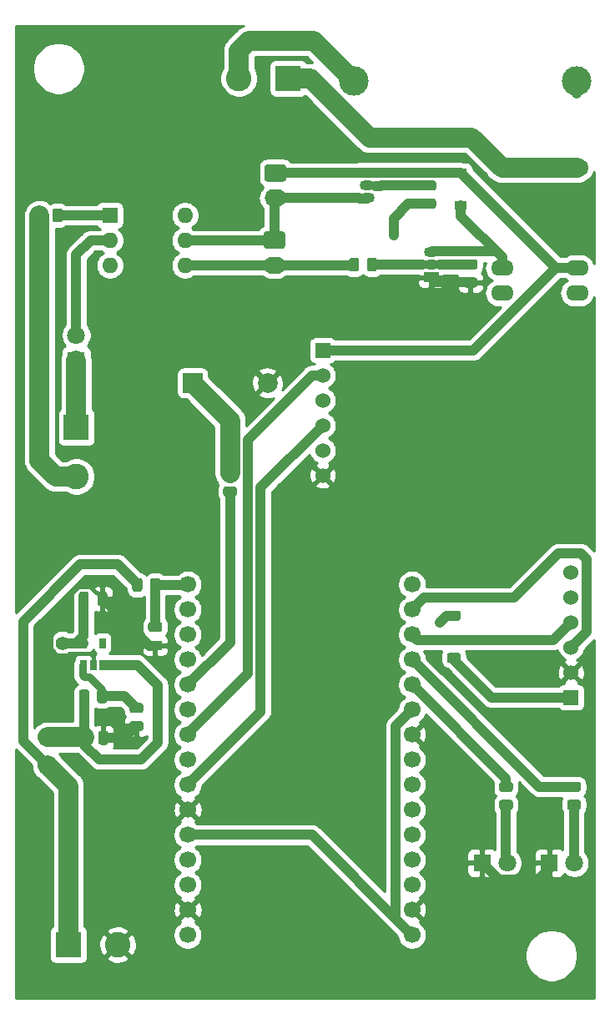
<source format=gbr>
%TF.GenerationSoftware,KiCad,Pcbnew,5.1.12-84ad8e8a86~92~ubuntu16.04.1*%
%TF.CreationDate,2022-04-25T15:27:55-03:00*%
%TF.ProjectId,Avionica,4176696f-6e69-4636-912e-6b696361645f,rev?*%
%TF.SameCoordinates,Original*%
%TF.FileFunction,Copper,L1,Top*%
%TF.FilePolarity,Positive*%
%FSLAX46Y46*%
G04 Gerber Fmt 4.6, Leading zero omitted, Abs format (unit mm)*
G04 Created by KiCad (PCBNEW 5.1.12-84ad8e8a86~92~ubuntu16.04.1) date 2022-04-25 15:27:55*
%MOMM*%
%LPD*%
G01*
G04 APERTURE LIST*
%TA.AperFunction,ComponentPad*%
%ADD10O,2.300000X1.600000*%
%TD*%
%TA.AperFunction,ComponentPad*%
%ADD11R,1.524000X1.524000*%
%TD*%
%TA.AperFunction,ComponentPad*%
%ADD12C,1.524000*%
%TD*%
%TA.AperFunction,ComponentPad*%
%ADD13R,2.000000X2.000000*%
%TD*%
%TA.AperFunction,ComponentPad*%
%ADD14C,2.000000*%
%TD*%
%TA.AperFunction,ComponentPad*%
%ADD15R,1.800000X1.800000*%
%TD*%
%TA.AperFunction,ComponentPad*%
%ADD16C,1.800000*%
%TD*%
%TA.AperFunction,SMDPad,CuDef*%
%ADD17R,1.200000X0.900000*%
%TD*%
%TA.AperFunction,ComponentPad*%
%ADD18C,3.000000*%
%TD*%
%TA.AperFunction,ComponentPad*%
%ADD19C,2.600000*%
%TD*%
%TA.AperFunction,ComponentPad*%
%ADD20R,2.600000X2.600000*%
%TD*%
%TA.AperFunction,ComponentPad*%
%ADD21O,2.190000X1.740000*%
%TD*%
%TA.AperFunction,ComponentPad*%
%ADD22O,1.500000X1.050000*%
%TD*%
%TA.AperFunction,ComponentPad*%
%ADD23R,1.500000X1.050000*%
%TD*%
%TA.AperFunction,SMDPad,CuDef*%
%ADD24R,0.650000X1.060000*%
%TD*%
%TA.AperFunction,ComponentPad*%
%ADD25R,1.600000X1.600000*%
%TD*%
%TA.AperFunction,ComponentPad*%
%ADD26O,1.600000X1.600000*%
%TD*%
%TA.AperFunction,ComponentPad*%
%ADD27C,1.700000*%
%TD*%
%TA.AperFunction,ViaPad*%
%ADD28C,0.800000*%
%TD*%
%TA.AperFunction,ViaPad*%
%ADD29C,1.400000*%
%TD*%
%TA.AperFunction,Conductor*%
%ADD30C,1.000000*%
%TD*%
%TA.AperFunction,Conductor*%
%ADD31C,0.400000*%
%TD*%
%TA.AperFunction,Conductor*%
%ADD32C,2.000000*%
%TD*%
%TA.AperFunction,Conductor*%
%ADD33C,0.800000*%
%TD*%
%TA.AperFunction,Conductor*%
%ADD34C,0.254000*%
%TD*%
%TA.AperFunction,Conductor*%
%ADD35C,0.100000*%
%TD*%
G04 APERTURE END LIST*
D10*
%TO.P,K1,5*%
%TO.N,Net-(J5-Pad1)*%
X152910000Y-61760000D03*
%TO.P,K1,2*%
%TO.N,/3V3*%
X152910000Y-71920000D03*
%TO.P,K1,6*%
%TO.N,Net-(J5-Pad1)*%
X145290000Y-61760000D03*
%TO.P,K1,9*%
%TO.N,Net-(D3-Pad2)*%
X145290000Y-71920000D03*
%TO.P,K1,1*%
%TO.N,Net-(K1-Pad1)*%
X152910000Y-74460000D03*
%TO.P,K1,10*%
%TO.N,Net-(F2-Pad2)*%
X145290000Y-74460000D03*
%TD*%
D11*
%TO.P,A1,1*%
%TO.N,/3V3*%
X152300000Y-115500000D03*
D12*
%TO.P,A1,2*%
%TO.N,GND*%
X152300000Y-112960000D03*
%TO.P,A1,3*%
%TO.N,/SCL_MASTER*%
X152300000Y-110420000D03*
%TO.P,A1,4*%
%TO.N,/SDA_MASTER*%
X152300000Y-107880000D03*
%TO.P,A1,5*%
%TO.N,Net-(A1-Pad5)*%
X152300000Y-105340000D03*
%TO.P,A1,6*%
%TO.N,/SD0_BMP280*%
X152300000Y-102800000D03*
%TD*%
D11*
%TO.P,A2,1*%
%TO.N,/3V3*%
X127100000Y-80300000D03*
D12*
%TO.P,A2,2*%
%TO.N,/CS*%
X127100000Y-82840000D03*
%TO.P,A2,3*%
%TO.N,/MOSI*%
X127100000Y-85380000D03*
%TO.P,A2,4*%
%TO.N,/SCLK*%
X127100000Y-87920000D03*
%TO.P,A2,5*%
%TO.N,/MISO*%
X127100000Y-90460000D03*
%TO.P,A2,6*%
%TO.N,GND*%
X127100000Y-93000000D03*
%TD*%
D13*
%TO.P,BZ1,1*%
%TO.N,Net-(BZ1-Pad1)*%
X113900000Y-83600000D03*
D14*
%TO.P,BZ1,2*%
%TO.N,GND*%
X121500000Y-83600000D03*
%TD*%
%TO.P,C1,2*%
%TO.N,GND*%
%TA.AperFunction,SMDPad,CuDef*%
G36*
G01*
X109625000Y-109750000D02*
X110575000Y-109750000D01*
G75*
G02*
X110825000Y-110000000I0J-250000D01*
G01*
X110825000Y-110500000D01*
G75*
G02*
X110575000Y-110750000I-250000J0D01*
G01*
X109625000Y-110750000D01*
G75*
G02*
X109375000Y-110500000I0J250000D01*
G01*
X109375000Y-110000000D01*
G75*
G02*
X109625000Y-109750000I250000J0D01*
G01*
G37*
%TD.AperFunction*%
%TO.P,C1,1*%
%TO.N,/ADC*%
%TA.AperFunction,SMDPad,CuDef*%
G36*
G01*
X109625000Y-107850000D02*
X110575000Y-107850000D01*
G75*
G02*
X110825000Y-108100000I0J-250000D01*
G01*
X110825000Y-108600000D01*
G75*
G02*
X110575000Y-108850000I-250000J0D01*
G01*
X109625000Y-108850000D01*
G75*
G02*
X109375000Y-108600000I0J250000D01*
G01*
X109375000Y-108100000D01*
G75*
G02*
X109625000Y-107850000I250000J0D01*
G01*
G37*
%TD.AperFunction*%
%TD*%
%TO.P,C2,1*%
%TO.N,Net-(C2-Pad1)*%
%TA.AperFunction,SMDPad,CuDef*%
G36*
G01*
X102450000Y-120075000D02*
X102450000Y-119125000D01*
G75*
G02*
X102700000Y-118875000I250000J0D01*
G01*
X103200000Y-118875000D01*
G75*
G02*
X103450000Y-119125000I0J-250000D01*
G01*
X103450000Y-120075000D01*
G75*
G02*
X103200000Y-120325000I-250000J0D01*
G01*
X102700000Y-120325000D01*
G75*
G02*
X102450000Y-120075000I0J250000D01*
G01*
G37*
%TD.AperFunction*%
%TO.P,C2,2*%
%TO.N,GND*%
%TA.AperFunction,SMDPad,CuDef*%
G36*
G01*
X104350000Y-120075000D02*
X104350000Y-119125000D01*
G75*
G02*
X104600000Y-118875000I250000J0D01*
G01*
X105100000Y-118875000D01*
G75*
G02*
X105350000Y-119125000I0J-250000D01*
G01*
X105350000Y-120075000D01*
G75*
G02*
X105100000Y-120325000I-250000J0D01*
G01*
X104600000Y-120325000D01*
G75*
G02*
X104350000Y-120075000I0J250000D01*
G01*
G37*
%TD.AperFunction*%
%TD*%
%TO.P,C3,1*%
%TO.N,/3V3*%
%TA.AperFunction,SMDPad,CuDef*%
G36*
G01*
X102350000Y-105975000D02*
X102350000Y-105025000D01*
G75*
G02*
X102600000Y-104775000I250000J0D01*
G01*
X103100000Y-104775000D01*
G75*
G02*
X103350000Y-105025000I0J-250000D01*
G01*
X103350000Y-105975000D01*
G75*
G02*
X103100000Y-106225000I-250000J0D01*
G01*
X102600000Y-106225000D01*
G75*
G02*
X102350000Y-105975000I0J250000D01*
G01*
G37*
%TD.AperFunction*%
%TO.P,C3,2*%
%TO.N,GND*%
%TA.AperFunction,SMDPad,CuDef*%
G36*
G01*
X104250000Y-105975000D02*
X104250000Y-105025000D01*
G75*
G02*
X104500000Y-104775000I250000J0D01*
G01*
X105000000Y-104775000D01*
G75*
G02*
X105250000Y-105025000I0J-250000D01*
G01*
X105250000Y-105975000D01*
G75*
G02*
X105000000Y-106225000I-250000J0D01*
G01*
X104500000Y-106225000D01*
G75*
G02*
X104250000Y-105975000I0J250000D01*
G01*
G37*
%TD.AperFunction*%
%TD*%
D15*
%TO.P,D1,1*%
%TO.N,GND*%
X150100000Y-132300000D03*
D16*
%TO.P,D1,2*%
%TO.N,Net-(D1-Pad2)*%
X152640000Y-132300000D03*
%TD*%
%TO.P,D2,2*%
%TO.N,Net-(D2-Pad2)*%
X102100000Y-78760000D03*
D15*
%TO.P,D2,1*%
%TO.N,/GND_ISO*%
X102100000Y-81300000D03*
%TD*%
D17*
%TO.P,D3,1*%
%TO.N,/3V3*%
X141090000Y-62260000D03*
%TO.P,D3,2*%
%TO.N,Net-(D3-Pad2)*%
X141090000Y-65560000D03*
%TD*%
D15*
%TO.P,D4,1*%
%TO.N,GND*%
X143260000Y-132300000D03*
D16*
%TO.P,D4,2*%
%TO.N,Net-(D4-Pad2)*%
X145800000Y-132300000D03*
%TD*%
%TO.P,F1,1*%
%TO.N,Net-(C2-Pad1)*%
%TA.AperFunction,SMDPad,CuDef*%
G36*
G01*
X98625000Y-118750000D02*
X99775000Y-118750000D01*
G75*
G02*
X100025000Y-119000000I0J-250000D01*
G01*
X100025000Y-120100000D01*
G75*
G02*
X99775000Y-120350000I-250000J0D01*
G01*
X98625000Y-120350000D01*
G75*
G02*
X98375000Y-120100000I0J250000D01*
G01*
X98375000Y-119000000D01*
G75*
G02*
X98625000Y-118750000I250000J0D01*
G01*
G37*
%TD.AperFunction*%
%TO.P,F1,2*%
%TO.N,/Vbat*%
%TA.AperFunction,SMDPad,CuDef*%
G36*
G01*
X98625000Y-121600000D02*
X99775000Y-121600000D01*
G75*
G02*
X100025000Y-121850000I0J-250000D01*
G01*
X100025000Y-122950000D01*
G75*
G02*
X99775000Y-123200000I-250000J0D01*
G01*
X98625000Y-123200000D01*
G75*
G02*
X98375000Y-122950000I0J250000D01*
G01*
X98375000Y-121850000D01*
G75*
G02*
X98625000Y-121600000I250000J0D01*
G01*
G37*
%TD.AperFunction*%
%TD*%
D18*
%TO.P,F2,1*%
%TO.N,Net-(F2-Pad1)*%
X130300000Y-53000000D03*
%TO.P,F2,2*%
%TO.N,Net-(F2-Pad2)*%
X152900000Y-53000000D03*
%TD*%
D19*
%TO.P,J1,2*%
%TO.N,GND*%
X106300000Y-140600000D03*
D20*
%TO.P,J1,1*%
%TO.N,/Vbat*%
X101300000Y-140600000D03*
%TD*%
%TO.P,J2,1*%
%TO.N,/GND_ISO*%
X102100000Y-88100000D03*
D19*
%TO.P,J2,2*%
%TO.N,/NiCr_ISO*%
X102100000Y-93100000D03*
%TD*%
D21*
%TO.P,J3,2*%
%TO.N,Net-(J3-Pad2)*%
X122300000Y-64840000D03*
%TO.P,J3,1*%
%TO.N,/3V3*%
%TA.AperFunction,ComponentPad*%
G36*
G01*
X121454999Y-61430000D02*
X123145001Y-61430000D01*
G75*
G02*
X123395000Y-61679999I0J-249999D01*
G01*
X123395000Y-62920001D01*
G75*
G02*
X123145001Y-63170000I-249999J0D01*
G01*
X121454999Y-63170000D01*
G75*
G02*
X121205000Y-62920001I0J249999D01*
G01*
X121205000Y-61679999D01*
G75*
G02*
X121454999Y-61430000I249999J0D01*
G01*
G37*
%TD.AperFunction*%
%TD*%
%TO.P,J4,1*%
%TO.N,Net-(J3-Pad2)*%
%TA.AperFunction,ComponentPad*%
G36*
G01*
X121354999Y-68230000D02*
X123045001Y-68230000D01*
G75*
G02*
X123295000Y-68479999I0J-249999D01*
G01*
X123295000Y-69720001D01*
G75*
G02*
X123045001Y-69970000I-249999J0D01*
G01*
X121354999Y-69970000D01*
G75*
G02*
X121105000Y-69720001I0J249999D01*
G01*
X121105000Y-68479999D01*
G75*
G02*
X121354999Y-68230000I249999J0D01*
G01*
G37*
%TD.AperFunction*%
%TO.P,J4,2*%
%TO.N,Net-(J4-Pad2)*%
X122200000Y-71640000D03*
%TD*%
D20*
%TO.P,J5,1*%
%TO.N,Net-(J5-Pad1)*%
X123600000Y-52700000D03*
D19*
%TO.P,J5,2*%
%TO.N,Net-(F2-Pad1)*%
X118600000Y-52700000D03*
%TD*%
D22*
%TO.P,Q1,2*%
%TO.N,Net-(Q1-Pad2)*%
X131600000Y-63570000D03*
%TO.P,Q1,3*%
%TO.N,Net-(J3-Pad2)*%
X131600000Y-64840000D03*
D23*
%TO.P,Q1,1*%
%TO.N,/3V3*%
X131600000Y-62300000D03*
%TD*%
%TO.P,Q2,1*%
%TO.N,GND*%
X138100000Y-72900000D03*
D22*
%TO.P,Q2,3*%
%TO.N,Net-(D3-Pad2)*%
X138100000Y-70360000D03*
%TO.P,Q2,2*%
%TO.N,Net-(Q2-Pad2)*%
X138100000Y-71630000D03*
%TD*%
%TO.P,R1,2*%
%TO.N,/Vbat*%
%TA.AperFunction,SMDPad,CuDef*%
G36*
G01*
X108800000Y-103649998D02*
X108800000Y-104550002D01*
G75*
G02*
X108550002Y-104800000I-249998J0D01*
G01*
X108024998Y-104800000D01*
G75*
G02*
X107775000Y-104550002I0J249998D01*
G01*
X107775000Y-103649998D01*
G75*
G02*
X108024998Y-103400000I249998J0D01*
G01*
X108550002Y-103400000D01*
G75*
G02*
X108800000Y-103649998I0J-249998D01*
G01*
G37*
%TD.AperFunction*%
%TO.P,R1,1*%
%TO.N,/ADC*%
%TA.AperFunction,SMDPad,CuDef*%
G36*
G01*
X110625000Y-103649998D02*
X110625000Y-104550002D01*
G75*
G02*
X110375002Y-104800000I-249998J0D01*
G01*
X109849998Y-104800000D01*
G75*
G02*
X109600000Y-104550002I0J249998D01*
G01*
X109600000Y-103649998D01*
G75*
G02*
X109849998Y-103400000I249998J0D01*
G01*
X110375002Y-103400000D01*
G75*
G02*
X110625000Y-103649998I0J-249998D01*
G01*
G37*
%TD.AperFunction*%
%TD*%
%TO.P,R2,2*%
%TO.N,/SCL_MASTER*%
%TA.AperFunction,SMDPad,CuDef*%
G36*
G01*
X140850002Y-105900000D02*
X139949998Y-105900000D01*
G75*
G02*
X139700000Y-105650002I0J249998D01*
G01*
X139700000Y-105124998D01*
G75*
G02*
X139949998Y-104875000I249998J0D01*
G01*
X140850002Y-104875000D01*
G75*
G02*
X141100000Y-105124998I0J-249998D01*
G01*
X141100000Y-105650002D01*
G75*
G02*
X140850002Y-105900000I-249998J0D01*
G01*
G37*
%TD.AperFunction*%
%TO.P,R2,1*%
%TO.N,/3V3*%
%TA.AperFunction,SMDPad,CuDef*%
G36*
G01*
X140850002Y-107725000D02*
X139949998Y-107725000D01*
G75*
G02*
X139700000Y-107475002I0J249998D01*
G01*
X139700000Y-106949998D01*
G75*
G02*
X139949998Y-106700000I249998J0D01*
G01*
X140850002Y-106700000D01*
G75*
G02*
X141100000Y-106949998I0J-249998D01*
G01*
X141100000Y-107475002D01*
G75*
G02*
X140850002Y-107725000I-249998J0D01*
G01*
G37*
%TD.AperFunction*%
%TD*%
%TO.P,R3,1*%
%TO.N,/3V3*%
%TA.AperFunction,SMDPad,CuDef*%
G36*
G01*
X140850002Y-112012500D02*
X139949998Y-112012500D01*
G75*
G02*
X139700000Y-111762502I0J249998D01*
G01*
X139700000Y-111237498D01*
G75*
G02*
X139949998Y-110987500I249998J0D01*
G01*
X140850002Y-110987500D01*
G75*
G02*
X141100000Y-111237498I0J-249998D01*
G01*
X141100000Y-111762502D01*
G75*
G02*
X140850002Y-112012500I-249998J0D01*
G01*
G37*
%TD.AperFunction*%
%TO.P,R3,2*%
%TO.N,/SDA_MASTER*%
%TA.AperFunction,SMDPad,CuDef*%
G36*
G01*
X140850002Y-110187500D02*
X139949998Y-110187500D01*
G75*
G02*
X139700000Y-109937502I0J249998D01*
G01*
X139700000Y-109412498D01*
G75*
G02*
X139949998Y-109162500I249998J0D01*
G01*
X140850002Y-109162500D01*
G75*
G02*
X141100000Y-109412498I0J-249998D01*
G01*
X141100000Y-109937502D01*
G75*
G02*
X140850002Y-110187500I-249998J0D01*
G01*
G37*
%TD.AperFunction*%
%TD*%
%TO.P,R4,2*%
%TO.N,Net-(C2-Pad1)*%
%TA.AperFunction,SMDPad,CuDef*%
G36*
G01*
X103400000Y-114949998D02*
X103400000Y-115850002D01*
G75*
G02*
X103150002Y-116100000I-249998J0D01*
G01*
X102624998Y-116100000D01*
G75*
G02*
X102375000Y-115850002I0J249998D01*
G01*
X102375000Y-114949998D01*
G75*
G02*
X102624998Y-114700000I249998J0D01*
G01*
X103150002Y-114700000D01*
G75*
G02*
X103400000Y-114949998I0J-249998D01*
G01*
G37*
%TD.AperFunction*%
%TO.P,R4,1*%
%TO.N,Net-(R4-Pad1)*%
%TA.AperFunction,SMDPad,CuDef*%
G36*
G01*
X105225000Y-114949998D02*
X105225000Y-115850002D01*
G75*
G02*
X104975002Y-116100000I-249998J0D01*
G01*
X104449998Y-116100000D01*
G75*
G02*
X104200000Y-115850002I0J249998D01*
G01*
X104200000Y-114949998D01*
G75*
G02*
X104449998Y-114700000I249998J0D01*
G01*
X104975002Y-114700000D01*
G75*
G02*
X105225000Y-114949998I0J-249998D01*
G01*
G37*
%TD.AperFunction*%
%TD*%
%TO.P,R5,1*%
%TO.N,Net-(R4-Pad1)*%
%TA.AperFunction,SMDPad,CuDef*%
G36*
G01*
X107749998Y-116075000D02*
X108650002Y-116075000D01*
G75*
G02*
X108900000Y-116324998I0J-249998D01*
G01*
X108900000Y-116850002D01*
G75*
G02*
X108650002Y-117100000I-249998J0D01*
G01*
X107749998Y-117100000D01*
G75*
G02*
X107500000Y-116850002I0J249998D01*
G01*
X107500000Y-116324998D01*
G75*
G02*
X107749998Y-116075000I249998J0D01*
G01*
G37*
%TD.AperFunction*%
%TO.P,R5,2*%
%TO.N,GND*%
%TA.AperFunction,SMDPad,CuDef*%
G36*
G01*
X107749998Y-117900000D02*
X108650002Y-117900000D01*
G75*
G02*
X108900000Y-118149998I0J-249998D01*
G01*
X108900000Y-118675002D01*
G75*
G02*
X108650002Y-118925000I-249998J0D01*
G01*
X107749998Y-118925000D01*
G75*
G02*
X107500000Y-118675002I0J249998D01*
G01*
X107500000Y-118149998D01*
G75*
G02*
X107749998Y-117900000I249998J0D01*
G01*
G37*
%TD.AperFunction*%
%TD*%
%TO.P,R6,1*%
%TO.N,/LedAcionamento*%
%TA.AperFunction,SMDPad,CuDef*%
G36*
G01*
X152149998Y-124062500D02*
X153050002Y-124062500D01*
G75*
G02*
X153300000Y-124312498I0J-249998D01*
G01*
X153300000Y-124837502D01*
G75*
G02*
X153050002Y-125087500I-249998J0D01*
G01*
X152149998Y-125087500D01*
G75*
G02*
X151900000Y-124837502I0J249998D01*
G01*
X151900000Y-124312498D01*
G75*
G02*
X152149998Y-124062500I249998J0D01*
G01*
G37*
%TD.AperFunction*%
%TO.P,R6,2*%
%TO.N,Net-(D1-Pad2)*%
%TA.AperFunction,SMDPad,CuDef*%
G36*
G01*
X152149998Y-125887500D02*
X153050002Y-125887500D01*
G75*
G02*
X153300000Y-126137498I0J-249998D01*
G01*
X153300000Y-126662502D01*
G75*
G02*
X153050002Y-126912500I-249998J0D01*
G01*
X152149998Y-126912500D01*
G75*
G02*
X151900000Y-126662502I0J249998D01*
G01*
X151900000Y-126137498D01*
G75*
G02*
X152149998Y-125887500I249998J0D01*
G01*
G37*
%TD.AperFunction*%
%TD*%
%TO.P,R7,1*%
%TO.N,Net-(R7-Pad1)*%
%TA.AperFunction,SMDPad,CuDef*%
G36*
G01*
X100712500Y-66149998D02*
X100712500Y-67050002D01*
G75*
G02*
X100462502Y-67300000I-249998J0D01*
G01*
X99937498Y-67300000D01*
G75*
G02*
X99687500Y-67050002I0J249998D01*
G01*
X99687500Y-66149998D01*
G75*
G02*
X99937498Y-65900000I249998J0D01*
G01*
X100462502Y-65900000D01*
G75*
G02*
X100712500Y-66149998I0J-249998D01*
G01*
G37*
%TD.AperFunction*%
%TO.P,R7,2*%
%TO.N,/NiCr_ISO*%
%TA.AperFunction,SMDPad,CuDef*%
G36*
G01*
X98887500Y-66149998D02*
X98887500Y-67050002D01*
G75*
G02*
X98637502Y-67300000I-249998J0D01*
G01*
X98112498Y-67300000D01*
G75*
G02*
X97862500Y-67050002I0J249998D01*
G01*
X97862500Y-66149998D01*
G75*
G02*
X98112498Y-65900000I249998J0D01*
G01*
X98637502Y-65900000D01*
G75*
G02*
X98887500Y-66149998I0J-249998D01*
G01*
G37*
%TD.AperFunction*%
%TD*%
%TO.P,R8,2*%
%TO.N,/IGN*%
%TA.AperFunction,SMDPad,CuDef*%
G36*
G01*
X137449998Y-64900000D02*
X138350002Y-64900000D01*
G75*
G02*
X138600000Y-65149998I0J-249998D01*
G01*
X138600000Y-65675002D01*
G75*
G02*
X138350002Y-65925000I-249998J0D01*
G01*
X137449998Y-65925000D01*
G75*
G02*
X137200000Y-65675002I0J249998D01*
G01*
X137200000Y-65149998D01*
G75*
G02*
X137449998Y-64900000I249998J0D01*
G01*
G37*
%TD.AperFunction*%
%TO.P,R8,1*%
%TO.N,Net-(Q1-Pad2)*%
%TA.AperFunction,SMDPad,CuDef*%
G36*
G01*
X137449998Y-63075000D02*
X138350002Y-63075000D01*
G75*
G02*
X138600000Y-63324998I0J-249998D01*
G01*
X138600000Y-63850002D01*
G75*
G02*
X138350002Y-64100000I-249998J0D01*
G01*
X137449998Y-64100000D01*
G75*
G02*
X137200000Y-63850002I0J249998D01*
G01*
X137200000Y-63324998D01*
G75*
G02*
X137449998Y-63075000I249998J0D01*
G01*
G37*
%TD.AperFunction*%
%TD*%
%TO.P,R9,2*%
%TO.N,Net-(J4-Pad2)*%
%TA.AperFunction,SMDPad,CuDef*%
G36*
G01*
X130800000Y-71149998D02*
X130800000Y-72050002D01*
G75*
G02*
X130550002Y-72300000I-249998J0D01*
G01*
X130024998Y-72300000D01*
G75*
G02*
X129775000Y-72050002I0J249998D01*
G01*
X129775000Y-71149998D01*
G75*
G02*
X130024998Y-70900000I249998J0D01*
G01*
X130550002Y-70900000D01*
G75*
G02*
X130800000Y-71149998I0J-249998D01*
G01*
G37*
%TD.AperFunction*%
%TO.P,R9,1*%
%TO.N,Net-(Q2-Pad2)*%
%TA.AperFunction,SMDPad,CuDef*%
G36*
G01*
X132625000Y-71149998D02*
X132625000Y-72050002D01*
G75*
G02*
X132375002Y-72300000I-249998J0D01*
G01*
X131849998Y-72300000D01*
G75*
G02*
X131600000Y-72050002I0J249998D01*
G01*
X131600000Y-71149998D01*
G75*
G02*
X131849998Y-70900000I249998J0D01*
G01*
X132375002Y-70900000D01*
G75*
G02*
X132625000Y-71149998I0J-249998D01*
G01*
G37*
%TD.AperFunction*%
%TD*%
%TO.P,R10,1*%
%TO.N,Net-(Q2-Pad2)*%
%TA.AperFunction,SMDPad,CuDef*%
G36*
G01*
X141649998Y-71075000D02*
X142550002Y-71075000D01*
G75*
G02*
X142800000Y-71324998I0J-249998D01*
G01*
X142800000Y-71850002D01*
G75*
G02*
X142550002Y-72100000I-249998J0D01*
G01*
X141649998Y-72100000D01*
G75*
G02*
X141400000Y-71850002I0J249998D01*
G01*
X141400000Y-71324998D01*
G75*
G02*
X141649998Y-71075000I249998J0D01*
G01*
G37*
%TD.AperFunction*%
%TO.P,R10,2*%
%TO.N,GND*%
%TA.AperFunction,SMDPad,CuDef*%
G36*
G01*
X141649998Y-72900000D02*
X142550002Y-72900000D01*
G75*
G02*
X142800000Y-73149998I0J-249998D01*
G01*
X142800000Y-73675002D01*
G75*
G02*
X142550002Y-73925000I-249998J0D01*
G01*
X141649998Y-73925000D01*
G75*
G02*
X141400000Y-73675002I0J249998D01*
G01*
X141400000Y-73149998D01*
G75*
G02*
X141649998Y-72900000I249998J0D01*
G01*
G37*
%TD.AperFunction*%
%TD*%
%TO.P,R11,1*%
%TO.N,/Buzzer*%
%TA.AperFunction,SMDPad,CuDef*%
G36*
G01*
X118150002Y-95137500D02*
X117249998Y-95137500D01*
G75*
G02*
X117000000Y-94887502I0J249998D01*
G01*
X117000000Y-94362498D01*
G75*
G02*
X117249998Y-94112500I249998J0D01*
G01*
X118150002Y-94112500D01*
G75*
G02*
X118400000Y-94362498I0J-249998D01*
G01*
X118400000Y-94887502D01*
G75*
G02*
X118150002Y-95137500I-249998J0D01*
G01*
G37*
%TD.AperFunction*%
%TO.P,R11,2*%
%TO.N,Net-(BZ1-Pad1)*%
%TA.AperFunction,SMDPad,CuDef*%
G36*
G01*
X118150002Y-93312500D02*
X117249998Y-93312500D01*
G75*
G02*
X117000000Y-93062502I0J249998D01*
G01*
X117000000Y-92537498D01*
G75*
G02*
X117249998Y-92287500I249998J0D01*
G01*
X118150002Y-92287500D01*
G75*
G02*
X118400000Y-92537498I0J-249998D01*
G01*
X118400000Y-93062502D01*
G75*
G02*
X118150002Y-93312500I-249998J0D01*
G01*
G37*
%TD.AperFunction*%
%TD*%
%TO.P,R12,2*%
%TO.N,Net-(D4-Pad2)*%
%TA.AperFunction,SMDPad,CuDef*%
G36*
G01*
X145249998Y-125900000D02*
X146150002Y-125900000D01*
G75*
G02*
X146400000Y-126149998I0J-249998D01*
G01*
X146400000Y-126675002D01*
G75*
G02*
X146150002Y-126925000I-249998J0D01*
G01*
X145249998Y-126925000D01*
G75*
G02*
X145000000Y-126675002I0J249998D01*
G01*
X145000000Y-126149998D01*
G75*
G02*
X145249998Y-125900000I249998J0D01*
G01*
G37*
%TD.AperFunction*%
%TO.P,R12,1*%
%TO.N,/LedStatus*%
%TA.AperFunction,SMDPad,CuDef*%
G36*
G01*
X145249998Y-124075000D02*
X146150002Y-124075000D01*
G75*
G02*
X146400000Y-124324998I0J-249998D01*
G01*
X146400000Y-124850002D01*
G75*
G02*
X146150002Y-125100000I-249998J0D01*
G01*
X145249998Y-125100000D01*
G75*
G02*
X145000000Y-124850002I0J249998D01*
G01*
X145000000Y-124324998D01*
G75*
G02*
X145249998Y-124075000I249998J0D01*
G01*
G37*
%TD.AperFunction*%
%TD*%
D24*
%TO.P,U1,1*%
%TO.N,Net-(R4-Pad1)*%
X102850000Y-112200000D03*
%TO.P,U1,2*%
%TO.N,GND*%
X103800000Y-112200000D03*
%TO.P,U1,3*%
%TO.N,Net-(C2-Pad1)*%
X104750000Y-112200000D03*
%TO.P,U1,4*%
%TO.N,Net-(U1-Pad4)*%
X104750000Y-110000000D03*
%TO.P,U1,5*%
%TO.N,/3V3*%
X102850000Y-110000000D03*
%TD*%
D25*
%TO.P,U2,1*%
%TO.N,Net-(R7-Pad1)*%
X105500000Y-66600000D03*
D26*
%TO.P,U2,4*%
%TO.N,Net-(J4-Pad2)*%
X113120000Y-71680000D03*
%TO.P,U2,2*%
%TO.N,Net-(D2-Pad2)*%
X105500000Y-69140000D03*
%TO.P,U2,5*%
%TO.N,Net-(J3-Pad2)*%
X113120000Y-69140000D03*
%TO.P,U2,3*%
%TO.N,Net-(U2-Pad3)*%
X105500000Y-71680000D03*
%TO.P,U2,6*%
%TO.N,Net-(U2-Pad6)*%
X113120000Y-66600000D03*
%TD*%
D27*
%TO.P,U3,1*%
%TO.N,/ADC*%
X113405000Y-104050000D03*
%TO.P,U3,2*%
%TO.N,Net-(U3-Pad2)*%
X113405000Y-106590000D03*
%TO.P,U3,3*%
%TO.N,Net-(U3-Pad3)*%
X113405000Y-109130000D03*
%TO.P,U3,4*%
%TO.N,/IGN*%
X113405000Y-111670000D03*
%TO.P,U3,5*%
%TO.N,/Buzzer*%
X113405000Y-114210000D03*
%TO.P,U3,6*%
%TO.N,/MOSI*%
X113405000Y-116750000D03*
%TO.P,U3,7*%
%TO.N,/CS*%
X113405000Y-119290000D03*
%TO.P,U3,8*%
%TO.N,/MISO*%
X113405000Y-121830000D03*
%TO.P,U3,9*%
%TO.N,/SCLK*%
X113405000Y-124370000D03*
%TO.P,U3,10*%
%TO.N,GND*%
X113405000Y-126910000D03*
%TO.P,U3,11*%
%TO.N,/3V3*%
X113405000Y-129450000D03*
%TO.P,U3,12*%
%TO.N,Net-(U3-Pad12)*%
X113405000Y-131990000D03*
%TO.P,U3,13*%
%TO.N,Net-(U3-Pad13)*%
X113405000Y-134530000D03*
%TO.P,U3,14*%
%TO.N,GND*%
X113405000Y-137070000D03*
%TO.P,U3,15*%
%TO.N,Net-(U3-Pad15)*%
X113405000Y-139610000D03*
%TO.P,U3,16*%
%TO.N,/3V3*%
X136160000Y-139610000D03*
%TO.P,U3,17*%
%TO.N,GND*%
X136160000Y-137070000D03*
%TO.P,U3,18*%
%TO.N,Net-(U3-Pad18)*%
X136160000Y-134530000D03*
%TO.P,U3,19*%
%TO.N,Net-(U3-Pad19)*%
X136160000Y-131990000D03*
%TO.P,U3,20*%
%TO.N,Net-(U3-Pad20)*%
X136160000Y-129450000D03*
%TO.P,U3,21*%
%TO.N,Net-(U3-Pad21)*%
X136160000Y-126910000D03*
%TO.P,U3,22*%
%TO.N,Net-(U3-Pad22)*%
X136160000Y-124370000D03*
%TO.P,U3,23*%
%TO.N,Net-(U3-Pad23)*%
X136160000Y-121830000D03*
%TO.P,U3,24*%
%TO.N,GND*%
X136160000Y-119290000D03*
%TO.P,U3,25*%
%TO.N,/3V3*%
X136160000Y-116750000D03*
%TO.P,U3,26*%
%TO.N,/LedStatus*%
X136160000Y-114210000D03*
%TO.P,U3,27*%
%TO.N,/LedAcionamento*%
X136160000Y-111670000D03*
%TO.P,U3,28*%
%TO.N,/SDA_MASTER*%
X136160000Y-109130000D03*
%TO.P,U3,29*%
%TO.N,/SCL_MASTER*%
X136160000Y-106590000D03*
%TO.P,U3,30*%
%TO.N,/SD0_BMP280*%
X136160000Y-104050000D03*
%TD*%
D28*
%TO.N,/3V3*%
X139000000Y-107900000D03*
D29*
X100700000Y-110000000D03*
D28*
%TO.N,GND*%
X106060000Y-117940000D03*
%TO.N,/IGN*%
X134300000Y-68600000D03*
%TD*%
D30*
%TO.N,/3V3*%
X140400000Y-107212500D02*
X139687500Y-107212500D01*
X139687500Y-107212500D02*
X139000000Y-107900000D01*
X140400000Y-111500000D02*
X140400000Y-111700000D01*
X144200000Y-115500000D02*
X152300000Y-115500000D01*
X140400000Y-111700000D02*
X144200000Y-115500000D01*
X134509999Y-118400001D02*
X136160000Y-116750000D01*
X134509999Y-137959999D02*
X134509999Y-118400001D01*
X126000000Y-129450000D02*
X135175000Y-138625000D01*
X113405000Y-129450000D02*
X126000000Y-129450000D01*
X135175000Y-138625000D02*
X134509999Y-137959999D01*
X136160000Y-139610000D02*
X135175000Y-138625000D01*
X102850000Y-109250000D02*
X102100000Y-110000000D01*
X102850000Y-105500000D02*
X102850000Y-109250000D01*
X102100000Y-110000000D02*
X100700000Y-110000000D01*
X102850000Y-110000000D02*
X102100000Y-110000000D01*
X130771153Y-62300000D02*
X122300000Y-62300000D01*
X141090000Y-62260000D02*
X132388847Y-62260000D01*
X130826163Y-62244990D02*
X130771153Y-62300000D01*
X132388847Y-62260000D02*
X132373837Y-62244990D01*
X132373837Y-62244990D02*
X130826163Y-62244990D01*
X150750000Y-71920000D02*
X152910000Y-71920000D01*
X141090000Y-62260000D02*
X150750000Y-71920000D01*
X150760000Y-71920000D02*
X142380000Y-80300000D01*
X142380000Y-80300000D02*
X127100000Y-80300000D01*
X152910000Y-71920000D02*
X150760000Y-71920000D01*
%TO.N,GND*%
X138557490Y-73412500D02*
X138100000Y-72955010D01*
X142100000Y-73412500D02*
X138557490Y-73412500D01*
X150100000Y-132300000D02*
X150100000Y-132900000D01*
X148999999Y-134000001D02*
X144960001Y-134000001D01*
X144960001Y-134000001D02*
X143260000Y-132300000D01*
X150100000Y-132900000D02*
X148999999Y-134000001D01*
X109500000Y-110250000D02*
X104750000Y-105500000D01*
X110100000Y-110250000D02*
X109500000Y-110250000D01*
D31*
X103524990Y-104274990D02*
X104750000Y-105500000D01*
X99499999Y-107064323D02*
X102289332Y-104274990D01*
X100123999Y-111200001D02*
X99499999Y-110576001D01*
X102289332Y-104274990D02*
X103524990Y-104274990D01*
X101396002Y-111080000D02*
X101276001Y-111200001D01*
X99499999Y-110576001D02*
X99499999Y-107064323D01*
X103485002Y-111080000D02*
X101396002Y-111080000D01*
X103800000Y-111394998D02*
X103485002Y-111080000D01*
X101276001Y-111200001D02*
X100123999Y-111200001D01*
X103800000Y-112200000D02*
X103800000Y-111394998D01*
D30*
X107012500Y-119600000D02*
X108200000Y-118412500D01*
X104850000Y-119600000D02*
X107012500Y-119600000D01*
%TO.N,/SCL_MASTER*%
X137362500Y-105387500D02*
X136160000Y-106590000D01*
X140400000Y-105387500D02*
X137362500Y-105387500D01*
X140400000Y-105387500D02*
X146512500Y-105387500D01*
X146512500Y-105387500D02*
X151000000Y-100900000D01*
X151000000Y-100900000D02*
X153300000Y-100900000D01*
X153862001Y-101462001D02*
X153862001Y-108857999D01*
X153862001Y-108857999D02*
X152300000Y-110420000D01*
X153300000Y-100900000D02*
X153862001Y-101462001D01*
%TO.N,/SDA_MASTER*%
X150505000Y-109675000D02*
X152300000Y-107880000D01*
X140400000Y-109675000D02*
X150505000Y-109675000D01*
X136705000Y-109675000D02*
X136160000Y-109130000D01*
X140400000Y-109675000D02*
X136705000Y-109675000D01*
%TO.N,/CS*%
X127100000Y-82840000D02*
X126022370Y-82840000D01*
X113405000Y-119192002D02*
X113405000Y-119290000D01*
X126022370Y-82840000D02*
X119500010Y-89362360D01*
X119500010Y-89362360D02*
X119500010Y-113096992D01*
X119500010Y-113096992D02*
X113405000Y-119192002D01*
%TO.N,/SCLK*%
X120800020Y-94219980D02*
X120800020Y-116974980D01*
X120800020Y-116974980D02*
X113405000Y-124370000D01*
X127100000Y-87920000D02*
X120800020Y-94219980D01*
D32*
%TO.N,Net-(BZ1-Pad1)*%
X117700000Y-87400000D02*
X113900000Y-83600000D01*
X117700000Y-92800000D02*
X117700000Y-87400000D01*
D30*
%TO.N,/ADC*%
X110112500Y-108337500D02*
X110100000Y-108350000D01*
X110112500Y-104100000D02*
X110112500Y-108337500D01*
X113355000Y-104100000D02*
X113405000Y-104050000D01*
X110112500Y-104100000D02*
X113355000Y-104100000D01*
D32*
%TO.N,Net-(C2-Pad1)*%
X102900000Y-119550000D02*
X102950000Y-119600000D01*
X99200000Y-119550000D02*
X102900000Y-119550000D01*
X102887500Y-119537500D02*
X102900000Y-119550000D01*
D30*
X102887500Y-115400000D02*
X102887500Y-119537500D01*
X102950000Y-120325000D02*
X104395000Y-121770000D01*
X102950000Y-119600000D02*
X102950000Y-120325000D01*
X104395000Y-121770000D02*
X108700000Y-121770000D01*
X108700000Y-121770000D02*
X110370000Y-120100000D01*
X108316002Y-112200000D02*
X104925001Y-112200000D01*
X110370000Y-114253998D02*
X108316002Y-112200000D01*
X110370000Y-120100000D02*
X110370000Y-114253998D01*
%TO.N,Net-(D1-Pad2)*%
X152600000Y-132260000D02*
X152640000Y-132300000D01*
X152600000Y-126400000D02*
X152600000Y-132260000D01*
%TO.N,Net-(D2-Pad2)*%
X105500000Y-69140000D02*
X103560000Y-69140000D01*
X102100000Y-70600000D02*
X102100000Y-78760000D01*
X103560000Y-69140000D02*
X102100000Y-70600000D01*
D32*
%TO.N,/GND_ISO*%
X102100000Y-88100000D02*
X102100000Y-81300000D01*
D30*
%TO.N,Net-(D3-Pad2)*%
X145290000Y-71920000D02*
X145290000Y-70850000D01*
X138185010Y-70274990D02*
X138155010Y-70304990D01*
X138155010Y-70304990D02*
X138100000Y-70304990D01*
X144714990Y-70274990D02*
X138185010Y-70274990D01*
X145290000Y-70850000D02*
X144714990Y-70274990D01*
X141090000Y-66650000D02*
X145290000Y-70850000D01*
X141090000Y-65560000D02*
X141090000Y-66650000D01*
%TO.N,Net-(D4-Pad2)*%
X145700000Y-132200000D02*
X145800000Y-132300000D01*
X145700000Y-126412500D02*
X145700000Y-132200000D01*
%TO.N,/Vbat*%
X108287500Y-104100000D02*
X108287500Y-103987500D01*
X108287500Y-103987500D02*
X106300000Y-102000000D01*
X106300000Y-102000000D02*
X102500000Y-102000000D01*
X102500000Y-102000000D02*
X96700000Y-107800000D01*
X96700000Y-119900000D02*
X99200000Y-122400000D01*
X96700000Y-107800000D02*
X96700000Y-119900000D01*
D32*
X101300000Y-124500000D02*
X99200000Y-122400000D01*
X101300000Y-140600000D02*
X101300000Y-124500000D01*
%TO.N,Net-(F2-Pad1)*%
X118600000Y-52700000D02*
X118600000Y-49900000D01*
X118600000Y-49900000D02*
X119600000Y-48900000D01*
X126200000Y-48900000D02*
X130300000Y-53000000D01*
X119600000Y-48900000D02*
X126200000Y-48900000D01*
D30*
%TO.N,Net-(F2-Pad2)*%
X152900000Y-53000000D02*
X152900000Y-54200000D01*
D32*
%TO.N,/NiCr_ISO*%
X102100000Y-93100000D02*
X100000000Y-93100000D01*
X98375000Y-91475000D02*
X98375000Y-66600000D01*
X100000000Y-93100000D02*
X98375000Y-91475000D01*
D30*
%TO.N,Net-(J3-Pad2)*%
X130826163Y-64895010D02*
X131600000Y-64895010D01*
X130771153Y-64840000D02*
X130826163Y-64895010D01*
X122300000Y-64840000D02*
X130771153Y-64840000D01*
X122160000Y-69140000D02*
X122200000Y-69100000D01*
X113120000Y-69140000D02*
X122160000Y-69140000D01*
X122200000Y-64940000D02*
X122300000Y-64840000D01*
X122200000Y-69100000D02*
X122200000Y-64940000D01*
%TO.N,Net-(J4-Pad2)*%
X130247500Y-71640000D02*
X130287500Y-71600000D01*
X122200000Y-71640000D02*
X130247500Y-71640000D01*
X113160000Y-71640000D02*
X113120000Y-71680000D01*
X122200000Y-71640000D02*
X113160000Y-71640000D01*
D32*
%TO.N,Net-(J5-Pad1)*%
X145290000Y-61760000D02*
X152910000Y-61760000D01*
X125855998Y-52700000D02*
X131845998Y-58690000D01*
X123600000Y-52700000D02*
X125855998Y-52700000D01*
X142220000Y-58690000D02*
X145290000Y-61760000D01*
X131845998Y-58690000D02*
X142220000Y-58690000D01*
D30*
%TO.N,Net-(Q1-Pad2)*%
X132990001Y-63625001D02*
X132483848Y-63625001D01*
X133027502Y-63587500D02*
X132990001Y-63625001D01*
X137900000Y-63587500D02*
X133027502Y-63587500D01*
D33*
X131647500Y-63587500D02*
X133027502Y-63587500D01*
X131630000Y-63570000D02*
X131647500Y-63587500D01*
X131600000Y-63570000D02*
X131630000Y-63570000D01*
D30*
%TO.N,Net-(Q2-Pad2)*%
X139784999Y-71574999D02*
X138983848Y-71574999D01*
X139797500Y-71587500D02*
X139784999Y-71574999D01*
X142100000Y-71587500D02*
X139797500Y-71587500D01*
X136709999Y-71574999D02*
X137216152Y-71574999D01*
X136684998Y-71600000D02*
X136709999Y-71574999D01*
X132112500Y-71600000D02*
X136684998Y-71600000D01*
D33*
X138928847Y-71630000D02*
X138983848Y-71574999D01*
X138100000Y-71630000D02*
X138928847Y-71630000D01*
X136765000Y-71630000D02*
X136709999Y-71574999D01*
X138100000Y-71630000D02*
X136765000Y-71630000D01*
%TO.N,Net-(R4-Pad1)*%
X104712500Y-115400000D02*
X104712500Y-114700000D01*
X103442501Y-113430001D02*
X102914999Y-113430001D01*
X104712500Y-114700000D02*
X103442501Y-113430001D01*
X102774999Y-113290001D02*
X102774999Y-112200000D01*
X102914999Y-113430001D02*
X102774999Y-113290001D01*
D30*
X107012500Y-115400000D02*
X108200000Y-116587500D01*
X104712500Y-115400000D02*
X107012500Y-115400000D01*
%TO.N,/LedAcionamento*%
X149065000Y-124575000D02*
X136160000Y-111670000D01*
X152600000Y-124575000D02*
X149065000Y-124575000D01*
%TO.N,Net-(R7-Pad1)*%
X100200000Y-66600000D02*
X105500000Y-66600000D01*
%TO.N,/IGN*%
X137900000Y-65412500D02*
X135787500Y-65412500D01*
X135787500Y-65412500D02*
X134300000Y-66900000D01*
X134300000Y-66900000D02*
X134300000Y-68600000D01*
%TO.N,/Buzzer*%
X117700000Y-109915000D02*
X113405000Y-114210000D01*
X117700000Y-94625000D02*
X117700000Y-109915000D01*
%TO.N,/LedStatus*%
X145700000Y-123750000D02*
X136160000Y-114210000D01*
X145700000Y-124587500D02*
X145700000Y-123750000D01*
%TD*%
D34*
%TO.N,GND*%
X151758899Y-73118932D02*
X151891858Y-73190000D01*
X151758899Y-73261068D01*
X151540392Y-73440392D01*
X151361068Y-73658899D01*
X151227818Y-73908192D01*
X151145764Y-74178691D01*
X151118057Y-74460000D01*
X151145764Y-74741309D01*
X151227818Y-75011808D01*
X151361068Y-75261101D01*
X151540392Y-75479608D01*
X151758899Y-75658932D01*
X152008192Y-75792182D01*
X152278691Y-75874236D01*
X152489508Y-75895000D01*
X153330492Y-75895000D01*
X153541309Y-75874236D01*
X153811808Y-75792182D01*
X154061101Y-75658932D01*
X154279608Y-75479608D01*
X154458932Y-75261101D01*
X154592182Y-75011808D01*
X154640000Y-74854170D01*
X154640001Y-100632204D01*
X154625136Y-100620005D01*
X154141996Y-100136865D01*
X154106449Y-100093551D01*
X153933623Y-99951716D01*
X153736447Y-99846324D01*
X153522499Y-99781423D01*
X153355752Y-99765000D01*
X153355751Y-99765000D01*
X153300000Y-99759509D01*
X153244249Y-99765000D01*
X151055741Y-99765000D01*
X150999999Y-99759510D01*
X150944257Y-99765000D01*
X150944248Y-99765000D01*
X150777501Y-99781423D01*
X150563553Y-99846324D01*
X150366377Y-99951716D01*
X150193551Y-100093551D01*
X150158009Y-100136859D01*
X146042369Y-104252500D01*
X141008107Y-104252500D01*
X140850002Y-104236928D01*
X139949998Y-104236928D01*
X139791893Y-104252500D01*
X137633813Y-104252500D01*
X137645000Y-104196260D01*
X137645000Y-103903740D01*
X137587932Y-103616842D01*
X137475990Y-103346589D01*
X137313475Y-103103368D01*
X137106632Y-102896525D01*
X136863411Y-102734010D01*
X136593158Y-102622068D01*
X136306260Y-102565000D01*
X136013740Y-102565000D01*
X135726842Y-102622068D01*
X135456589Y-102734010D01*
X135213368Y-102896525D01*
X135006525Y-103103368D01*
X134844010Y-103346589D01*
X134732068Y-103616842D01*
X134675000Y-103903740D01*
X134675000Y-104196260D01*
X134732068Y-104483158D01*
X134844010Y-104753411D01*
X135006525Y-104996632D01*
X135213368Y-105203475D01*
X135387760Y-105320000D01*
X135213368Y-105436525D01*
X135006525Y-105643368D01*
X134844010Y-105886589D01*
X134732068Y-106156842D01*
X134675000Y-106443740D01*
X134675000Y-106736260D01*
X134732068Y-107023158D01*
X134844010Y-107293411D01*
X135006525Y-107536632D01*
X135213368Y-107743475D01*
X135387760Y-107860000D01*
X135213368Y-107976525D01*
X135006525Y-108183368D01*
X134844010Y-108426589D01*
X134732068Y-108696842D01*
X134675000Y-108983740D01*
X134675000Y-109276260D01*
X134732068Y-109563158D01*
X134844010Y-109833411D01*
X135006525Y-110076632D01*
X135213368Y-110283475D01*
X135387760Y-110400000D01*
X135213368Y-110516525D01*
X135006525Y-110723368D01*
X134844010Y-110966589D01*
X134732068Y-111236842D01*
X134675000Y-111523740D01*
X134675000Y-111816260D01*
X134732068Y-112103158D01*
X134844010Y-112373411D01*
X135006525Y-112616632D01*
X135213368Y-112823475D01*
X135387760Y-112940000D01*
X135213368Y-113056525D01*
X135006525Y-113263368D01*
X134844010Y-113506589D01*
X134732068Y-113776842D01*
X134675000Y-114063740D01*
X134675000Y-114356260D01*
X134732068Y-114643158D01*
X134844010Y-114913411D01*
X135006525Y-115156632D01*
X135213368Y-115363475D01*
X135387760Y-115480000D01*
X135213368Y-115596525D01*
X135006525Y-115803368D01*
X134844010Y-116046589D01*
X134732068Y-116316842D01*
X134675000Y-116603740D01*
X134675000Y-116629868D01*
X133746859Y-117558010D01*
X133703551Y-117593552D01*
X133561716Y-117766378D01*
X133521616Y-117841401D01*
X133456323Y-117963555D01*
X133391422Y-118177503D01*
X133369508Y-118400001D01*
X133375000Y-118455763D01*
X133374999Y-135219867D01*
X126841996Y-128686865D01*
X126806449Y-128643551D01*
X126633623Y-128501716D01*
X126436447Y-128396324D01*
X126222499Y-128331423D01*
X126055752Y-128315000D01*
X126055751Y-128315000D01*
X126000000Y-128309509D01*
X125944249Y-128315000D01*
X114370107Y-128315000D01*
X114351632Y-128296525D01*
X114178271Y-128180689D01*
X114253792Y-127938397D01*
X113405000Y-127089605D01*
X112556208Y-127938397D01*
X112631729Y-128180689D01*
X112458368Y-128296525D01*
X112251525Y-128503368D01*
X112089010Y-128746589D01*
X111977068Y-129016842D01*
X111920000Y-129303740D01*
X111920000Y-129596260D01*
X111977068Y-129883158D01*
X112089010Y-130153411D01*
X112251525Y-130396632D01*
X112458368Y-130603475D01*
X112632760Y-130720000D01*
X112458368Y-130836525D01*
X112251525Y-131043368D01*
X112089010Y-131286589D01*
X111977068Y-131556842D01*
X111920000Y-131843740D01*
X111920000Y-132136260D01*
X111977068Y-132423158D01*
X112089010Y-132693411D01*
X112251525Y-132936632D01*
X112458368Y-133143475D01*
X112632760Y-133260000D01*
X112458368Y-133376525D01*
X112251525Y-133583368D01*
X112089010Y-133826589D01*
X111977068Y-134096842D01*
X111920000Y-134383740D01*
X111920000Y-134676260D01*
X111977068Y-134963158D01*
X112089010Y-135233411D01*
X112251525Y-135476632D01*
X112458368Y-135683475D01*
X112631729Y-135799311D01*
X112556208Y-136041603D01*
X113405000Y-136890395D01*
X114253792Y-136041603D01*
X114178271Y-135799311D01*
X114351632Y-135683475D01*
X114558475Y-135476632D01*
X114720990Y-135233411D01*
X114832932Y-134963158D01*
X114890000Y-134676260D01*
X114890000Y-134383740D01*
X114832932Y-134096842D01*
X114720990Y-133826589D01*
X114558475Y-133583368D01*
X114351632Y-133376525D01*
X114177240Y-133260000D01*
X114351632Y-133143475D01*
X114558475Y-132936632D01*
X114720990Y-132693411D01*
X114832932Y-132423158D01*
X114890000Y-132136260D01*
X114890000Y-131843740D01*
X114832932Y-131556842D01*
X114720990Y-131286589D01*
X114558475Y-131043368D01*
X114351632Y-130836525D01*
X114177240Y-130720000D01*
X114351632Y-130603475D01*
X114370107Y-130585000D01*
X125529869Y-130585000D01*
X133668007Y-138723139D01*
X133703550Y-138766448D01*
X133746859Y-138801991D01*
X134411856Y-139466988D01*
X134411861Y-139466992D01*
X134675000Y-139730131D01*
X134675000Y-139756260D01*
X134732068Y-140043158D01*
X134844010Y-140313411D01*
X135006525Y-140556632D01*
X135213368Y-140763475D01*
X135456589Y-140925990D01*
X135726842Y-141037932D01*
X136013740Y-141095000D01*
X136306260Y-141095000D01*
X136593158Y-141037932D01*
X136863411Y-140925990D01*
X137106632Y-140763475D01*
X137313475Y-140556632D01*
X137475990Y-140313411D01*
X137587932Y-140043158D01*
X137645000Y-139756260D01*
X137645000Y-139463740D01*
X137587932Y-139176842D01*
X137475990Y-138906589D01*
X137313475Y-138663368D01*
X137106632Y-138456525D01*
X136933271Y-138340689D01*
X137008792Y-138098397D01*
X136160000Y-137249605D01*
X136145858Y-137263748D01*
X135966253Y-137084143D01*
X135980395Y-137070000D01*
X136339605Y-137070000D01*
X137188397Y-137918792D01*
X137437472Y-137841157D01*
X137563371Y-137577117D01*
X137635339Y-137293589D01*
X137650611Y-137001469D01*
X137608599Y-136711981D01*
X137510919Y-136436253D01*
X137437472Y-136298843D01*
X137188397Y-136221208D01*
X136339605Y-137070000D01*
X135980395Y-137070000D01*
X135966253Y-137055858D01*
X136145858Y-136876253D01*
X136160000Y-136890395D01*
X137008792Y-136041603D01*
X136933271Y-135799311D01*
X137106632Y-135683475D01*
X137313475Y-135476632D01*
X137475990Y-135233411D01*
X137587932Y-134963158D01*
X137645000Y-134676260D01*
X137645000Y-134383740D01*
X137587932Y-134096842D01*
X137475990Y-133826589D01*
X137313475Y-133583368D01*
X137106632Y-133376525D01*
X136932240Y-133260000D01*
X137022036Y-133200000D01*
X141721928Y-133200000D01*
X141734188Y-133324482D01*
X141770498Y-133444180D01*
X141829463Y-133554494D01*
X141908815Y-133651185D01*
X142005506Y-133730537D01*
X142115820Y-133789502D01*
X142235518Y-133825812D01*
X142360000Y-133838072D01*
X142974250Y-133835000D01*
X143133000Y-133676250D01*
X143133000Y-132427000D01*
X141883750Y-132427000D01*
X141725000Y-132585750D01*
X141721928Y-133200000D01*
X137022036Y-133200000D01*
X137106632Y-133143475D01*
X137313475Y-132936632D01*
X137475990Y-132693411D01*
X137587932Y-132423158D01*
X137645000Y-132136260D01*
X137645000Y-131843740D01*
X137587932Y-131556842D01*
X137522967Y-131400000D01*
X141721928Y-131400000D01*
X141725000Y-132014250D01*
X141883750Y-132173000D01*
X143133000Y-132173000D01*
X143133000Y-130923750D01*
X142974250Y-130765000D01*
X142360000Y-130761928D01*
X142235518Y-130774188D01*
X142115820Y-130810498D01*
X142005506Y-130869463D01*
X141908815Y-130948815D01*
X141829463Y-131045506D01*
X141770498Y-131155820D01*
X141734188Y-131275518D01*
X141721928Y-131400000D01*
X137522967Y-131400000D01*
X137475990Y-131286589D01*
X137313475Y-131043368D01*
X137106632Y-130836525D01*
X136932240Y-130720000D01*
X137106632Y-130603475D01*
X137313475Y-130396632D01*
X137475990Y-130153411D01*
X137587932Y-129883158D01*
X137645000Y-129596260D01*
X137645000Y-129303740D01*
X137587932Y-129016842D01*
X137475990Y-128746589D01*
X137313475Y-128503368D01*
X137106632Y-128296525D01*
X136932240Y-128180000D01*
X137106632Y-128063475D01*
X137313475Y-127856632D01*
X137475990Y-127613411D01*
X137587932Y-127343158D01*
X137645000Y-127056260D01*
X137645000Y-126763740D01*
X137587932Y-126476842D01*
X137475990Y-126206589D01*
X137313475Y-125963368D01*
X137106632Y-125756525D01*
X136932240Y-125640000D01*
X137106632Y-125523475D01*
X137313475Y-125316632D01*
X137475990Y-125073411D01*
X137587932Y-124803158D01*
X137645000Y-124516260D01*
X137645000Y-124223740D01*
X137587932Y-123936842D01*
X137475990Y-123666589D01*
X137313475Y-123423368D01*
X137106632Y-123216525D01*
X136932240Y-123100000D01*
X137106632Y-122983475D01*
X137313475Y-122776632D01*
X137475990Y-122533411D01*
X137587932Y-122263158D01*
X137645000Y-121976260D01*
X137645000Y-121683740D01*
X137587932Y-121396842D01*
X137475990Y-121126589D01*
X137313475Y-120883368D01*
X137106632Y-120676525D01*
X136933271Y-120560689D01*
X137008792Y-120318397D01*
X136160000Y-119469605D01*
X136145858Y-119483748D01*
X135966253Y-119304143D01*
X135980395Y-119290000D01*
X136339605Y-119290000D01*
X137188397Y-120138792D01*
X137437472Y-120061157D01*
X137563371Y-119797117D01*
X137635339Y-119513589D01*
X137650611Y-119221469D01*
X137608599Y-118931981D01*
X137510919Y-118656253D01*
X137437472Y-118518843D01*
X137188397Y-118441208D01*
X136339605Y-119290000D01*
X135980395Y-119290000D01*
X135966253Y-119275858D01*
X136145858Y-119096253D01*
X136160000Y-119110395D01*
X137008792Y-118261603D01*
X136933271Y-118019311D01*
X137106632Y-117903475D01*
X137313475Y-117696632D01*
X137475990Y-117453411D01*
X137570386Y-117225517D01*
X144406367Y-124061499D01*
X144378992Y-124151744D01*
X144361928Y-124324998D01*
X144361928Y-124850002D01*
X144378992Y-125023256D01*
X144429528Y-125189852D01*
X144511595Y-125343387D01*
X144622038Y-125477962D01*
X144648891Y-125500000D01*
X144622038Y-125522038D01*
X144511595Y-125656613D01*
X144429528Y-125810148D01*
X144378992Y-125976744D01*
X144361928Y-126149998D01*
X144361928Y-126675002D01*
X144378992Y-126848256D01*
X144429528Y-127014852D01*
X144511595Y-127168387D01*
X144565000Y-127233461D01*
X144565001Y-130910913D01*
X144514494Y-130869463D01*
X144404180Y-130810498D01*
X144284482Y-130774188D01*
X144160000Y-130761928D01*
X143545750Y-130765000D01*
X143387000Y-130923750D01*
X143387000Y-132173000D01*
X143407000Y-132173000D01*
X143407000Y-132427000D01*
X143387000Y-132427000D01*
X143387000Y-133676250D01*
X143545750Y-133835000D01*
X144160000Y-133838072D01*
X144284482Y-133825812D01*
X144404180Y-133789502D01*
X144514494Y-133730537D01*
X144611185Y-133651185D01*
X144690537Y-133554494D01*
X144749502Y-133444180D01*
X144755056Y-133425873D01*
X144821495Y-133492312D01*
X145072905Y-133660299D01*
X145352257Y-133776011D01*
X145648816Y-133835000D01*
X145951184Y-133835000D01*
X146247743Y-133776011D01*
X146527095Y-133660299D01*
X146778505Y-133492312D01*
X146992312Y-133278505D01*
X147044767Y-133200000D01*
X148561928Y-133200000D01*
X148574188Y-133324482D01*
X148610498Y-133444180D01*
X148669463Y-133554494D01*
X148748815Y-133651185D01*
X148845506Y-133730537D01*
X148955820Y-133789502D01*
X149075518Y-133825812D01*
X149200000Y-133838072D01*
X149814250Y-133835000D01*
X149973000Y-133676250D01*
X149973000Y-132427000D01*
X148723750Y-132427000D01*
X148565000Y-132585750D01*
X148561928Y-133200000D01*
X147044767Y-133200000D01*
X147160299Y-133027095D01*
X147276011Y-132747743D01*
X147335000Y-132451184D01*
X147335000Y-132148816D01*
X147276011Y-131852257D01*
X147160299Y-131572905D01*
X147044768Y-131400000D01*
X148561928Y-131400000D01*
X148565000Y-132014250D01*
X148723750Y-132173000D01*
X149973000Y-132173000D01*
X149973000Y-130923750D01*
X149814250Y-130765000D01*
X149200000Y-130761928D01*
X149075518Y-130774188D01*
X148955820Y-130810498D01*
X148845506Y-130869463D01*
X148748815Y-130948815D01*
X148669463Y-131045506D01*
X148610498Y-131155820D01*
X148574188Y-131275518D01*
X148561928Y-131400000D01*
X147044768Y-131400000D01*
X146992312Y-131321495D01*
X146835000Y-131164183D01*
X146835000Y-127233461D01*
X146888405Y-127168387D01*
X146970472Y-127014852D01*
X147021008Y-126848256D01*
X147038072Y-126675002D01*
X147038072Y-126149998D01*
X147021008Y-125976744D01*
X146970472Y-125810148D01*
X146888405Y-125656613D01*
X146777962Y-125522038D01*
X146751109Y-125500000D01*
X146777962Y-125477962D01*
X146888405Y-125343387D01*
X146970472Y-125189852D01*
X147021008Y-125023256D01*
X147038072Y-124850002D01*
X147038072Y-124324998D01*
X147021008Y-124151744D01*
X147014214Y-124129345D01*
X148223009Y-125338141D01*
X148258551Y-125381449D01*
X148431377Y-125523284D01*
X148628553Y-125628676D01*
X148842501Y-125693577D01*
X149064999Y-125715491D01*
X149120751Y-125710000D01*
X151376377Y-125710000D01*
X151329528Y-125797648D01*
X151278992Y-125964244D01*
X151261928Y-126137498D01*
X151261928Y-126662502D01*
X151278992Y-126835756D01*
X151329528Y-127002352D01*
X151411595Y-127155887D01*
X151465000Y-127220961D01*
X151465001Y-130965650D01*
X151451185Y-130948815D01*
X151354494Y-130869463D01*
X151244180Y-130810498D01*
X151124482Y-130774188D01*
X151000000Y-130761928D01*
X150385750Y-130765000D01*
X150227000Y-130923750D01*
X150227000Y-132173000D01*
X150247000Y-132173000D01*
X150247000Y-132427000D01*
X150227000Y-132427000D01*
X150227000Y-133676250D01*
X150385750Y-133835000D01*
X151000000Y-133838072D01*
X151124482Y-133825812D01*
X151244180Y-133789502D01*
X151354494Y-133730537D01*
X151451185Y-133651185D01*
X151530537Y-133554494D01*
X151589502Y-133444180D01*
X151595056Y-133425873D01*
X151661495Y-133492312D01*
X151912905Y-133660299D01*
X152192257Y-133776011D01*
X152488816Y-133835000D01*
X152791184Y-133835000D01*
X153087743Y-133776011D01*
X153367095Y-133660299D01*
X153618505Y-133492312D01*
X153832312Y-133278505D01*
X154000299Y-133027095D01*
X154116011Y-132747743D01*
X154175000Y-132451184D01*
X154175000Y-132148816D01*
X154116011Y-131852257D01*
X154000299Y-131572905D01*
X153832312Y-131321495D01*
X153735000Y-131224183D01*
X153735000Y-127220961D01*
X153788405Y-127155887D01*
X153870472Y-127002352D01*
X153921008Y-126835756D01*
X153938072Y-126662502D01*
X153938072Y-126137498D01*
X153921008Y-125964244D01*
X153870472Y-125797648D01*
X153788405Y-125644113D01*
X153677962Y-125509538D01*
X153651109Y-125487500D01*
X153677962Y-125465462D01*
X153788405Y-125330887D01*
X153870472Y-125177352D01*
X153921008Y-125010756D01*
X153938072Y-124837502D01*
X153938072Y-124312498D01*
X153921008Y-124139244D01*
X153870472Y-123972648D01*
X153788405Y-123819113D01*
X153677962Y-123684538D01*
X153543387Y-123574095D01*
X153389852Y-123492028D01*
X153223256Y-123441492D01*
X153050002Y-123424428D01*
X152149998Y-123424428D01*
X151991893Y-123440000D01*
X149535132Y-123440000D01*
X137645000Y-111549869D01*
X137645000Y-111523740D01*
X137587932Y-111236842D01*
X137475990Y-110966589D01*
X137371361Y-110810000D01*
X139176377Y-110810000D01*
X139129528Y-110897648D01*
X139078992Y-111064244D01*
X139061928Y-111237498D01*
X139061928Y-111762502D01*
X139078992Y-111935756D01*
X139129528Y-112102352D01*
X139211595Y-112255887D01*
X139322038Y-112390462D01*
X139456613Y-112500905D01*
X139610148Y-112582972D01*
X139707316Y-112612448D01*
X143358013Y-116263146D01*
X143393551Y-116306449D01*
X143436854Y-116341987D01*
X143436856Y-116341989D01*
X143566377Y-116448284D01*
X143763553Y-116553676D01*
X143977501Y-116618577D01*
X144200000Y-116640491D01*
X144255752Y-116635000D01*
X151022650Y-116635000D01*
X151086815Y-116713185D01*
X151183506Y-116792537D01*
X151293820Y-116851502D01*
X151413518Y-116887812D01*
X151538000Y-116900072D01*
X153062000Y-116900072D01*
X153186482Y-116887812D01*
X153306180Y-116851502D01*
X153416494Y-116792537D01*
X153513185Y-116713185D01*
X153592537Y-116616494D01*
X153651502Y-116506180D01*
X153687812Y-116386482D01*
X153700072Y-116262000D01*
X153700072Y-114738000D01*
X153687812Y-114613518D01*
X153651502Y-114493820D01*
X153592537Y-114383506D01*
X153513185Y-114286815D01*
X153416494Y-114207463D01*
X153306180Y-114148498D01*
X153186482Y-114112188D01*
X153062000Y-114099928D01*
X153037317Y-114099928D01*
X153085960Y-113925565D01*
X152300000Y-113139605D01*
X151514040Y-113925565D01*
X151562683Y-114099928D01*
X151538000Y-114099928D01*
X151413518Y-114112188D01*
X151293820Y-114148498D01*
X151183506Y-114207463D01*
X151086815Y-114286815D01*
X151022650Y-114365000D01*
X144670133Y-114365000D01*
X143337150Y-113032017D01*
X150898090Y-113032017D01*
X150939078Y-113304133D01*
X151032364Y-113563023D01*
X151094344Y-113678980D01*
X151334435Y-113745960D01*
X152120395Y-112960000D01*
X152479605Y-112960000D01*
X153265565Y-113745960D01*
X153505656Y-113678980D01*
X153622756Y-113429952D01*
X153689023Y-113162865D01*
X153701910Y-112887983D01*
X153660922Y-112615867D01*
X153567636Y-112356977D01*
X153505656Y-112241020D01*
X153265565Y-112174040D01*
X152479605Y-112960000D01*
X152120395Y-112960000D01*
X151334435Y-112174040D01*
X151094344Y-112241020D01*
X150977244Y-112490048D01*
X150910977Y-112757135D01*
X150898090Y-113032017D01*
X143337150Y-113032017D01*
X141738072Y-111432941D01*
X141738072Y-111237498D01*
X141721008Y-111064244D01*
X141670472Y-110897648D01*
X141623623Y-110810000D01*
X150449249Y-110810000D01*
X150505000Y-110815491D01*
X150560751Y-110810000D01*
X150560752Y-110810000D01*
X150727499Y-110793577D01*
X150937282Y-110729939D01*
X150956686Y-110827490D01*
X151061995Y-111081727D01*
X151214880Y-111310535D01*
X151409465Y-111505120D01*
X151638273Y-111658005D01*
X151709943Y-111687692D01*
X151696977Y-111692364D01*
X151581020Y-111754344D01*
X151514040Y-111994435D01*
X152300000Y-112780395D01*
X153085960Y-111994435D01*
X153018980Y-111754344D01*
X152883240Y-111690515D01*
X152961727Y-111658005D01*
X153190535Y-111505120D01*
X153385120Y-111310535D01*
X153538005Y-111081727D01*
X153643314Y-110827490D01*
X153679485Y-110645646D01*
X154625141Y-109699990D01*
X154640001Y-109687796D01*
X154640001Y-146040000D01*
X95960000Y-146040000D01*
X95960000Y-120765131D01*
X97560476Y-122365608D01*
X97557089Y-122400000D01*
X97588658Y-122720516D01*
X97682148Y-123028714D01*
X97781957Y-123215443D01*
X97804528Y-123289850D01*
X97886595Y-123443386D01*
X97997038Y-123577962D01*
X98131614Y-123688405D01*
X98227326Y-123739565D01*
X99665001Y-125177240D01*
X99665000Y-138759043D01*
X99645506Y-138769463D01*
X99548815Y-138848815D01*
X99469463Y-138945506D01*
X99410498Y-139055820D01*
X99374188Y-139175518D01*
X99361928Y-139300000D01*
X99361928Y-141900000D01*
X99374188Y-142024482D01*
X99410498Y-142144180D01*
X99469463Y-142254494D01*
X99548815Y-142351185D01*
X99645506Y-142430537D01*
X99755820Y-142489502D01*
X99875518Y-142525812D01*
X100000000Y-142538072D01*
X102600000Y-142538072D01*
X102724482Y-142525812D01*
X102844180Y-142489502D01*
X102954494Y-142430537D01*
X103051185Y-142351185D01*
X103130537Y-142254494D01*
X103189502Y-142144180D01*
X103225812Y-142024482D01*
X103233224Y-141949224D01*
X105130381Y-141949224D01*
X105262317Y-142244312D01*
X105603045Y-142415159D01*
X105970557Y-142516250D01*
X106350729Y-142543701D01*
X106728951Y-142496457D01*
X107090690Y-142376333D01*
X107337683Y-142244312D01*
X107469619Y-141949224D01*
X106300000Y-140779605D01*
X105130381Y-141949224D01*
X103233224Y-141949224D01*
X103238072Y-141900000D01*
X103238072Y-140650729D01*
X104356299Y-140650729D01*
X104403543Y-141028951D01*
X104523667Y-141390690D01*
X104655688Y-141637683D01*
X104950776Y-141769619D01*
X106120395Y-140600000D01*
X106479605Y-140600000D01*
X107649224Y-141769619D01*
X107944312Y-141637683D01*
X108044780Y-141437314D01*
X147632905Y-141437314D01*
X147632905Y-141962686D01*
X147735400Y-142477963D01*
X147936451Y-142963343D01*
X148228332Y-143400174D01*
X148599826Y-143771668D01*
X149036657Y-144063549D01*
X149522037Y-144264600D01*
X150037314Y-144367095D01*
X150562686Y-144367095D01*
X151077963Y-144264600D01*
X151563343Y-144063549D01*
X152000174Y-143771668D01*
X152371668Y-143400174D01*
X152663549Y-142963343D01*
X152864600Y-142477963D01*
X152967095Y-141962686D01*
X152967095Y-141437314D01*
X152864600Y-140922037D01*
X152663549Y-140436657D01*
X152371668Y-139999826D01*
X152000174Y-139628332D01*
X151563343Y-139336451D01*
X151077963Y-139135400D01*
X150562686Y-139032905D01*
X150037314Y-139032905D01*
X149522037Y-139135400D01*
X149036657Y-139336451D01*
X148599826Y-139628332D01*
X148228332Y-139999826D01*
X147936451Y-140436657D01*
X147735400Y-140922037D01*
X147632905Y-141437314D01*
X108044780Y-141437314D01*
X108115159Y-141296955D01*
X108216250Y-140929443D01*
X108243701Y-140549271D01*
X108196457Y-140171049D01*
X108076333Y-139809310D01*
X107944312Y-139562317D01*
X107723835Y-139463740D01*
X111920000Y-139463740D01*
X111920000Y-139756260D01*
X111977068Y-140043158D01*
X112089010Y-140313411D01*
X112251525Y-140556632D01*
X112458368Y-140763475D01*
X112701589Y-140925990D01*
X112971842Y-141037932D01*
X113258740Y-141095000D01*
X113551260Y-141095000D01*
X113838158Y-141037932D01*
X114108411Y-140925990D01*
X114351632Y-140763475D01*
X114558475Y-140556632D01*
X114720990Y-140313411D01*
X114832932Y-140043158D01*
X114890000Y-139756260D01*
X114890000Y-139463740D01*
X114832932Y-139176842D01*
X114720990Y-138906589D01*
X114558475Y-138663368D01*
X114351632Y-138456525D01*
X114178271Y-138340689D01*
X114253792Y-138098397D01*
X113405000Y-137249605D01*
X112556208Y-138098397D01*
X112631729Y-138340689D01*
X112458368Y-138456525D01*
X112251525Y-138663368D01*
X112089010Y-138906589D01*
X111977068Y-139176842D01*
X111920000Y-139463740D01*
X107723835Y-139463740D01*
X107649224Y-139430381D01*
X106479605Y-140600000D01*
X106120395Y-140600000D01*
X104950776Y-139430381D01*
X104655688Y-139562317D01*
X104484841Y-139903045D01*
X104383750Y-140270557D01*
X104356299Y-140650729D01*
X103238072Y-140650729D01*
X103238072Y-139300000D01*
X103233225Y-139250776D01*
X105130381Y-139250776D01*
X106300000Y-140420395D01*
X107469619Y-139250776D01*
X107337683Y-138955688D01*
X106996955Y-138784841D01*
X106629443Y-138683750D01*
X106249271Y-138656299D01*
X105871049Y-138703543D01*
X105509310Y-138823667D01*
X105262317Y-138955688D01*
X105130381Y-139250776D01*
X103233225Y-139250776D01*
X103225812Y-139175518D01*
X103189502Y-139055820D01*
X103130537Y-138945506D01*
X103051185Y-138848815D01*
X102954494Y-138769463D01*
X102935000Y-138759043D01*
X102935000Y-137138531D01*
X111914389Y-137138531D01*
X111956401Y-137428019D01*
X112054081Y-137703747D01*
X112127528Y-137841157D01*
X112376603Y-137918792D01*
X113225395Y-137070000D01*
X113584605Y-137070000D01*
X114433397Y-137918792D01*
X114682472Y-137841157D01*
X114808371Y-137577117D01*
X114880339Y-137293589D01*
X114895611Y-137001469D01*
X114853599Y-136711981D01*
X114755919Y-136436253D01*
X114682472Y-136298843D01*
X114433397Y-136221208D01*
X113584605Y-137070000D01*
X113225395Y-137070000D01*
X112376603Y-136221208D01*
X112127528Y-136298843D01*
X112001629Y-136562883D01*
X111929661Y-136846411D01*
X111914389Y-137138531D01*
X102935000Y-137138531D01*
X102935000Y-126978531D01*
X111914389Y-126978531D01*
X111956401Y-127268019D01*
X112054081Y-127543747D01*
X112127528Y-127681157D01*
X112376603Y-127758792D01*
X113225395Y-126910000D01*
X113584605Y-126910000D01*
X114433397Y-127758792D01*
X114682472Y-127681157D01*
X114808371Y-127417117D01*
X114880339Y-127133589D01*
X114895611Y-126841469D01*
X114853599Y-126551981D01*
X114755919Y-126276253D01*
X114682472Y-126138843D01*
X114433397Y-126061208D01*
X113584605Y-126910000D01*
X113225395Y-126910000D01*
X112376603Y-126061208D01*
X112127528Y-126138843D01*
X112001629Y-126402883D01*
X111929661Y-126686411D01*
X111914389Y-126978531D01*
X102935000Y-126978531D01*
X102935000Y-124580319D01*
X102942911Y-124499999D01*
X102930107Y-124370000D01*
X102911343Y-124179484D01*
X102817852Y-123871285D01*
X102666031Y-123587248D01*
X102461714Y-123338286D01*
X102399318Y-123287080D01*
X100564565Y-121452326D01*
X100513405Y-121356614D01*
X100402962Y-121222038D01*
X100357831Y-121185000D01*
X102204869Y-121185000D01*
X103553013Y-122533146D01*
X103588551Y-122576449D01*
X103631854Y-122611987D01*
X103631856Y-122611989D01*
X103761377Y-122718284D01*
X103958553Y-122823676D01*
X104172501Y-122888577D01*
X104395000Y-122910491D01*
X104450752Y-122905000D01*
X108644249Y-122905000D01*
X108700000Y-122910491D01*
X108755751Y-122905000D01*
X108755752Y-122905000D01*
X108922499Y-122888577D01*
X109136447Y-122823676D01*
X109333623Y-122718284D01*
X109506449Y-122576449D01*
X109541995Y-122533136D01*
X111133146Y-120941987D01*
X111176449Y-120906449D01*
X111232292Y-120838405D01*
X111318284Y-120733623D01*
X111423676Y-120536447D01*
X111488577Y-120322499D01*
X111510491Y-120100000D01*
X111505000Y-120044248D01*
X111505000Y-114309750D01*
X111510491Y-114253998D01*
X111488577Y-114031499D01*
X111423676Y-113817551D01*
X111318284Y-113620375D01*
X111176449Y-113447549D01*
X111133141Y-113412007D01*
X109157998Y-111436865D01*
X109122451Y-111393551D01*
X108949625Y-111251716D01*
X108752449Y-111146324D01*
X108538501Y-111081423D01*
X108371754Y-111065000D01*
X108371753Y-111065000D01*
X108316002Y-111059509D01*
X108260251Y-111065000D01*
X105421144Y-111065000D01*
X105429494Y-111060537D01*
X105526185Y-110981185D01*
X105605537Y-110884494D01*
X105664502Y-110774180D01*
X105671836Y-110750000D01*
X108736928Y-110750000D01*
X108749188Y-110874482D01*
X108785498Y-110994180D01*
X108844463Y-111104494D01*
X108923815Y-111201185D01*
X109020506Y-111280537D01*
X109130820Y-111339502D01*
X109250518Y-111375812D01*
X109375000Y-111388072D01*
X109814250Y-111385000D01*
X109973000Y-111226250D01*
X109973000Y-110377000D01*
X110227000Y-110377000D01*
X110227000Y-111226250D01*
X110385750Y-111385000D01*
X110825000Y-111388072D01*
X110949482Y-111375812D01*
X111069180Y-111339502D01*
X111179494Y-111280537D01*
X111276185Y-111201185D01*
X111355537Y-111104494D01*
X111414502Y-110994180D01*
X111450812Y-110874482D01*
X111463072Y-110750000D01*
X111460000Y-110535750D01*
X111301250Y-110377000D01*
X110227000Y-110377000D01*
X109973000Y-110377000D01*
X108898750Y-110377000D01*
X108740000Y-110535750D01*
X108736928Y-110750000D01*
X105671836Y-110750000D01*
X105700812Y-110654482D01*
X105713072Y-110530000D01*
X105713072Y-109470000D01*
X105700812Y-109345518D01*
X105664502Y-109225820D01*
X105605537Y-109115506D01*
X105526185Y-109018815D01*
X105429494Y-108939463D01*
X105319180Y-108880498D01*
X105199482Y-108844188D01*
X105075000Y-108831928D01*
X104425000Y-108831928D01*
X104300518Y-108844188D01*
X104180820Y-108880498D01*
X104070506Y-108939463D01*
X103985000Y-109009636D01*
X103985000Y-106803373D01*
X104005820Y-106814502D01*
X104125518Y-106850812D01*
X104250000Y-106863072D01*
X104464250Y-106860000D01*
X104623000Y-106701250D01*
X104623000Y-105627000D01*
X104877000Y-105627000D01*
X104877000Y-106701250D01*
X105035750Y-106860000D01*
X105250000Y-106863072D01*
X105374482Y-106850812D01*
X105494180Y-106814502D01*
X105604494Y-106755537D01*
X105701185Y-106676185D01*
X105780537Y-106579494D01*
X105839502Y-106469180D01*
X105875812Y-106349482D01*
X105888072Y-106225000D01*
X105885000Y-105785750D01*
X105726250Y-105627000D01*
X104877000Y-105627000D01*
X104623000Y-105627000D01*
X104603000Y-105627000D01*
X104603000Y-105373000D01*
X104623000Y-105373000D01*
X104623000Y-104298750D01*
X104877000Y-104298750D01*
X104877000Y-105373000D01*
X105726250Y-105373000D01*
X105885000Y-105214250D01*
X105888072Y-104775000D01*
X105875812Y-104650518D01*
X105839502Y-104530820D01*
X105780537Y-104420506D01*
X105701185Y-104323815D01*
X105604494Y-104244463D01*
X105494180Y-104185498D01*
X105374482Y-104149188D01*
X105250000Y-104136928D01*
X105035750Y-104140000D01*
X104877000Y-104298750D01*
X104623000Y-104298750D01*
X104464250Y-104140000D01*
X104250000Y-104136928D01*
X104125518Y-104149188D01*
X104005820Y-104185498D01*
X103895506Y-104244463D01*
X103798815Y-104323815D01*
X103733342Y-104403594D01*
X103727962Y-104397038D01*
X103593386Y-104286595D01*
X103439850Y-104204528D01*
X103273254Y-104153992D01*
X103100000Y-104136928D01*
X102600000Y-104136928D01*
X102426746Y-104153992D01*
X102260150Y-104204528D01*
X102106614Y-104286595D01*
X101972038Y-104397038D01*
X101861595Y-104531614D01*
X101779528Y-104685150D01*
X101728992Y-104851746D01*
X101711928Y-105025000D01*
X101711928Y-105975000D01*
X101715000Y-106006192D01*
X101715001Y-108779868D01*
X101629869Y-108865000D01*
X101404288Y-108865000D01*
X101332359Y-108816939D01*
X101089405Y-108716304D01*
X100831486Y-108665000D01*
X100568514Y-108665000D01*
X100310595Y-108716304D01*
X100067641Y-108816939D01*
X99848987Y-108963038D01*
X99663038Y-109148987D01*
X99516939Y-109367641D01*
X99416304Y-109610595D01*
X99365000Y-109868514D01*
X99365000Y-110131486D01*
X99416304Y-110389405D01*
X99516939Y-110632359D01*
X99663038Y-110851013D01*
X99848987Y-111036962D01*
X100067641Y-111183061D01*
X100310595Y-111283696D01*
X100568514Y-111335000D01*
X100831486Y-111335000D01*
X101089405Y-111283696D01*
X101332359Y-111183061D01*
X101404288Y-111135000D01*
X102044249Y-111135000D01*
X102100000Y-111140491D01*
X102155751Y-111135000D01*
X102178856Y-111135000D01*
X102170506Y-111139463D01*
X102073815Y-111218815D01*
X101994463Y-111315506D01*
X101935498Y-111425820D01*
X101899188Y-111545518D01*
X101887427Y-111664932D01*
X101814159Y-111802007D01*
X101754976Y-111997105D01*
X101740000Y-112149162D01*
X101739999Y-113239172D01*
X101734993Y-113290001D01*
X101739999Y-113340829D01*
X101739999Y-113340838D01*
X101754975Y-113492895D01*
X101814158Y-113687993D01*
X101910265Y-113867798D01*
X102039603Y-114025397D01*
X102079096Y-114057808D01*
X102147192Y-114125904D01*
X102179603Y-114165397D01*
X102194764Y-114177840D01*
X102131613Y-114211595D01*
X101997038Y-114322038D01*
X101886595Y-114456613D01*
X101804528Y-114610148D01*
X101753992Y-114776744D01*
X101736928Y-114949998D01*
X101736928Y-115850002D01*
X101752500Y-116008109D01*
X101752501Y-117915000D01*
X99119678Y-117915000D01*
X98879484Y-117938657D01*
X98571285Y-118032148D01*
X98309212Y-118172229D01*
X98285150Y-118179528D01*
X98131614Y-118261595D01*
X97997038Y-118372038D01*
X97886595Y-118506614D01*
X97835000Y-118603141D01*
X97835000Y-108270131D01*
X102970133Y-103135000D01*
X105829869Y-103135000D01*
X107136928Y-104442060D01*
X107136928Y-104550002D01*
X107153992Y-104723256D01*
X107204528Y-104889852D01*
X107286595Y-105043387D01*
X107397038Y-105177962D01*
X107531613Y-105288405D01*
X107685148Y-105370472D01*
X107851744Y-105421008D01*
X108024998Y-105438072D01*
X108550002Y-105438072D01*
X108723256Y-105421008D01*
X108889852Y-105370472D01*
X108977500Y-105323623D01*
X108977501Y-107495844D01*
X108886595Y-107606614D01*
X108804528Y-107760150D01*
X108753992Y-107926746D01*
X108736928Y-108100000D01*
X108736928Y-108600000D01*
X108753992Y-108773254D01*
X108804528Y-108939850D01*
X108886595Y-109093386D01*
X108997038Y-109227962D01*
X109003594Y-109233342D01*
X108923815Y-109298815D01*
X108844463Y-109395506D01*
X108785498Y-109505820D01*
X108749188Y-109625518D01*
X108736928Y-109750000D01*
X108740000Y-109964250D01*
X108898750Y-110123000D01*
X109973000Y-110123000D01*
X109973000Y-110103000D01*
X110227000Y-110103000D01*
X110227000Y-110123000D01*
X111301250Y-110123000D01*
X111460000Y-109964250D01*
X111463072Y-109750000D01*
X111450812Y-109625518D01*
X111414502Y-109505820D01*
X111355537Y-109395506D01*
X111276185Y-109298815D01*
X111196406Y-109233342D01*
X111202962Y-109227962D01*
X111313405Y-109093386D01*
X111395472Y-108939850D01*
X111446008Y-108773254D01*
X111463072Y-108600000D01*
X111463072Y-108100000D01*
X111446008Y-107926746D01*
X111395472Y-107760150D01*
X111313405Y-107606614D01*
X111247500Y-107526308D01*
X111247500Y-105235000D01*
X112505549Y-105235000D01*
X112632760Y-105320000D01*
X112458368Y-105436525D01*
X112251525Y-105643368D01*
X112089010Y-105886589D01*
X111977068Y-106156842D01*
X111920000Y-106443740D01*
X111920000Y-106736260D01*
X111977068Y-107023158D01*
X112089010Y-107293411D01*
X112251525Y-107536632D01*
X112458368Y-107743475D01*
X112632760Y-107860000D01*
X112458368Y-107976525D01*
X112251525Y-108183368D01*
X112089010Y-108426589D01*
X111977068Y-108696842D01*
X111920000Y-108983740D01*
X111920000Y-109276260D01*
X111977068Y-109563158D01*
X112089010Y-109833411D01*
X112251525Y-110076632D01*
X112458368Y-110283475D01*
X112632760Y-110400000D01*
X112458368Y-110516525D01*
X112251525Y-110723368D01*
X112089010Y-110966589D01*
X111977068Y-111236842D01*
X111920000Y-111523740D01*
X111920000Y-111816260D01*
X111977068Y-112103158D01*
X112089010Y-112373411D01*
X112251525Y-112616632D01*
X112458368Y-112823475D01*
X112632760Y-112940000D01*
X112458368Y-113056525D01*
X112251525Y-113263368D01*
X112089010Y-113506589D01*
X111977068Y-113776842D01*
X111920000Y-114063740D01*
X111920000Y-114356260D01*
X111977068Y-114643158D01*
X112089010Y-114913411D01*
X112251525Y-115156632D01*
X112458368Y-115363475D01*
X112632760Y-115480000D01*
X112458368Y-115596525D01*
X112251525Y-115803368D01*
X112089010Y-116046589D01*
X111977068Y-116316842D01*
X111920000Y-116603740D01*
X111920000Y-116896260D01*
X111977068Y-117183158D01*
X112089010Y-117453411D01*
X112251525Y-117696632D01*
X112458368Y-117903475D01*
X112632760Y-118020000D01*
X112458368Y-118136525D01*
X112251525Y-118343368D01*
X112089010Y-118586589D01*
X111977068Y-118856842D01*
X111920000Y-119143740D01*
X111920000Y-119436260D01*
X111977068Y-119723158D01*
X112089010Y-119993411D01*
X112251525Y-120236632D01*
X112458368Y-120443475D01*
X112632760Y-120560000D01*
X112458368Y-120676525D01*
X112251525Y-120883368D01*
X112089010Y-121126589D01*
X111977068Y-121396842D01*
X111920000Y-121683740D01*
X111920000Y-121976260D01*
X111977068Y-122263158D01*
X112089010Y-122533411D01*
X112251525Y-122776632D01*
X112458368Y-122983475D01*
X112632760Y-123100000D01*
X112458368Y-123216525D01*
X112251525Y-123423368D01*
X112089010Y-123666589D01*
X111977068Y-123936842D01*
X111920000Y-124223740D01*
X111920000Y-124516260D01*
X111977068Y-124803158D01*
X112089010Y-125073411D01*
X112251525Y-125316632D01*
X112458368Y-125523475D01*
X112631729Y-125639311D01*
X112556208Y-125881603D01*
X113405000Y-126730395D01*
X114253792Y-125881603D01*
X114178271Y-125639311D01*
X114351632Y-125523475D01*
X114558475Y-125316632D01*
X114720990Y-125073411D01*
X114832932Y-124803158D01*
X114890000Y-124516260D01*
X114890000Y-124490131D01*
X121563166Y-117816967D01*
X121606469Y-117781429D01*
X121642052Y-117738072D01*
X121748304Y-117608603D01*
X121853696Y-117411427D01*
X121918597Y-117197479D01*
X121940511Y-116974980D01*
X121935020Y-116919228D01*
X121935020Y-94690111D01*
X122659566Y-93965565D01*
X126314040Y-93965565D01*
X126381020Y-94205656D01*
X126630048Y-94322756D01*
X126897135Y-94389023D01*
X127172017Y-94401910D01*
X127444133Y-94360922D01*
X127703023Y-94267636D01*
X127818980Y-94205656D01*
X127885960Y-93965565D01*
X127100000Y-93179605D01*
X126314040Y-93965565D01*
X122659566Y-93965565D01*
X123553114Y-93072017D01*
X125698090Y-93072017D01*
X125739078Y-93344133D01*
X125832364Y-93603023D01*
X125894344Y-93718980D01*
X126134435Y-93785960D01*
X126920395Y-93000000D01*
X127279605Y-93000000D01*
X128065565Y-93785960D01*
X128305656Y-93718980D01*
X128422756Y-93469952D01*
X128489023Y-93202865D01*
X128501910Y-92927983D01*
X128460922Y-92655867D01*
X128367636Y-92396977D01*
X128305656Y-92281020D01*
X128065565Y-92214040D01*
X127279605Y-93000000D01*
X126920395Y-93000000D01*
X126134435Y-92214040D01*
X125894344Y-92281020D01*
X125777244Y-92530048D01*
X125710977Y-92797135D01*
X125698090Y-93072017D01*
X123553114Y-93072017D01*
X125756966Y-90868166D01*
X125861995Y-91121727D01*
X126014880Y-91350535D01*
X126209465Y-91545120D01*
X126438273Y-91698005D01*
X126509943Y-91727692D01*
X126496977Y-91732364D01*
X126381020Y-91794344D01*
X126314040Y-92034435D01*
X127100000Y-92820395D01*
X127885960Y-92034435D01*
X127818980Y-91794344D01*
X127683240Y-91730515D01*
X127761727Y-91698005D01*
X127990535Y-91545120D01*
X128185120Y-91350535D01*
X128338005Y-91121727D01*
X128443314Y-90867490D01*
X128497000Y-90597592D01*
X128497000Y-90322408D01*
X128443314Y-90052510D01*
X128338005Y-89798273D01*
X128185120Y-89569465D01*
X127990535Y-89374880D01*
X127761727Y-89221995D01*
X127684485Y-89190000D01*
X127761727Y-89158005D01*
X127990535Y-89005120D01*
X128185120Y-88810535D01*
X128338005Y-88581727D01*
X128443314Y-88327490D01*
X128497000Y-88057592D01*
X128497000Y-87782408D01*
X128443314Y-87512510D01*
X128338005Y-87258273D01*
X128185120Y-87029465D01*
X127990535Y-86834880D01*
X127761727Y-86681995D01*
X127684485Y-86650000D01*
X127761727Y-86618005D01*
X127990535Y-86465120D01*
X128185120Y-86270535D01*
X128338005Y-86041727D01*
X128443314Y-85787490D01*
X128497000Y-85517592D01*
X128497000Y-85242408D01*
X128443314Y-84972510D01*
X128338005Y-84718273D01*
X128185120Y-84489465D01*
X127990535Y-84294880D01*
X127761727Y-84141995D01*
X127684485Y-84110000D01*
X127761727Y-84078005D01*
X127990535Y-83925120D01*
X128185120Y-83730535D01*
X128338005Y-83501727D01*
X128443314Y-83247490D01*
X128497000Y-82977592D01*
X128497000Y-82702408D01*
X128443314Y-82432510D01*
X128338005Y-82178273D01*
X128185120Y-81949465D01*
X127990535Y-81754880D01*
X127902535Y-81696080D01*
X127986482Y-81687812D01*
X128106180Y-81651502D01*
X128216494Y-81592537D01*
X128313185Y-81513185D01*
X128377350Y-81435000D01*
X142324249Y-81435000D01*
X142380000Y-81440491D01*
X142435751Y-81435000D01*
X142435752Y-81435000D01*
X142602499Y-81418577D01*
X142816447Y-81353676D01*
X143013623Y-81248284D01*
X143186449Y-81106449D01*
X143221996Y-81063135D01*
X151230133Y-73055000D01*
X151680998Y-73055000D01*
X151758899Y-73118932D01*
%TA.AperFunction,Conductor*%
D35*
G36*
X151758899Y-73118932D02*
G01*
X151891858Y-73190000D01*
X151758899Y-73261068D01*
X151540392Y-73440392D01*
X151361068Y-73658899D01*
X151227818Y-73908192D01*
X151145764Y-74178691D01*
X151118057Y-74460000D01*
X151145764Y-74741309D01*
X151227818Y-75011808D01*
X151361068Y-75261101D01*
X151540392Y-75479608D01*
X151758899Y-75658932D01*
X152008192Y-75792182D01*
X152278691Y-75874236D01*
X152489508Y-75895000D01*
X153330492Y-75895000D01*
X153541309Y-75874236D01*
X153811808Y-75792182D01*
X154061101Y-75658932D01*
X154279608Y-75479608D01*
X154458932Y-75261101D01*
X154592182Y-75011808D01*
X154640000Y-74854170D01*
X154640001Y-100632204D01*
X154625136Y-100620005D01*
X154141996Y-100136865D01*
X154106449Y-100093551D01*
X153933623Y-99951716D01*
X153736447Y-99846324D01*
X153522499Y-99781423D01*
X153355752Y-99765000D01*
X153355751Y-99765000D01*
X153300000Y-99759509D01*
X153244249Y-99765000D01*
X151055741Y-99765000D01*
X150999999Y-99759510D01*
X150944257Y-99765000D01*
X150944248Y-99765000D01*
X150777501Y-99781423D01*
X150563553Y-99846324D01*
X150366377Y-99951716D01*
X150193551Y-100093551D01*
X150158009Y-100136859D01*
X146042369Y-104252500D01*
X141008107Y-104252500D01*
X140850002Y-104236928D01*
X139949998Y-104236928D01*
X139791893Y-104252500D01*
X137633813Y-104252500D01*
X137645000Y-104196260D01*
X137645000Y-103903740D01*
X137587932Y-103616842D01*
X137475990Y-103346589D01*
X137313475Y-103103368D01*
X137106632Y-102896525D01*
X136863411Y-102734010D01*
X136593158Y-102622068D01*
X136306260Y-102565000D01*
X136013740Y-102565000D01*
X135726842Y-102622068D01*
X135456589Y-102734010D01*
X135213368Y-102896525D01*
X135006525Y-103103368D01*
X134844010Y-103346589D01*
X134732068Y-103616842D01*
X134675000Y-103903740D01*
X134675000Y-104196260D01*
X134732068Y-104483158D01*
X134844010Y-104753411D01*
X135006525Y-104996632D01*
X135213368Y-105203475D01*
X135387760Y-105320000D01*
X135213368Y-105436525D01*
X135006525Y-105643368D01*
X134844010Y-105886589D01*
X134732068Y-106156842D01*
X134675000Y-106443740D01*
X134675000Y-106736260D01*
X134732068Y-107023158D01*
X134844010Y-107293411D01*
X135006525Y-107536632D01*
X135213368Y-107743475D01*
X135387760Y-107860000D01*
X135213368Y-107976525D01*
X135006525Y-108183368D01*
X134844010Y-108426589D01*
X134732068Y-108696842D01*
X134675000Y-108983740D01*
X134675000Y-109276260D01*
X134732068Y-109563158D01*
X134844010Y-109833411D01*
X135006525Y-110076632D01*
X135213368Y-110283475D01*
X135387760Y-110400000D01*
X135213368Y-110516525D01*
X135006525Y-110723368D01*
X134844010Y-110966589D01*
X134732068Y-111236842D01*
X134675000Y-111523740D01*
X134675000Y-111816260D01*
X134732068Y-112103158D01*
X134844010Y-112373411D01*
X135006525Y-112616632D01*
X135213368Y-112823475D01*
X135387760Y-112940000D01*
X135213368Y-113056525D01*
X135006525Y-113263368D01*
X134844010Y-113506589D01*
X134732068Y-113776842D01*
X134675000Y-114063740D01*
X134675000Y-114356260D01*
X134732068Y-114643158D01*
X134844010Y-114913411D01*
X135006525Y-115156632D01*
X135213368Y-115363475D01*
X135387760Y-115480000D01*
X135213368Y-115596525D01*
X135006525Y-115803368D01*
X134844010Y-116046589D01*
X134732068Y-116316842D01*
X134675000Y-116603740D01*
X134675000Y-116629868D01*
X133746859Y-117558010D01*
X133703551Y-117593552D01*
X133561716Y-117766378D01*
X133521616Y-117841401D01*
X133456323Y-117963555D01*
X133391422Y-118177503D01*
X133369508Y-118400001D01*
X133375000Y-118455763D01*
X133374999Y-135219867D01*
X126841996Y-128686865D01*
X126806449Y-128643551D01*
X126633623Y-128501716D01*
X126436447Y-128396324D01*
X126222499Y-128331423D01*
X126055752Y-128315000D01*
X126055751Y-128315000D01*
X126000000Y-128309509D01*
X125944249Y-128315000D01*
X114370107Y-128315000D01*
X114351632Y-128296525D01*
X114178271Y-128180689D01*
X114253792Y-127938397D01*
X113405000Y-127089605D01*
X112556208Y-127938397D01*
X112631729Y-128180689D01*
X112458368Y-128296525D01*
X112251525Y-128503368D01*
X112089010Y-128746589D01*
X111977068Y-129016842D01*
X111920000Y-129303740D01*
X111920000Y-129596260D01*
X111977068Y-129883158D01*
X112089010Y-130153411D01*
X112251525Y-130396632D01*
X112458368Y-130603475D01*
X112632760Y-130720000D01*
X112458368Y-130836525D01*
X112251525Y-131043368D01*
X112089010Y-131286589D01*
X111977068Y-131556842D01*
X111920000Y-131843740D01*
X111920000Y-132136260D01*
X111977068Y-132423158D01*
X112089010Y-132693411D01*
X112251525Y-132936632D01*
X112458368Y-133143475D01*
X112632760Y-133260000D01*
X112458368Y-133376525D01*
X112251525Y-133583368D01*
X112089010Y-133826589D01*
X111977068Y-134096842D01*
X111920000Y-134383740D01*
X111920000Y-134676260D01*
X111977068Y-134963158D01*
X112089010Y-135233411D01*
X112251525Y-135476632D01*
X112458368Y-135683475D01*
X112631729Y-135799311D01*
X112556208Y-136041603D01*
X113405000Y-136890395D01*
X114253792Y-136041603D01*
X114178271Y-135799311D01*
X114351632Y-135683475D01*
X114558475Y-135476632D01*
X114720990Y-135233411D01*
X114832932Y-134963158D01*
X114890000Y-134676260D01*
X114890000Y-134383740D01*
X114832932Y-134096842D01*
X114720990Y-133826589D01*
X114558475Y-133583368D01*
X114351632Y-133376525D01*
X114177240Y-133260000D01*
X114351632Y-133143475D01*
X114558475Y-132936632D01*
X114720990Y-132693411D01*
X114832932Y-132423158D01*
X114890000Y-132136260D01*
X114890000Y-131843740D01*
X114832932Y-131556842D01*
X114720990Y-131286589D01*
X114558475Y-131043368D01*
X114351632Y-130836525D01*
X114177240Y-130720000D01*
X114351632Y-130603475D01*
X114370107Y-130585000D01*
X125529869Y-130585000D01*
X133668007Y-138723139D01*
X133703550Y-138766448D01*
X133746859Y-138801991D01*
X134411856Y-139466988D01*
X134411861Y-139466992D01*
X134675000Y-139730131D01*
X134675000Y-139756260D01*
X134732068Y-140043158D01*
X134844010Y-140313411D01*
X135006525Y-140556632D01*
X135213368Y-140763475D01*
X135456589Y-140925990D01*
X135726842Y-141037932D01*
X136013740Y-141095000D01*
X136306260Y-141095000D01*
X136593158Y-141037932D01*
X136863411Y-140925990D01*
X137106632Y-140763475D01*
X137313475Y-140556632D01*
X137475990Y-140313411D01*
X137587932Y-140043158D01*
X137645000Y-139756260D01*
X137645000Y-139463740D01*
X137587932Y-139176842D01*
X137475990Y-138906589D01*
X137313475Y-138663368D01*
X137106632Y-138456525D01*
X136933271Y-138340689D01*
X137008792Y-138098397D01*
X136160000Y-137249605D01*
X136145858Y-137263748D01*
X135966253Y-137084143D01*
X135980395Y-137070000D01*
X136339605Y-137070000D01*
X137188397Y-137918792D01*
X137437472Y-137841157D01*
X137563371Y-137577117D01*
X137635339Y-137293589D01*
X137650611Y-137001469D01*
X137608599Y-136711981D01*
X137510919Y-136436253D01*
X137437472Y-136298843D01*
X137188397Y-136221208D01*
X136339605Y-137070000D01*
X135980395Y-137070000D01*
X135966253Y-137055858D01*
X136145858Y-136876253D01*
X136160000Y-136890395D01*
X137008792Y-136041603D01*
X136933271Y-135799311D01*
X137106632Y-135683475D01*
X137313475Y-135476632D01*
X137475990Y-135233411D01*
X137587932Y-134963158D01*
X137645000Y-134676260D01*
X137645000Y-134383740D01*
X137587932Y-134096842D01*
X137475990Y-133826589D01*
X137313475Y-133583368D01*
X137106632Y-133376525D01*
X136932240Y-133260000D01*
X137022036Y-133200000D01*
X141721928Y-133200000D01*
X141734188Y-133324482D01*
X141770498Y-133444180D01*
X141829463Y-133554494D01*
X141908815Y-133651185D01*
X142005506Y-133730537D01*
X142115820Y-133789502D01*
X142235518Y-133825812D01*
X142360000Y-133838072D01*
X142974250Y-133835000D01*
X143133000Y-133676250D01*
X143133000Y-132427000D01*
X141883750Y-132427000D01*
X141725000Y-132585750D01*
X141721928Y-133200000D01*
X137022036Y-133200000D01*
X137106632Y-133143475D01*
X137313475Y-132936632D01*
X137475990Y-132693411D01*
X137587932Y-132423158D01*
X137645000Y-132136260D01*
X137645000Y-131843740D01*
X137587932Y-131556842D01*
X137522967Y-131400000D01*
X141721928Y-131400000D01*
X141725000Y-132014250D01*
X141883750Y-132173000D01*
X143133000Y-132173000D01*
X143133000Y-130923750D01*
X142974250Y-130765000D01*
X142360000Y-130761928D01*
X142235518Y-130774188D01*
X142115820Y-130810498D01*
X142005506Y-130869463D01*
X141908815Y-130948815D01*
X141829463Y-131045506D01*
X141770498Y-131155820D01*
X141734188Y-131275518D01*
X141721928Y-131400000D01*
X137522967Y-131400000D01*
X137475990Y-131286589D01*
X137313475Y-131043368D01*
X137106632Y-130836525D01*
X136932240Y-130720000D01*
X137106632Y-130603475D01*
X137313475Y-130396632D01*
X137475990Y-130153411D01*
X137587932Y-129883158D01*
X137645000Y-129596260D01*
X137645000Y-129303740D01*
X137587932Y-129016842D01*
X137475990Y-128746589D01*
X137313475Y-128503368D01*
X137106632Y-128296525D01*
X136932240Y-128180000D01*
X137106632Y-128063475D01*
X137313475Y-127856632D01*
X137475990Y-127613411D01*
X137587932Y-127343158D01*
X137645000Y-127056260D01*
X137645000Y-126763740D01*
X137587932Y-126476842D01*
X137475990Y-126206589D01*
X137313475Y-125963368D01*
X137106632Y-125756525D01*
X136932240Y-125640000D01*
X137106632Y-125523475D01*
X137313475Y-125316632D01*
X137475990Y-125073411D01*
X137587932Y-124803158D01*
X137645000Y-124516260D01*
X137645000Y-124223740D01*
X137587932Y-123936842D01*
X137475990Y-123666589D01*
X137313475Y-123423368D01*
X137106632Y-123216525D01*
X136932240Y-123100000D01*
X137106632Y-122983475D01*
X137313475Y-122776632D01*
X137475990Y-122533411D01*
X137587932Y-122263158D01*
X137645000Y-121976260D01*
X137645000Y-121683740D01*
X137587932Y-121396842D01*
X137475990Y-121126589D01*
X137313475Y-120883368D01*
X137106632Y-120676525D01*
X136933271Y-120560689D01*
X137008792Y-120318397D01*
X136160000Y-119469605D01*
X136145858Y-119483748D01*
X135966253Y-119304143D01*
X135980395Y-119290000D01*
X136339605Y-119290000D01*
X137188397Y-120138792D01*
X137437472Y-120061157D01*
X137563371Y-119797117D01*
X137635339Y-119513589D01*
X137650611Y-119221469D01*
X137608599Y-118931981D01*
X137510919Y-118656253D01*
X137437472Y-118518843D01*
X137188397Y-118441208D01*
X136339605Y-119290000D01*
X135980395Y-119290000D01*
X135966253Y-119275858D01*
X136145858Y-119096253D01*
X136160000Y-119110395D01*
X137008792Y-118261603D01*
X136933271Y-118019311D01*
X137106632Y-117903475D01*
X137313475Y-117696632D01*
X137475990Y-117453411D01*
X137570386Y-117225517D01*
X144406367Y-124061499D01*
X144378992Y-124151744D01*
X144361928Y-124324998D01*
X144361928Y-124850002D01*
X144378992Y-125023256D01*
X144429528Y-125189852D01*
X144511595Y-125343387D01*
X144622038Y-125477962D01*
X144648891Y-125500000D01*
X144622038Y-125522038D01*
X144511595Y-125656613D01*
X144429528Y-125810148D01*
X144378992Y-125976744D01*
X144361928Y-126149998D01*
X144361928Y-126675002D01*
X144378992Y-126848256D01*
X144429528Y-127014852D01*
X144511595Y-127168387D01*
X144565000Y-127233461D01*
X144565001Y-130910913D01*
X144514494Y-130869463D01*
X144404180Y-130810498D01*
X144284482Y-130774188D01*
X144160000Y-130761928D01*
X143545750Y-130765000D01*
X143387000Y-130923750D01*
X143387000Y-132173000D01*
X143407000Y-132173000D01*
X143407000Y-132427000D01*
X143387000Y-132427000D01*
X143387000Y-133676250D01*
X143545750Y-133835000D01*
X144160000Y-133838072D01*
X144284482Y-133825812D01*
X144404180Y-133789502D01*
X144514494Y-133730537D01*
X144611185Y-133651185D01*
X144690537Y-133554494D01*
X144749502Y-133444180D01*
X144755056Y-133425873D01*
X144821495Y-133492312D01*
X145072905Y-133660299D01*
X145352257Y-133776011D01*
X145648816Y-133835000D01*
X145951184Y-133835000D01*
X146247743Y-133776011D01*
X146527095Y-133660299D01*
X146778505Y-133492312D01*
X146992312Y-133278505D01*
X147044767Y-133200000D01*
X148561928Y-133200000D01*
X148574188Y-133324482D01*
X148610498Y-133444180D01*
X148669463Y-133554494D01*
X148748815Y-133651185D01*
X148845506Y-133730537D01*
X148955820Y-133789502D01*
X149075518Y-133825812D01*
X149200000Y-133838072D01*
X149814250Y-133835000D01*
X149973000Y-133676250D01*
X149973000Y-132427000D01*
X148723750Y-132427000D01*
X148565000Y-132585750D01*
X148561928Y-133200000D01*
X147044767Y-133200000D01*
X147160299Y-133027095D01*
X147276011Y-132747743D01*
X147335000Y-132451184D01*
X147335000Y-132148816D01*
X147276011Y-131852257D01*
X147160299Y-131572905D01*
X147044768Y-131400000D01*
X148561928Y-131400000D01*
X148565000Y-132014250D01*
X148723750Y-132173000D01*
X149973000Y-132173000D01*
X149973000Y-130923750D01*
X149814250Y-130765000D01*
X149200000Y-130761928D01*
X149075518Y-130774188D01*
X148955820Y-130810498D01*
X148845506Y-130869463D01*
X148748815Y-130948815D01*
X148669463Y-131045506D01*
X148610498Y-131155820D01*
X148574188Y-131275518D01*
X148561928Y-131400000D01*
X147044768Y-131400000D01*
X146992312Y-131321495D01*
X146835000Y-131164183D01*
X146835000Y-127233461D01*
X146888405Y-127168387D01*
X146970472Y-127014852D01*
X147021008Y-126848256D01*
X147038072Y-126675002D01*
X147038072Y-126149998D01*
X147021008Y-125976744D01*
X146970472Y-125810148D01*
X146888405Y-125656613D01*
X146777962Y-125522038D01*
X146751109Y-125500000D01*
X146777962Y-125477962D01*
X146888405Y-125343387D01*
X146970472Y-125189852D01*
X147021008Y-125023256D01*
X147038072Y-124850002D01*
X147038072Y-124324998D01*
X147021008Y-124151744D01*
X147014214Y-124129345D01*
X148223009Y-125338141D01*
X148258551Y-125381449D01*
X148431377Y-125523284D01*
X148628553Y-125628676D01*
X148842501Y-125693577D01*
X149064999Y-125715491D01*
X149120751Y-125710000D01*
X151376377Y-125710000D01*
X151329528Y-125797648D01*
X151278992Y-125964244D01*
X151261928Y-126137498D01*
X151261928Y-126662502D01*
X151278992Y-126835756D01*
X151329528Y-127002352D01*
X151411595Y-127155887D01*
X151465000Y-127220961D01*
X151465001Y-130965650D01*
X151451185Y-130948815D01*
X151354494Y-130869463D01*
X151244180Y-130810498D01*
X151124482Y-130774188D01*
X151000000Y-130761928D01*
X150385750Y-130765000D01*
X150227000Y-130923750D01*
X150227000Y-132173000D01*
X150247000Y-132173000D01*
X150247000Y-132427000D01*
X150227000Y-132427000D01*
X150227000Y-133676250D01*
X150385750Y-133835000D01*
X151000000Y-133838072D01*
X151124482Y-133825812D01*
X151244180Y-133789502D01*
X151354494Y-133730537D01*
X151451185Y-133651185D01*
X151530537Y-133554494D01*
X151589502Y-133444180D01*
X151595056Y-133425873D01*
X151661495Y-133492312D01*
X151912905Y-133660299D01*
X152192257Y-133776011D01*
X152488816Y-133835000D01*
X152791184Y-133835000D01*
X153087743Y-133776011D01*
X153367095Y-133660299D01*
X153618505Y-133492312D01*
X153832312Y-133278505D01*
X154000299Y-133027095D01*
X154116011Y-132747743D01*
X154175000Y-132451184D01*
X154175000Y-132148816D01*
X154116011Y-131852257D01*
X154000299Y-131572905D01*
X153832312Y-131321495D01*
X153735000Y-131224183D01*
X153735000Y-127220961D01*
X153788405Y-127155887D01*
X153870472Y-127002352D01*
X153921008Y-126835756D01*
X153938072Y-126662502D01*
X153938072Y-126137498D01*
X153921008Y-125964244D01*
X153870472Y-125797648D01*
X153788405Y-125644113D01*
X153677962Y-125509538D01*
X153651109Y-125487500D01*
X153677962Y-125465462D01*
X153788405Y-125330887D01*
X153870472Y-125177352D01*
X153921008Y-125010756D01*
X153938072Y-124837502D01*
X153938072Y-124312498D01*
X153921008Y-124139244D01*
X153870472Y-123972648D01*
X153788405Y-123819113D01*
X153677962Y-123684538D01*
X153543387Y-123574095D01*
X153389852Y-123492028D01*
X153223256Y-123441492D01*
X153050002Y-123424428D01*
X152149998Y-123424428D01*
X151991893Y-123440000D01*
X149535132Y-123440000D01*
X137645000Y-111549869D01*
X137645000Y-111523740D01*
X137587932Y-111236842D01*
X137475990Y-110966589D01*
X137371361Y-110810000D01*
X139176377Y-110810000D01*
X139129528Y-110897648D01*
X139078992Y-111064244D01*
X139061928Y-111237498D01*
X139061928Y-111762502D01*
X139078992Y-111935756D01*
X139129528Y-112102352D01*
X139211595Y-112255887D01*
X139322038Y-112390462D01*
X139456613Y-112500905D01*
X139610148Y-112582972D01*
X139707316Y-112612448D01*
X143358013Y-116263146D01*
X143393551Y-116306449D01*
X143436854Y-116341987D01*
X143436856Y-116341989D01*
X143566377Y-116448284D01*
X143763553Y-116553676D01*
X143977501Y-116618577D01*
X144200000Y-116640491D01*
X144255752Y-116635000D01*
X151022650Y-116635000D01*
X151086815Y-116713185D01*
X151183506Y-116792537D01*
X151293820Y-116851502D01*
X151413518Y-116887812D01*
X151538000Y-116900072D01*
X153062000Y-116900072D01*
X153186482Y-116887812D01*
X153306180Y-116851502D01*
X153416494Y-116792537D01*
X153513185Y-116713185D01*
X153592537Y-116616494D01*
X153651502Y-116506180D01*
X153687812Y-116386482D01*
X153700072Y-116262000D01*
X153700072Y-114738000D01*
X153687812Y-114613518D01*
X153651502Y-114493820D01*
X153592537Y-114383506D01*
X153513185Y-114286815D01*
X153416494Y-114207463D01*
X153306180Y-114148498D01*
X153186482Y-114112188D01*
X153062000Y-114099928D01*
X153037317Y-114099928D01*
X153085960Y-113925565D01*
X152300000Y-113139605D01*
X151514040Y-113925565D01*
X151562683Y-114099928D01*
X151538000Y-114099928D01*
X151413518Y-114112188D01*
X151293820Y-114148498D01*
X151183506Y-114207463D01*
X151086815Y-114286815D01*
X151022650Y-114365000D01*
X144670133Y-114365000D01*
X143337150Y-113032017D01*
X150898090Y-113032017D01*
X150939078Y-113304133D01*
X151032364Y-113563023D01*
X151094344Y-113678980D01*
X151334435Y-113745960D01*
X152120395Y-112960000D01*
X152479605Y-112960000D01*
X153265565Y-113745960D01*
X153505656Y-113678980D01*
X153622756Y-113429952D01*
X153689023Y-113162865D01*
X153701910Y-112887983D01*
X153660922Y-112615867D01*
X153567636Y-112356977D01*
X153505656Y-112241020D01*
X153265565Y-112174040D01*
X152479605Y-112960000D01*
X152120395Y-112960000D01*
X151334435Y-112174040D01*
X151094344Y-112241020D01*
X150977244Y-112490048D01*
X150910977Y-112757135D01*
X150898090Y-113032017D01*
X143337150Y-113032017D01*
X141738072Y-111432941D01*
X141738072Y-111237498D01*
X141721008Y-111064244D01*
X141670472Y-110897648D01*
X141623623Y-110810000D01*
X150449249Y-110810000D01*
X150505000Y-110815491D01*
X150560751Y-110810000D01*
X150560752Y-110810000D01*
X150727499Y-110793577D01*
X150937282Y-110729939D01*
X150956686Y-110827490D01*
X151061995Y-111081727D01*
X151214880Y-111310535D01*
X151409465Y-111505120D01*
X151638273Y-111658005D01*
X151709943Y-111687692D01*
X151696977Y-111692364D01*
X151581020Y-111754344D01*
X151514040Y-111994435D01*
X152300000Y-112780395D01*
X153085960Y-111994435D01*
X153018980Y-111754344D01*
X152883240Y-111690515D01*
X152961727Y-111658005D01*
X153190535Y-111505120D01*
X153385120Y-111310535D01*
X153538005Y-111081727D01*
X153643314Y-110827490D01*
X153679485Y-110645646D01*
X154625141Y-109699990D01*
X154640001Y-109687796D01*
X154640001Y-146040000D01*
X95960000Y-146040000D01*
X95960000Y-120765131D01*
X97560476Y-122365608D01*
X97557089Y-122400000D01*
X97588658Y-122720516D01*
X97682148Y-123028714D01*
X97781957Y-123215443D01*
X97804528Y-123289850D01*
X97886595Y-123443386D01*
X97997038Y-123577962D01*
X98131614Y-123688405D01*
X98227326Y-123739565D01*
X99665001Y-125177240D01*
X99665000Y-138759043D01*
X99645506Y-138769463D01*
X99548815Y-138848815D01*
X99469463Y-138945506D01*
X99410498Y-139055820D01*
X99374188Y-139175518D01*
X99361928Y-139300000D01*
X99361928Y-141900000D01*
X99374188Y-142024482D01*
X99410498Y-142144180D01*
X99469463Y-142254494D01*
X99548815Y-142351185D01*
X99645506Y-142430537D01*
X99755820Y-142489502D01*
X99875518Y-142525812D01*
X100000000Y-142538072D01*
X102600000Y-142538072D01*
X102724482Y-142525812D01*
X102844180Y-142489502D01*
X102954494Y-142430537D01*
X103051185Y-142351185D01*
X103130537Y-142254494D01*
X103189502Y-142144180D01*
X103225812Y-142024482D01*
X103233224Y-141949224D01*
X105130381Y-141949224D01*
X105262317Y-142244312D01*
X105603045Y-142415159D01*
X105970557Y-142516250D01*
X106350729Y-142543701D01*
X106728951Y-142496457D01*
X107090690Y-142376333D01*
X107337683Y-142244312D01*
X107469619Y-141949224D01*
X106300000Y-140779605D01*
X105130381Y-141949224D01*
X103233224Y-141949224D01*
X103238072Y-141900000D01*
X103238072Y-140650729D01*
X104356299Y-140650729D01*
X104403543Y-141028951D01*
X104523667Y-141390690D01*
X104655688Y-141637683D01*
X104950776Y-141769619D01*
X106120395Y-140600000D01*
X106479605Y-140600000D01*
X107649224Y-141769619D01*
X107944312Y-141637683D01*
X108044780Y-141437314D01*
X147632905Y-141437314D01*
X147632905Y-141962686D01*
X147735400Y-142477963D01*
X147936451Y-142963343D01*
X148228332Y-143400174D01*
X148599826Y-143771668D01*
X149036657Y-144063549D01*
X149522037Y-144264600D01*
X150037314Y-144367095D01*
X150562686Y-144367095D01*
X151077963Y-144264600D01*
X151563343Y-144063549D01*
X152000174Y-143771668D01*
X152371668Y-143400174D01*
X152663549Y-142963343D01*
X152864600Y-142477963D01*
X152967095Y-141962686D01*
X152967095Y-141437314D01*
X152864600Y-140922037D01*
X152663549Y-140436657D01*
X152371668Y-139999826D01*
X152000174Y-139628332D01*
X151563343Y-139336451D01*
X151077963Y-139135400D01*
X150562686Y-139032905D01*
X150037314Y-139032905D01*
X149522037Y-139135400D01*
X149036657Y-139336451D01*
X148599826Y-139628332D01*
X148228332Y-139999826D01*
X147936451Y-140436657D01*
X147735400Y-140922037D01*
X147632905Y-141437314D01*
X108044780Y-141437314D01*
X108115159Y-141296955D01*
X108216250Y-140929443D01*
X108243701Y-140549271D01*
X108196457Y-140171049D01*
X108076333Y-139809310D01*
X107944312Y-139562317D01*
X107723835Y-139463740D01*
X111920000Y-139463740D01*
X111920000Y-139756260D01*
X111977068Y-140043158D01*
X112089010Y-140313411D01*
X112251525Y-140556632D01*
X112458368Y-140763475D01*
X112701589Y-140925990D01*
X112971842Y-141037932D01*
X113258740Y-141095000D01*
X113551260Y-141095000D01*
X113838158Y-141037932D01*
X114108411Y-140925990D01*
X114351632Y-140763475D01*
X114558475Y-140556632D01*
X114720990Y-140313411D01*
X114832932Y-140043158D01*
X114890000Y-139756260D01*
X114890000Y-139463740D01*
X114832932Y-139176842D01*
X114720990Y-138906589D01*
X114558475Y-138663368D01*
X114351632Y-138456525D01*
X114178271Y-138340689D01*
X114253792Y-138098397D01*
X113405000Y-137249605D01*
X112556208Y-138098397D01*
X112631729Y-138340689D01*
X112458368Y-138456525D01*
X112251525Y-138663368D01*
X112089010Y-138906589D01*
X111977068Y-139176842D01*
X111920000Y-139463740D01*
X107723835Y-139463740D01*
X107649224Y-139430381D01*
X106479605Y-140600000D01*
X106120395Y-140600000D01*
X104950776Y-139430381D01*
X104655688Y-139562317D01*
X104484841Y-139903045D01*
X104383750Y-140270557D01*
X104356299Y-140650729D01*
X103238072Y-140650729D01*
X103238072Y-139300000D01*
X103233225Y-139250776D01*
X105130381Y-139250776D01*
X106300000Y-140420395D01*
X107469619Y-139250776D01*
X107337683Y-138955688D01*
X106996955Y-138784841D01*
X106629443Y-138683750D01*
X106249271Y-138656299D01*
X105871049Y-138703543D01*
X105509310Y-138823667D01*
X105262317Y-138955688D01*
X105130381Y-139250776D01*
X103233225Y-139250776D01*
X103225812Y-139175518D01*
X103189502Y-139055820D01*
X103130537Y-138945506D01*
X103051185Y-138848815D01*
X102954494Y-138769463D01*
X102935000Y-138759043D01*
X102935000Y-137138531D01*
X111914389Y-137138531D01*
X111956401Y-137428019D01*
X112054081Y-137703747D01*
X112127528Y-137841157D01*
X112376603Y-137918792D01*
X113225395Y-137070000D01*
X113584605Y-137070000D01*
X114433397Y-137918792D01*
X114682472Y-137841157D01*
X114808371Y-137577117D01*
X114880339Y-137293589D01*
X114895611Y-137001469D01*
X114853599Y-136711981D01*
X114755919Y-136436253D01*
X114682472Y-136298843D01*
X114433397Y-136221208D01*
X113584605Y-137070000D01*
X113225395Y-137070000D01*
X112376603Y-136221208D01*
X112127528Y-136298843D01*
X112001629Y-136562883D01*
X111929661Y-136846411D01*
X111914389Y-137138531D01*
X102935000Y-137138531D01*
X102935000Y-126978531D01*
X111914389Y-126978531D01*
X111956401Y-127268019D01*
X112054081Y-127543747D01*
X112127528Y-127681157D01*
X112376603Y-127758792D01*
X113225395Y-126910000D01*
X113584605Y-126910000D01*
X114433397Y-127758792D01*
X114682472Y-127681157D01*
X114808371Y-127417117D01*
X114880339Y-127133589D01*
X114895611Y-126841469D01*
X114853599Y-126551981D01*
X114755919Y-126276253D01*
X114682472Y-126138843D01*
X114433397Y-126061208D01*
X113584605Y-126910000D01*
X113225395Y-126910000D01*
X112376603Y-126061208D01*
X112127528Y-126138843D01*
X112001629Y-126402883D01*
X111929661Y-126686411D01*
X111914389Y-126978531D01*
X102935000Y-126978531D01*
X102935000Y-124580319D01*
X102942911Y-124499999D01*
X102930107Y-124370000D01*
X102911343Y-124179484D01*
X102817852Y-123871285D01*
X102666031Y-123587248D01*
X102461714Y-123338286D01*
X102399318Y-123287080D01*
X100564565Y-121452326D01*
X100513405Y-121356614D01*
X100402962Y-121222038D01*
X100357831Y-121185000D01*
X102204869Y-121185000D01*
X103553013Y-122533146D01*
X103588551Y-122576449D01*
X103631854Y-122611987D01*
X103631856Y-122611989D01*
X103761377Y-122718284D01*
X103958553Y-122823676D01*
X104172501Y-122888577D01*
X104395000Y-122910491D01*
X104450752Y-122905000D01*
X108644249Y-122905000D01*
X108700000Y-122910491D01*
X108755751Y-122905000D01*
X108755752Y-122905000D01*
X108922499Y-122888577D01*
X109136447Y-122823676D01*
X109333623Y-122718284D01*
X109506449Y-122576449D01*
X109541995Y-122533136D01*
X111133146Y-120941987D01*
X111176449Y-120906449D01*
X111232292Y-120838405D01*
X111318284Y-120733623D01*
X111423676Y-120536447D01*
X111488577Y-120322499D01*
X111510491Y-120100000D01*
X111505000Y-120044248D01*
X111505000Y-114309750D01*
X111510491Y-114253998D01*
X111488577Y-114031499D01*
X111423676Y-113817551D01*
X111318284Y-113620375D01*
X111176449Y-113447549D01*
X111133141Y-113412007D01*
X109157998Y-111436865D01*
X109122451Y-111393551D01*
X108949625Y-111251716D01*
X108752449Y-111146324D01*
X108538501Y-111081423D01*
X108371754Y-111065000D01*
X108371753Y-111065000D01*
X108316002Y-111059509D01*
X108260251Y-111065000D01*
X105421144Y-111065000D01*
X105429494Y-111060537D01*
X105526185Y-110981185D01*
X105605537Y-110884494D01*
X105664502Y-110774180D01*
X105671836Y-110750000D01*
X108736928Y-110750000D01*
X108749188Y-110874482D01*
X108785498Y-110994180D01*
X108844463Y-111104494D01*
X108923815Y-111201185D01*
X109020506Y-111280537D01*
X109130820Y-111339502D01*
X109250518Y-111375812D01*
X109375000Y-111388072D01*
X109814250Y-111385000D01*
X109973000Y-111226250D01*
X109973000Y-110377000D01*
X110227000Y-110377000D01*
X110227000Y-111226250D01*
X110385750Y-111385000D01*
X110825000Y-111388072D01*
X110949482Y-111375812D01*
X111069180Y-111339502D01*
X111179494Y-111280537D01*
X111276185Y-111201185D01*
X111355537Y-111104494D01*
X111414502Y-110994180D01*
X111450812Y-110874482D01*
X111463072Y-110750000D01*
X111460000Y-110535750D01*
X111301250Y-110377000D01*
X110227000Y-110377000D01*
X109973000Y-110377000D01*
X108898750Y-110377000D01*
X108740000Y-110535750D01*
X108736928Y-110750000D01*
X105671836Y-110750000D01*
X105700812Y-110654482D01*
X105713072Y-110530000D01*
X105713072Y-109470000D01*
X105700812Y-109345518D01*
X105664502Y-109225820D01*
X105605537Y-109115506D01*
X105526185Y-109018815D01*
X105429494Y-108939463D01*
X105319180Y-108880498D01*
X105199482Y-108844188D01*
X105075000Y-108831928D01*
X104425000Y-108831928D01*
X104300518Y-108844188D01*
X104180820Y-108880498D01*
X104070506Y-108939463D01*
X103985000Y-109009636D01*
X103985000Y-106803373D01*
X104005820Y-106814502D01*
X104125518Y-106850812D01*
X104250000Y-106863072D01*
X104464250Y-106860000D01*
X104623000Y-106701250D01*
X104623000Y-105627000D01*
X104877000Y-105627000D01*
X104877000Y-106701250D01*
X105035750Y-106860000D01*
X105250000Y-106863072D01*
X105374482Y-106850812D01*
X105494180Y-106814502D01*
X105604494Y-106755537D01*
X105701185Y-106676185D01*
X105780537Y-106579494D01*
X105839502Y-106469180D01*
X105875812Y-106349482D01*
X105888072Y-106225000D01*
X105885000Y-105785750D01*
X105726250Y-105627000D01*
X104877000Y-105627000D01*
X104623000Y-105627000D01*
X104603000Y-105627000D01*
X104603000Y-105373000D01*
X104623000Y-105373000D01*
X104623000Y-104298750D01*
X104877000Y-104298750D01*
X104877000Y-105373000D01*
X105726250Y-105373000D01*
X105885000Y-105214250D01*
X105888072Y-104775000D01*
X105875812Y-104650518D01*
X105839502Y-104530820D01*
X105780537Y-104420506D01*
X105701185Y-104323815D01*
X105604494Y-104244463D01*
X105494180Y-104185498D01*
X105374482Y-104149188D01*
X105250000Y-104136928D01*
X105035750Y-104140000D01*
X104877000Y-104298750D01*
X104623000Y-104298750D01*
X104464250Y-104140000D01*
X104250000Y-104136928D01*
X104125518Y-104149188D01*
X104005820Y-104185498D01*
X103895506Y-104244463D01*
X103798815Y-104323815D01*
X103733342Y-104403594D01*
X103727962Y-104397038D01*
X103593386Y-104286595D01*
X103439850Y-104204528D01*
X103273254Y-104153992D01*
X103100000Y-104136928D01*
X102600000Y-104136928D01*
X102426746Y-104153992D01*
X102260150Y-104204528D01*
X102106614Y-104286595D01*
X101972038Y-104397038D01*
X101861595Y-104531614D01*
X101779528Y-104685150D01*
X101728992Y-104851746D01*
X101711928Y-105025000D01*
X101711928Y-105975000D01*
X101715000Y-106006192D01*
X101715001Y-108779868D01*
X101629869Y-108865000D01*
X101404288Y-108865000D01*
X101332359Y-108816939D01*
X101089405Y-108716304D01*
X100831486Y-108665000D01*
X100568514Y-108665000D01*
X100310595Y-108716304D01*
X100067641Y-108816939D01*
X99848987Y-108963038D01*
X99663038Y-109148987D01*
X99516939Y-109367641D01*
X99416304Y-109610595D01*
X99365000Y-109868514D01*
X99365000Y-110131486D01*
X99416304Y-110389405D01*
X99516939Y-110632359D01*
X99663038Y-110851013D01*
X99848987Y-111036962D01*
X100067641Y-111183061D01*
X100310595Y-111283696D01*
X100568514Y-111335000D01*
X100831486Y-111335000D01*
X101089405Y-111283696D01*
X101332359Y-111183061D01*
X101404288Y-111135000D01*
X102044249Y-111135000D01*
X102100000Y-111140491D01*
X102155751Y-111135000D01*
X102178856Y-111135000D01*
X102170506Y-111139463D01*
X102073815Y-111218815D01*
X101994463Y-111315506D01*
X101935498Y-111425820D01*
X101899188Y-111545518D01*
X101887427Y-111664932D01*
X101814159Y-111802007D01*
X101754976Y-111997105D01*
X101740000Y-112149162D01*
X101739999Y-113239172D01*
X101734993Y-113290001D01*
X101739999Y-113340829D01*
X101739999Y-113340838D01*
X101754975Y-113492895D01*
X101814158Y-113687993D01*
X101910265Y-113867798D01*
X102039603Y-114025397D01*
X102079096Y-114057808D01*
X102147192Y-114125904D01*
X102179603Y-114165397D01*
X102194764Y-114177840D01*
X102131613Y-114211595D01*
X101997038Y-114322038D01*
X101886595Y-114456613D01*
X101804528Y-114610148D01*
X101753992Y-114776744D01*
X101736928Y-114949998D01*
X101736928Y-115850002D01*
X101752500Y-116008109D01*
X101752501Y-117915000D01*
X99119678Y-117915000D01*
X98879484Y-117938657D01*
X98571285Y-118032148D01*
X98309212Y-118172229D01*
X98285150Y-118179528D01*
X98131614Y-118261595D01*
X97997038Y-118372038D01*
X97886595Y-118506614D01*
X97835000Y-118603141D01*
X97835000Y-108270131D01*
X102970133Y-103135000D01*
X105829869Y-103135000D01*
X107136928Y-104442060D01*
X107136928Y-104550002D01*
X107153992Y-104723256D01*
X107204528Y-104889852D01*
X107286595Y-105043387D01*
X107397038Y-105177962D01*
X107531613Y-105288405D01*
X107685148Y-105370472D01*
X107851744Y-105421008D01*
X108024998Y-105438072D01*
X108550002Y-105438072D01*
X108723256Y-105421008D01*
X108889852Y-105370472D01*
X108977500Y-105323623D01*
X108977501Y-107495844D01*
X108886595Y-107606614D01*
X108804528Y-107760150D01*
X108753992Y-107926746D01*
X108736928Y-108100000D01*
X108736928Y-108600000D01*
X108753992Y-108773254D01*
X108804528Y-108939850D01*
X108886595Y-109093386D01*
X108997038Y-109227962D01*
X109003594Y-109233342D01*
X108923815Y-109298815D01*
X108844463Y-109395506D01*
X108785498Y-109505820D01*
X108749188Y-109625518D01*
X108736928Y-109750000D01*
X108740000Y-109964250D01*
X108898750Y-110123000D01*
X109973000Y-110123000D01*
X109973000Y-110103000D01*
X110227000Y-110103000D01*
X110227000Y-110123000D01*
X111301250Y-110123000D01*
X111460000Y-109964250D01*
X111463072Y-109750000D01*
X111450812Y-109625518D01*
X111414502Y-109505820D01*
X111355537Y-109395506D01*
X111276185Y-109298815D01*
X111196406Y-109233342D01*
X111202962Y-109227962D01*
X111313405Y-109093386D01*
X111395472Y-108939850D01*
X111446008Y-108773254D01*
X111463072Y-108600000D01*
X111463072Y-108100000D01*
X111446008Y-107926746D01*
X111395472Y-107760150D01*
X111313405Y-107606614D01*
X111247500Y-107526308D01*
X111247500Y-105235000D01*
X112505549Y-105235000D01*
X112632760Y-105320000D01*
X112458368Y-105436525D01*
X112251525Y-105643368D01*
X112089010Y-105886589D01*
X111977068Y-106156842D01*
X111920000Y-106443740D01*
X111920000Y-106736260D01*
X111977068Y-107023158D01*
X112089010Y-107293411D01*
X112251525Y-107536632D01*
X112458368Y-107743475D01*
X112632760Y-107860000D01*
X112458368Y-107976525D01*
X112251525Y-108183368D01*
X112089010Y-108426589D01*
X111977068Y-108696842D01*
X111920000Y-108983740D01*
X111920000Y-109276260D01*
X111977068Y-109563158D01*
X112089010Y-109833411D01*
X112251525Y-110076632D01*
X112458368Y-110283475D01*
X112632760Y-110400000D01*
X112458368Y-110516525D01*
X112251525Y-110723368D01*
X112089010Y-110966589D01*
X111977068Y-111236842D01*
X111920000Y-111523740D01*
X111920000Y-111816260D01*
X111977068Y-112103158D01*
X112089010Y-112373411D01*
X112251525Y-112616632D01*
X112458368Y-112823475D01*
X112632760Y-112940000D01*
X112458368Y-113056525D01*
X112251525Y-113263368D01*
X112089010Y-113506589D01*
X111977068Y-113776842D01*
X111920000Y-114063740D01*
X111920000Y-114356260D01*
X111977068Y-114643158D01*
X112089010Y-114913411D01*
X112251525Y-115156632D01*
X112458368Y-115363475D01*
X112632760Y-115480000D01*
X112458368Y-115596525D01*
X112251525Y-115803368D01*
X112089010Y-116046589D01*
X111977068Y-116316842D01*
X111920000Y-116603740D01*
X111920000Y-116896260D01*
X111977068Y-117183158D01*
X112089010Y-117453411D01*
X112251525Y-117696632D01*
X112458368Y-117903475D01*
X112632760Y-118020000D01*
X112458368Y-118136525D01*
X112251525Y-118343368D01*
X112089010Y-118586589D01*
X111977068Y-118856842D01*
X111920000Y-119143740D01*
X111920000Y-119436260D01*
X111977068Y-119723158D01*
X112089010Y-119993411D01*
X112251525Y-120236632D01*
X112458368Y-120443475D01*
X112632760Y-120560000D01*
X112458368Y-120676525D01*
X112251525Y-120883368D01*
X112089010Y-121126589D01*
X111977068Y-121396842D01*
X111920000Y-121683740D01*
X111920000Y-121976260D01*
X111977068Y-122263158D01*
X112089010Y-122533411D01*
X112251525Y-122776632D01*
X112458368Y-122983475D01*
X112632760Y-123100000D01*
X112458368Y-123216525D01*
X112251525Y-123423368D01*
X112089010Y-123666589D01*
X111977068Y-123936842D01*
X111920000Y-124223740D01*
X111920000Y-124516260D01*
X111977068Y-124803158D01*
X112089010Y-125073411D01*
X112251525Y-125316632D01*
X112458368Y-125523475D01*
X112631729Y-125639311D01*
X112556208Y-125881603D01*
X113405000Y-126730395D01*
X114253792Y-125881603D01*
X114178271Y-125639311D01*
X114351632Y-125523475D01*
X114558475Y-125316632D01*
X114720990Y-125073411D01*
X114832932Y-124803158D01*
X114890000Y-124516260D01*
X114890000Y-124490131D01*
X121563166Y-117816967D01*
X121606469Y-117781429D01*
X121642052Y-117738072D01*
X121748304Y-117608603D01*
X121853696Y-117411427D01*
X121918597Y-117197479D01*
X121940511Y-116974980D01*
X121935020Y-116919228D01*
X121935020Y-94690111D01*
X122659566Y-93965565D01*
X126314040Y-93965565D01*
X126381020Y-94205656D01*
X126630048Y-94322756D01*
X126897135Y-94389023D01*
X127172017Y-94401910D01*
X127444133Y-94360922D01*
X127703023Y-94267636D01*
X127818980Y-94205656D01*
X127885960Y-93965565D01*
X127100000Y-93179605D01*
X126314040Y-93965565D01*
X122659566Y-93965565D01*
X123553114Y-93072017D01*
X125698090Y-93072017D01*
X125739078Y-93344133D01*
X125832364Y-93603023D01*
X125894344Y-93718980D01*
X126134435Y-93785960D01*
X126920395Y-93000000D01*
X127279605Y-93000000D01*
X128065565Y-93785960D01*
X128305656Y-93718980D01*
X128422756Y-93469952D01*
X128489023Y-93202865D01*
X128501910Y-92927983D01*
X128460922Y-92655867D01*
X128367636Y-92396977D01*
X128305656Y-92281020D01*
X128065565Y-92214040D01*
X127279605Y-93000000D01*
X126920395Y-93000000D01*
X126134435Y-92214040D01*
X125894344Y-92281020D01*
X125777244Y-92530048D01*
X125710977Y-92797135D01*
X125698090Y-93072017D01*
X123553114Y-93072017D01*
X125756966Y-90868166D01*
X125861995Y-91121727D01*
X126014880Y-91350535D01*
X126209465Y-91545120D01*
X126438273Y-91698005D01*
X126509943Y-91727692D01*
X126496977Y-91732364D01*
X126381020Y-91794344D01*
X126314040Y-92034435D01*
X127100000Y-92820395D01*
X127885960Y-92034435D01*
X127818980Y-91794344D01*
X127683240Y-91730515D01*
X127761727Y-91698005D01*
X127990535Y-91545120D01*
X128185120Y-91350535D01*
X128338005Y-91121727D01*
X128443314Y-90867490D01*
X128497000Y-90597592D01*
X128497000Y-90322408D01*
X128443314Y-90052510D01*
X128338005Y-89798273D01*
X128185120Y-89569465D01*
X127990535Y-89374880D01*
X127761727Y-89221995D01*
X127684485Y-89190000D01*
X127761727Y-89158005D01*
X127990535Y-89005120D01*
X128185120Y-88810535D01*
X128338005Y-88581727D01*
X128443314Y-88327490D01*
X128497000Y-88057592D01*
X128497000Y-87782408D01*
X128443314Y-87512510D01*
X128338005Y-87258273D01*
X128185120Y-87029465D01*
X127990535Y-86834880D01*
X127761727Y-86681995D01*
X127684485Y-86650000D01*
X127761727Y-86618005D01*
X127990535Y-86465120D01*
X128185120Y-86270535D01*
X128338005Y-86041727D01*
X128443314Y-85787490D01*
X128497000Y-85517592D01*
X128497000Y-85242408D01*
X128443314Y-84972510D01*
X128338005Y-84718273D01*
X128185120Y-84489465D01*
X127990535Y-84294880D01*
X127761727Y-84141995D01*
X127684485Y-84110000D01*
X127761727Y-84078005D01*
X127990535Y-83925120D01*
X128185120Y-83730535D01*
X128338005Y-83501727D01*
X128443314Y-83247490D01*
X128497000Y-82977592D01*
X128497000Y-82702408D01*
X128443314Y-82432510D01*
X128338005Y-82178273D01*
X128185120Y-81949465D01*
X127990535Y-81754880D01*
X127902535Y-81696080D01*
X127986482Y-81687812D01*
X128106180Y-81651502D01*
X128216494Y-81592537D01*
X128313185Y-81513185D01*
X128377350Y-81435000D01*
X142324249Y-81435000D01*
X142380000Y-81440491D01*
X142435751Y-81435000D01*
X142435752Y-81435000D01*
X142602499Y-81418577D01*
X142816447Y-81353676D01*
X143013623Y-81248284D01*
X143186449Y-81106449D01*
X143221996Y-81063135D01*
X151230133Y-73055000D01*
X151680998Y-73055000D01*
X151758899Y-73118932D01*
G37*
%TD.AperFunction*%
D34*
X106862426Y-116855058D02*
X106878992Y-117023256D01*
X106929528Y-117189852D01*
X107011595Y-117343387D01*
X107078276Y-117424637D01*
X107048815Y-117448815D01*
X106969463Y-117545506D01*
X106910498Y-117655820D01*
X106874188Y-117775518D01*
X106861928Y-117900000D01*
X106865000Y-118126750D01*
X107023750Y-118285500D01*
X108073000Y-118285500D01*
X108073000Y-118265500D01*
X108327000Y-118265500D01*
X108327000Y-118285500D01*
X108347000Y-118285500D01*
X108347000Y-118539500D01*
X108327000Y-118539500D01*
X108327000Y-119401250D01*
X108485750Y-119560000D01*
X108900000Y-119563072D01*
X109024482Y-119550812D01*
X109144180Y-119514502D01*
X109235000Y-119465957D01*
X109235000Y-119629867D01*
X108229869Y-120635000D01*
X105904320Y-120635000D01*
X105939502Y-120569180D01*
X105975812Y-120449482D01*
X105988072Y-120325000D01*
X105985000Y-119885750D01*
X105826250Y-119727000D01*
X104977000Y-119727000D01*
X104977000Y-119747000D01*
X104723000Y-119747000D01*
X104723000Y-119727000D01*
X104703000Y-119727000D01*
X104703000Y-119473000D01*
X104723000Y-119473000D01*
X104723000Y-118398750D01*
X104977000Y-118398750D01*
X104977000Y-119473000D01*
X105826250Y-119473000D01*
X105985000Y-119314250D01*
X105987722Y-118925000D01*
X106861928Y-118925000D01*
X106874188Y-119049482D01*
X106910498Y-119169180D01*
X106969463Y-119279494D01*
X107048815Y-119376185D01*
X107145506Y-119455537D01*
X107255820Y-119514502D01*
X107375518Y-119550812D01*
X107500000Y-119563072D01*
X107914250Y-119560000D01*
X108073000Y-119401250D01*
X108073000Y-118539500D01*
X107023750Y-118539500D01*
X106865000Y-118698250D01*
X106861928Y-118925000D01*
X105987722Y-118925000D01*
X105988072Y-118875000D01*
X105975812Y-118750518D01*
X105939502Y-118630820D01*
X105880537Y-118520506D01*
X105801185Y-118423815D01*
X105704494Y-118344463D01*
X105594180Y-118285498D01*
X105474482Y-118249188D01*
X105350000Y-118236928D01*
X105135750Y-118240000D01*
X104977000Y-118398750D01*
X104723000Y-118398750D01*
X104564250Y-118240000D01*
X104350000Y-118236928D01*
X104225518Y-118249188D01*
X104105820Y-118285498D01*
X104022500Y-118330034D01*
X104022500Y-116623623D01*
X104110148Y-116670472D01*
X104276744Y-116721008D01*
X104449998Y-116738072D01*
X104975002Y-116738072D01*
X105148256Y-116721008D01*
X105314852Y-116670472D01*
X105468387Y-116588405D01*
X105533461Y-116535000D01*
X106542368Y-116535000D01*
X106862426Y-116855058D01*
%TA.AperFunction,Conductor*%
D35*
G36*
X106862426Y-116855058D02*
G01*
X106878992Y-117023256D01*
X106929528Y-117189852D01*
X107011595Y-117343387D01*
X107078276Y-117424637D01*
X107048815Y-117448815D01*
X106969463Y-117545506D01*
X106910498Y-117655820D01*
X106874188Y-117775518D01*
X106861928Y-117900000D01*
X106865000Y-118126750D01*
X107023750Y-118285500D01*
X108073000Y-118285500D01*
X108073000Y-118265500D01*
X108327000Y-118265500D01*
X108327000Y-118285500D01*
X108347000Y-118285500D01*
X108347000Y-118539500D01*
X108327000Y-118539500D01*
X108327000Y-119401250D01*
X108485750Y-119560000D01*
X108900000Y-119563072D01*
X109024482Y-119550812D01*
X109144180Y-119514502D01*
X109235000Y-119465957D01*
X109235000Y-119629867D01*
X108229869Y-120635000D01*
X105904320Y-120635000D01*
X105939502Y-120569180D01*
X105975812Y-120449482D01*
X105988072Y-120325000D01*
X105985000Y-119885750D01*
X105826250Y-119727000D01*
X104977000Y-119727000D01*
X104977000Y-119747000D01*
X104723000Y-119747000D01*
X104723000Y-119727000D01*
X104703000Y-119727000D01*
X104703000Y-119473000D01*
X104723000Y-119473000D01*
X104723000Y-118398750D01*
X104977000Y-118398750D01*
X104977000Y-119473000D01*
X105826250Y-119473000D01*
X105985000Y-119314250D01*
X105987722Y-118925000D01*
X106861928Y-118925000D01*
X106874188Y-119049482D01*
X106910498Y-119169180D01*
X106969463Y-119279494D01*
X107048815Y-119376185D01*
X107145506Y-119455537D01*
X107255820Y-119514502D01*
X107375518Y-119550812D01*
X107500000Y-119563072D01*
X107914250Y-119560000D01*
X108073000Y-119401250D01*
X108073000Y-118539500D01*
X107023750Y-118539500D01*
X106865000Y-118698250D01*
X106861928Y-118925000D01*
X105987722Y-118925000D01*
X105988072Y-118875000D01*
X105975812Y-118750518D01*
X105939502Y-118630820D01*
X105880537Y-118520506D01*
X105801185Y-118423815D01*
X105704494Y-118344463D01*
X105594180Y-118285498D01*
X105474482Y-118249188D01*
X105350000Y-118236928D01*
X105135750Y-118240000D01*
X104977000Y-118398750D01*
X104723000Y-118398750D01*
X104564250Y-118240000D01*
X104350000Y-118236928D01*
X104225518Y-118249188D01*
X104105820Y-118285498D01*
X104022500Y-118330034D01*
X104022500Y-116623623D01*
X104110148Y-116670472D01*
X104276744Y-116721008D01*
X104449998Y-116738072D01*
X104975002Y-116738072D01*
X105148256Y-116721008D01*
X105314852Y-116670472D01*
X105468387Y-116588405D01*
X105533461Y-116535000D01*
X106542368Y-116535000D01*
X106862426Y-116855058D01*
G37*
%TD.AperFunction*%
D34*
X103835498Y-110774180D02*
X103894463Y-110884494D01*
X103973815Y-110981185D01*
X104064853Y-111055897D01*
X103927000Y-111193750D01*
X103927000Y-111275859D01*
X103894463Y-111315506D01*
X103835498Y-111425820D01*
X103800000Y-111542841D01*
X103764502Y-111425820D01*
X103705537Y-111315506D01*
X103673000Y-111275859D01*
X103673000Y-111193750D01*
X103535147Y-111055897D01*
X103626185Y-110981185D01*
X103705537Y-110884494D01*
X103764502Y-110774180D01*
X103800000Y-110657159D01*
X103835498Y-110774180D01*
%TA.AperFunction,Conductor*%
D35*
G36*
X103835498Y-110774180D02*
G01*
X103894463Y-110884494D01*
X103973815Y-110981185D01*
X104064853Y-111055897D01*
X103927000Y-111193750D01*
X103927000Y-111275859D01*
X103894463Y-111315506D01*
X103835498Y-111425820D01*
X103800000Y-111542841D01*
X103764502Y-111425820D01*
X103705537Y-111315506D01*
X103673000Y-111275859D01*
X103673000Y-111193750D01*
X103535147Y-111055897D01*
X103626185Y-110981185D01*
X103705537Y-110884494D01*
X103764502Y-110774180D01*
X103800000Y-110657159D01*
X103835498Y-110774180D01*
G37*
%TD.AperFunction*%
D34*
X118971285Y-47382148D02*
X118687248Y-47533969D01*
X118438286Y-47738286D01*
X118387079Y-47800682D01*
X117500682Y-48687080D01*
X117438287Y-48738286D01*
X117233970Y-48987248D01*
X117082148Y-49271286D01*
X116988658Y-49579484D01*
X116957089Y-49900000D01*
X116965001Y-49980329D01*
X116965000Y-51664041D01*
X116885225Y-51783434D01*
X116739361Y-52135581D01*
X116665000Y-52509419D01*
X116665000Y-52890581D01*
X116739361Y-53264419D01*
X116885225Y-53616566D01*
X117096987Y-53933491D01*
X117366509Y-54203013D01*
X117683434Y-54414775D01*
X118035581Y-54560639D01*
X118409419Y-54635000D01*
X118790581Y-54635000D01*
X119164419Y-54560639D01*
X119516566Y-54414775D01*
X119833491Y-54203013D01*
X120103013Y-53933491D01*
X120314775Y-53616566D01*
X120460639Y-53264419D01*
X120535000Y-52890581D01*
X120535000Y-52509419D01*
X120460639Y-52135581D01*
X120314775Y-51783434D01*
X120235000Y-51664042D01*
X120235000Y-50577238D01*
X120277239Y-50535000D01*
X125522762Y-50535000D01*
X126065483Y-51077721D01*
X125936320Y-51065000D01*
X125936317Y-51065000D01*
X125855998Y-51057089D01*
X125775679Y-51065000D01*
X125440957Y-51065000D01*
X125430537Y-51045506D01*
X125351185Y-50948815D01*
X125254494Y-50869463D01*
X125144180Y-50810498D01*
X125024482Y-50774188D01*
X124900000Y-50761928D01*
X122300000Y-50761928D01*
X122175518Y-50774188D01*
X122055820Y-50810498D01*
X121945506Y-50869463D01*
X121848815Y-50948815D01*
X121769463Y-51045506D01*
X121710498Y-51155820D01*
X121674188Y-51275518D01*
X121661928Y-51400000D01*
X121661928Y-54000000D01*
X121674188Y-54124482D01*
X121710498Y-54244180D01*
X121769463Y-54354494D01*
X121848815Y-54451185D01*
X121945506Y-54530537D01*
X122055820Y-54589502D01*
X122175518Y-54625812D01*
X122300000Y-54638072D01*
X124900000Y-54638072D01*
X125024482Y-54625812D01*
X125144180Y-54589502D01*
X125254494Y-54530537D01*
X125320295Y-54476535D01*
X130633078Y-59789319D01*
X130684284Y-59851714D01*
X130933246Y-60056031D01*
X131217283Y-60207852D01*
X131525482Y-60301343D01*
X131765676Y-60325000D01*
X131765678Y-60325000D01*
X131845997Y-60332911D01*
X131926317Y-60325000D01*
X141542762Y-60325000D01*
X143697671Y-62479910D01*
X143741068Y-62561101D01*
X143920392Y-62779608D01*
X144138899Y-62958932D01*
X144238521Y-63012181D01*
X144377248Y-63126031D01*
X144591474Y-63240537D01*
X144661285Y-63277852D01*
X144969483Y-63371343D01*
X145290000Y-63402911D01*
X145370322Y-63395000D01*
X152990322Y-63395000D01*
X153230516Y-63371343D01*
X153538715Y-63277852D01*
X153822752Y-63126031D01*
X153961479Y-63012181D01*
X154061101Y-62958932D01*
X154279608Y-62779608D01*
X154458932Y-62561101D01*
X154592182Y-62311808D01*
X154640000Y-62154171D01*
X154640000Y-71525830D01*
X154592182Y-71368192D01*
X154458932Y-71118899D01*
X154279608Y-70900392D01*
X154061101Y-70721068D01*
X153811808Y-70587818D01*
X153541309Y-70505764D01*
X153330492Y-70485000D01*
X152489508Y-70485000D01*
X152278691Y-70505764D01*
X152008192Y-70587818D01*
X151758899Y-70721068D01*
X151680998Y-70785000D01*
X151220132Y-70785000D01*
X142328072Y-61892941D01*
X142328072Y-61810000D01*
X142315812Y-61685518D01*
X142279502Y-61565820D01*
X142220537Y-61455506D01*
X142141185Y-61358815D01*
X142044494Y-61279463D01*
X141934180Y-61220498D01*
X141814482Y-61184188D01*
X141690000Y-61171928D01*
X141413060Y-61171928D01*
X141312499Y-61141423D01*
X141145752Y-61125000D01*
X141145751Y-61125000D01*
X141090000Y-61119509D01*
X141034249Y-61125000D01*
X132581989Y-61125000D01*
X132429589Y-61109990D01*
X132429588Y-61109990D01*
X132373837Y-61104499D01*
X132318086Y-61109990D01*
X130881915Y-61109990D01*
X130826163Y-61104499D01*
X130770412Y-61109990D01*
X130770411Y-61109990D01*
X130603664Y-61126413D01*
X130476461Y-61165000D01*
X123865668Y-61165000D01*
X123772962Y-61052038D01*
X123638387Y-60941595D01*
X123484851Y-60859528D01*
X123318255Y-60808992D01*
X123145001Y-60791928D01*
X121454999Y-60791928D01*
X121281745Y-60808992D01*
X121115149Y-60859528D01*
X120961613Y-60941595D01*
X120827038Y-61052038D01*
X120716595Y-61186613D01*
X120634528Y-61340149D01*
X120583992Y-61506745D01*
X120566928Y-61679999D01*
X120566928Y-62920001D01*
X120583992Y-63093255D01*
X120634528Y-63259851D01*
X120716595Y-63413387D01*
X120827038Y-63547962D01*
X120961613Y-63658405D01*
X121071114Y-63716934D01*
X121005655Y-63770655D01*
X120817583Y-63999821D01*
X120677834Y-64261275D01*
X120591776Y-64544968D01*
X120562718Y-64840000D01*
X120591776Y-65135032D01*
X120677834Y-65418725D01*
X120817583Y-65680179D01*
X121005655Y-65909345D01*
X121065001Y-65958049D01*
X121065000Y-67644406D01*
X121015149Y-67659528D01*
X120861613Y-67741595D01*
X120727038Y-67852038D01*
X120616595Y-67986613D01*
X120606767Y-68005000D01*
X114004284Y-68005000D01*
X113802241Y-67870000D01*
X114034759Y-67714637D01*
X114234637Y-67514759D01*
X114391680Y-67279727D01*
X114499853Y-67018574D01*
X114555000Y-66741335D01*
X114555000Y-66458665D01*
X114499853Y-66181426D01*
X114391680Y-65920273D01*
X114234637Y-65685241D01*
X114034759Y-65485363D01*
X113799727Y-65328320D01*
X113538574Y-65220147D01*
X113261335Y-65165000D01*
X112978665Y-65165000D01*
X112701426Y-65220147D01*
X112440273Y-65328320D01*
X112205241Y-65485363D01*
X112005363Y-65685241D01*
X111848320Y-65920273D01*
X111740147Y-66181426D01*
X111685000Y-66458665D01*
X111685000Y-66741335D01*
X111740147Y-67018574D01*
X111848320Y-67279727D01*
X112005363Y-67514759D01*
X112205241Y-67714637D01*
X112437759Y-67870000D01*
X112205241Y-68025363D01*
X112005363Y-68225241D01*
X111848320Y-68460273D01*
X111740147Y-68721426D01*
X111685000Y-68998665D01*
X111685000Y-69281335D01*
X111740147Y-69558574D01*
X111848320Y-69819727D01*
X112005363Y-70054759D01*
X112205241Y-70254637D01*
X112437759Y-70410000D01*
X112205241Y-70565363D01*
X112005363Y-70765241D01*
X111848320Y-71000273D01*
X111740147Y-71261426D01*
X111685000Y-71538665D01*
X111685000Y-71821335D01*
X111740147Y-72098574D01*
X111848320Y-72359727D01*
X112005363Y-72594759D01*
X112205241Y-72794637D01*
X112440273Y-72951680D01*
X112701426Y-73059853D01*
X112978665Y-73115000D01*
X113261335Y-73115000D01*
X113538574Y-73059853D01*
X113799727Y-72951680D01*
X114034759Y-72794637D01*
X114054396Y-72775000D01*
X120985656Y-72775000D01*
X121134821Y-72897417D01*
X121396275Y-73037166D01*
X121679968Y-73123224D01*
X121901064Y-73145000D01*
X122498936Y-73145000D01*
X122720032Y-73123224D01*
X123003725Y-73037166D01*
X123265179Y-72897417D01*
X123414344Y-72775000D01*
X129515279Y-72775000D01*
X129531613Y-72788405D01*
X129685148Y-72870472D01*
X129851744Y-72921008D01*
X130024998Y-72938072D01*
X130550002Y-72938072D01*
X130723256Y-72921008D01*
X130889852Y-72870472D01*
X131043387Y-72788405D01*
X131177962Y-72677962D01*
X131200000Y-72651109D01*
X131222038Y-72677962D01*
X131356613Y-72788405D01*
X131510148Y-72870472D01*
X131676744Y-72921008D01*
X131849998Y-72938072D01*
X132375002Y-72938072D01*
X132548256Y-72921008D01*
X132714852Y-72870472D01*
X132868387Y-72788405D01*
X132933461Y-72735000D01*
X136629247Y-72735000D01*
X136684998Y-72740491D01*
X136740749Y-72735000D01*
X136740750Y-72735000D01*
X136827232Y-72726482D01*
X136873750Y-72773000D01*
X137646891Y-72773000D01*
X137647600Y-72773215D01*
X137818021Y-72790000D01*
X138381979Y-72790000D01*
X138552400Y-72773215D01*
X138553109Y-72773000D01*
X139326250Y-72773000D01*
X139389251Y-72709999D01*
X139614822Y-72709999D01*
X139741748Y-72722500D01*
X139797499Y-72727991D01*
X139853251Y-72722500D01*
X140790271Y-72722500D01*
X140774188Y-72775518D01*
X140761928Y-72900000D01*
X140765000Y-73126750D01*
X140923750Y-73285500D01*
X141973000Y-73285500D01*
X141973000Y-73265500D01*
X142227000Y-73265500D01*
X142227000Y-73285500D01*
X143276250Y-73285500D01*
X143435000Y-73126750D01*
X143438072Y-72900000D01*
X143425812Y-72775518D01*
X143389502Y-72655820D01*
X143330537Y-72545506D01*
X143251185Y-72448815D01*
X143221724Y-72424637D01*
X143288405Y-72343387D01*
X143370472Y-72189852D01*
X143421008Y-72023256D01*
X143438072Y-71850002D01*
X143438072Y-71409990D01*
X143595139Y-71409990D01*
X143525764Y-71638691D01*
X143498057Y-71920000D01*
X143525764Y-72201309D01*
X143607818Y-72471808D01*
X143741068Y-72721101D01*
X143920392Y-72939608D01*
X144138899Y-73118932D01*
X144271858Y-73190000D01*
X144138899Y-73261068D01*
X143920392Y-73440392D01*
X143741068Y-73658899D01*
X143607818Y-73908192D01*
X143525764Y-74178691D01*
X143498057Y-74460000D01*
X143525764Y-74741309D01*
X143607818Y-75011808D01*
X143741068Y-75261101D01*
X143920392Y-75479608D01*
X144138899Y-75658932D01*
X144388192Y-75792182D01*
X144658691Y-75874236D01*
X144869508Y-75895000D01*
X145179868Y-75895000D01*
X141909869Y-79165000D01*
X128377350Y-79165000D01*
X128313185Y-79086815D01*
X128216494Y-79007463D01*
X128106180Y-78948498D01*
X127986482Y-78912188D01*
X127862000Y-78899928D01*
X126338000Y-78899928D01*
X126213518Y-78912188D01*
X126093820Y-78948498D01*
X125983506Y-79007463D01*
X125886815Y-79086815D01*
X125807463Y-79183506D01*
X125748498Y-79293820D01*
X125712188Y-79413518D01*
X125699928Y-79538000D01*
X125699928Y-81062000D01*
X125712188Y-81186482D01*
X125748498Y-81306180D01*
X125807463Y-81416494D01*
X125886815Y-81513185D01*
X125983506Y-81592537D01*
X126093820Y-81651502D01*
X126213518Y-81687812D01*
X126297465Y-81696080D01*
X126284116Y-81705000D01*
X126078121Y-81705000D01*
X126022370Y-81699509D01*
X125966618Y-81705000D01*
X125799871Y-81721423D01*
X125585923Y-81786324D01*
X125388747Y-81891716D01*
X125215921Y-82033551D01*
X125180379Y-82076859D01*
X122997028Y-84260211D01*
X123040704Y-84170429D01*
X123122384Y-83858892D01*
X123141718Y-83537405D01*
X123097961Y-83218325D01*
X122992795Y-82913912D01*
X122899814Y-82739956D01*
X122635413Y-82644192D01*
X121679605Y-83600000D01*
X121693748Y-83614143D01*
X121514143Y-83793748D01*
X121500000Y-83779605D01*
X120544192Y-84735413D01*
X120639956Y-84999814D01*
X120929571Y-85140704D01*
X121241108Y-85222384D01*
X121562595Y-85241718D01*
X121881675Y-85197961D01*
X122153019Y-85104219D01*
X119335000Y-87922239D01*
X119335000Y-87480330D01*
X119342912Y-87400000D01*
X119311343Y-87079483D01*
X119217852Y-86771285D01*
X119135922Y-86618005D01*
X119066031Y-86487248D01*
X118861714Y-86238286D01*
X118799324Y-86187084D01*
X116274834Y-83662595D01*
X119858282Y-83662595D01*
X119902039Y-83981675D01*
X120007205Y-84286088D01*
X120100186Y-84460044D01*
X120364587Y-84555808D01*
X121320395Y-83600000D01*
X120364587Y-82644192D01*
X120100186Y-82739956D01*
X119959296Y-83029571D01*
X119877616Y-83341108D01*
X119858282Y-83662595D01*
X116274834Y-83662595D01*
X115538072Y-82925834D01*
X115538072Y-82600000D01*
X115525812Y-82475518D01*
X115522497Y-82464587D01*
X120544192Y-82464587D01*
X121500000Y-83420395D01*
X122455808Y-82464587D01*
X122360044Y-82200186D01*
X122070429Y-82059296D01*
X121758892Y-81977616D01*
X121437405Y-81958282D01*
X121118325Y-82002039D01*
X120813912Y-82107205D01*
X120639956Y-82200186D01*
X120544192Y-82464587D01*
X115522497Y-82464587D01*
X115489502Y-82355820D01*
X115430537Y-82245506D01*
X115351185Y-82148815D01*
X115254494Y-82069463D01*
X115144180Y-82010498D01*
X115024482Y-81974188D01*
X114900000Y-81961928D01*
X113949130Y-81961928D01*
X113900000Y-81957089D01*
X113850870Y-81961928D01*
X112900000Y-81961928D01*
X112775518Y-81974188D01*
X112655820Y-82010498D01*
X112545506Y-82069463D01*
X112448815Y-82148815D01*
X112369463Y-82245506D01*
X112310498Y-82355820D01*
X112274188Y-82475518D01*
X112261928Y-82600000D01*
X112261928Y-83550870D01*
X112257089Y-83600000D01*
X112261928Y-83649130D01*
X112261928Y-84600000D01*
X112274188Y-84724482D01*
X112310498Y-84844180D01*
X112369463Y-84954494D01*
X112448815Y-85051185D01*
X112545506Y-85130537D01*
X112655820Y-85189502D01*
X112775518Y-85225812D01*
X112900000Y-85238072D01*
X113225834Y-85238072D01*
X116065001Y-88077241D01*
X116065000Y-92880321D01*
X116088657Y-93120515D01*
X116182148Y-93428714D01*
X116333969Y-93712751D01*
X116492148Y-93905495D01*
X116429528Y-94022648D01*
X116378992Y-94189244D01*
X116361928Y-94362498D01*
X116361928Y-94887502D01*
X116378992Y-95060756D01*
X116429528Y-95227352D01*
X116511595Y-95380887D01*
X116565000Y-95445961D01*
X116565001Y-109444867D01*
X114815386Y-111194482D01*
X114720990Y-110966589D01*
X114558475Y-110723368D01*
X114351632Y-110516525D01*
X114177240Y-110400000D01*
X114351632Y-110283475D01*
X114558475Y-110076632D01*
X114720990Y-109833411D01*
X114832932Y-109563158D01*
X114890000Y-109276260D01*
X114890000Y-108983740D01*
X114832932Y-108696842D01*
X114720990Y-108426589D01*
X114558475Y-108183368D01*
X114351632Y-107976525D01*
X114177240Y-107860000D01*
X114351632Y-107743475D01*
X114558475Y-107536632D01*
X114720990Y-107293411D01*
X114832932Y-107023158D01*
X114890000Y-106736260D01*
X114890000Y-106443740D01*
X114832932Y-106156842D01*
X114720990Y-105886589D01*
X114558475Y-105643368D01*
X114351632Y-105436525D01*
X114177240Y-105320000D01*
X114351632Y-105203475D01*
X114558475Y-104996632D01*
X114720990Y-104753411D01*
X114832932Y-104483158D01*
X114890000Y-104196260D01*
X114890000Y-103903740D01*
X114832932Y-103616842D01*
X114720990Y-103346589D01*
X114558475Y-103103368D01*
X114351632Y-102896525D01*
X114108411Y-102734010D01*
X113838158Y-102622068D01*
X113551260Y-102565000D01*
X113258740Y-102565000D01*
X112971842Y-102622068D01*
X112701589Y-102734010D01*
X112458368Y-102896525D01*
X112389893Y-102965000D01*
X110933461Y-102965000D01*
X110868387Y-102911595D01*
X110714852Y-102829528D01*
X110548256Y-102778992D01*
X110375002Y-102761928D01*
X109849998Y-102761928D01*
X109676744Y-102778992D01*
X109510148Y-102829528D01*
X109356613Y-102911595D01*
X109222038Y-103022038D01*
X109200000Y-103048891D01*
X109177962Y-103022038D01*
X109043387Y-102911595D01*
X108889852Y-102829528D01*
X108723256Y-102778992D01*
X108679849Y-102774717D01*
X107141996Y-101236865D01*
X107106449Y-101193551D01*
X106933623Y-101051716D01*
X106736447Y-100946324D01*
X106522499Y-100881423D01*
X106355752Y-100865000D01*
X106355751Y-100865000D01*
X106300000Y-100859509D01*
X106244249Y-100865000D01*
X102555752Y-100865000D01*
X102500000Y-100859509D01*
X102277501Y-100881423D01*
X102063553Y-100946324D01*
X101866377Y-101051716D01*
X101736856Y-101158011D01*
X101736855Y-101158012D01*
X101693551Y-101193551D01*
X101658013Y-101236854D01*
X95960000Y-106934869D01*
X95960000Y-91475000D01*
X96732089Y-91475000D01*
X96740000Y-91555319D01*
X96740000Y-91555321D01*
X96763657Y-91795515D01*
X96857148Y-92103714D01*
X97008969Y-92387751D01*
X97213286Y-92636714D01*
X97275686Y-92687925D01*
X98787079Y-94199318D01*
X98838286Y-94261714D01*
X99087248Y-94466031D01*
X99371285Y-94617852D01*
X99679484Y-94711343D01*
X99919678Y-94735000D01*
X99919680Y-94735000D01*
X99999999Y-94742911D01*
X100080319Y-94735000D01*
X101064042Y-94735000D01*
X101183434Y-94814775D01*
X101535581Y-94960639D01*
X101909419Y-95035000D01*
X102290581Y-95035000D01*
X102664419Y-94960639D01*
X103016566Y-94814775D01*
X103333491Y-94603013D01*
X103603013Y-94333491D01*
X103814775Y-94016566D01*
X103960639Y-93664419D01*
X104035000Y-93290581D01*
X104035000Y-92909419D01*
X103960639Y-92535581D01*
X103814775Y-92183434D01*
X103603013Y-91866509D01*
X103333491Y-91596987D01*
X103016566Y-91385225D01*
X102664419Y-91239361D01*
X102290581Y-91165000D01*
X101909419Y-91165000D01*
X101535581Y-91239361D01*
X101183434Y-91385225D01*
X101064042Y-91465000D01*
X100677239Y-91465000D01*
X100010000Y-90797762D01*
X100010000Y-67938072D01*
X100462502Y-67938072D01*
X100635756Y-67921008D01*
X100802352Y-67870472D01*
X100955887Y-67788405D01*
X101020961Y-67735000D01*
X104159043Y-67735000D01*
X104169463Y-67754494D01*
X104248815Y-67851185D01*
X104345506Y-67930537D01*
X104455820Y-67989502D01*
X104506910Y-68005000D01*
X103615752Y-68005000D01*
X103560000Y-67999509D01*
X103504248Y-68005000D01*
X103337501Y-68021423D01*
X103123553Y-68086324D01*
X102926377Y-68191716D01*
X102753551Y-68333551D01*
X102718011Y-68376857D01*
X101336865Y-69758004D01*
X101293551Y-69793551D01*
X101151716Y-69966377D01*
X101062869Y-70132600D01*
X101046324Y-70163554D01*
X100981423Y-70377502D01*
X100959509Y-70600000D01*
X100965000Y-70655752D01*
X100965001Y-77724182D01*
X100907688Y-77781495D01*
X100739701Y-78032905D01*
X100623989Y-78312257D01*
X100565000Y-78608816D01*
X100565000Y-78911184D01*
X100623989Y-79207743D01*
X100739701Y-79487095D01*
X100907688Y-79738505D01*
X100974127Y-79804944D01*
X100955820Y-79810498D01*
X100845506Y-79869463D01*
X100748815Y-79948815D01*
X100669463Y-80045506D01*
X100610498Y-80155820D01*
X100574188Y-80275518D01*
X100561928Y-80400000D01*
X100561928Y-80737945D01*
X100488658Y-80979484D01*
X100465001Y-81219678D01*
X100465000Y-86259043D01*
X100445506Y-86269463D01*
X100348815Y-86348815D01*
X100269463Y-86445506D01*
X100210498Y-86555820D01*
X100174188Y-86675518D01*
X100161928Y-86800000D01*
X100161928Y-89400000D01*
X100174188Y-89524482D01*
X100210498Y-89644180D01*
X100269463Y-89754494D01*
X100348815Y-89851185D01*
X100445506Y-89930537D01*
X100555820Y-89989502D01*
X100675518Y-90025812D01*
X100800000Y-90038072D01*
X103400000Y-90038072D01*
X103524482Y-90025812D01*
X103644180Y-89989502D01*
X103754494Y-89930537D01*
X103851185Y-89851185D01*
X103930537Y-89754494D01*
X103989502Y-89644180D01*
X104025812Y-89524482D01*
X104038072Y-89400000D01*
X104038072Y-86800000D01*
X104025812Y-86675518D01*
X103989502Y-86555820D01*
X103930537Y-86445506D01*
X103851185Y-86348815D01*
X103754494Y-86269463D01*
X103735000Y-86259043D01*
X103735000Y-81219678D01*
X103711343Y-80979484D01*
X103638072Y-80737942D01*
X103638072Y-80400000D01*
X103625812Y-80275518D01*
X103589502Y-80155820D01*
X103530537Y-80045506D01*
X103451185Y-79948815D01*
X103354494Y-79869463D01*
X103244180Y-79810498D01*
X103225873Y-79804944D01*
X103292312Y-79738505D01*
X103460299Y-79487095D01*
X103576011Y-79207743D01*
X103635000Y-78911184D01*
X103635000Y-78608816D01*
X103576011Y-78312257D01*
X103460299Y-78032905D01*
X103292312Y-77781495D01*
X103235000Y-77724183D01*
X103235000Y-73425000D01*
X136711928Y-73425000D01*
X136724188Y-73549482D01*
X136760498Y-73669180D01*
X136819463Y-73779494D01*
X136898815Y-73876185D01*
X136995506Y-73955537D01*
X137105820Y-74014502D01*
X137225518Y-74050812D01*
X137350000Y-74063072D01*
X137814250Y-74060000D01*
X137973000Y-73901250D01*
X137973000Y-73027000D01*
X138227000Y-73027000D01*
X138227000Y-73901250D01*
X138385750Y-74060000D01*
X138850000Y-74063072D01*
X138974482Y-74050812D01*
X139094180Y-74014502D01*
X139204494Y-73955537D01*
X139241703Y-73925000D01*
X140761928Y-73925000D01*
X140774188Y-74049482D01*
X140810498Y-74169180D01*
X140869463Y-74279494D01*
X140948815Y-74376185D01*
X141045506Y-74455537D01*
X141155820Y-74514502D01*
X141275518Y-74550812D01*
X141400000Y-74563072D01*
X141814250Y-74560000D01*
X141973000Y-74401250D01*
X141973000Y-73539500D01*
X142227000Y-73539500D01*
X142227000Y-74401250D01*
X142385750Y-74560000D01*
X142800000Y-74563072D01*
X142924482Y-74550812D01*
X143044180Y-74514502D01*
X143154494Y-74455537D01*
X143251185Y-74376185D01*
X143330537Y-74279494D01*
X143389502Y-74169180D01*
X143425812Y-74049482D01*
X143438072Y-73925000D01*
X143435000Y-73698250D01*
X143276250Y-73539500D01*
X142227000Y-73539500D01*
X141973000Y-73539500D01*
X140923750Y-73539500D01*
X140765000Y-73698250D01*
X140761928Y-73925000D01*
X139241703Y-73925000D01*
X139301185Y-73876185D01*
X139380537Y-73779494D01*
X139439502Y-73669180D01*
X139475812Y-73549482D01*
X139488072Y-73425000D01*
X139485000Y-73185750D01*
X139326250Y-73027000D01*
X138227000Y-73027000D01*
X137973000Y-73027000D01*
X136873750Y-73027000D01*
X136715000Y-73185750D01*
X136711928Y-73425000D01*
X103235000Y-73425000D01*
X103235000Y-71070131D01*
X104030132Y-70275000D01*
X104615716Y-70275000D01*
X104817759Y-70410000D01*
X104585241Y-70565363D01*
X104385363Y-70765241D01*
X104228320Y-71000273D01*
X104120147Y-71261426D01*
X104065000Y-71538665D01*
X104065000Y-71821335D01*
X104120147Y-72098574D01*
X104228320Y-72359727D01*
X104385363Y-72594759D01*
X104585241Y-72794637D01*
X104820273Y-72951680D01*
X105081426Y-73059853D01*
X105358665Y-73115000D01*
X105641335Y-73115000D01*
X105918574Y-73059853D01*
X106179727Y-72951680D01*
X106414759Y-72794637D01*
X106614637Y-72594759D01*
X106771680Y-72359727D01*
X106879853Y-72098574D01*
X106935000Y-71821335D01*
X106935000Y-71538665D01*
X106879853Y-71261426D01*
X106771680Y-71000273D01*
X106614637Y-70765241D01*
X106414759Y-70565363D01*
X106182241Y-70410000D01*
X106414759Y-70254637D01*
X106614637Y-70054759D01*
X106771680Y-69819727D01*
X106879853Y-69558574D01*
X106935000Y-69281335D01*
X106935000Y-68998665D01*
X106879853Y-68721426D01*
X106771680Y-68460273D01*
X106614637Y-68225241D01*
X106416039Y-68026643D01*
X106424482Y-68025812D01*
X106544180Y-67989502D01*
X106654494Y-67930537D01*
X106751185Y-67851185D01*
X106830537Y-67754494D01*
X106889502Y-67644180D01*
X106925812Y-67524482D01*
X106938072Y-67400000D01*
X106938072Y-65800000D01*
X106925812Y-65675518D01*
X106889502Y-65555820D01*
X106830537Y-65445506D01*
X106751185Y-65348815D01*
X106654494Y-65269463D01*
X106544180Y-65210498D01*
X106424482Y-65174188D01*
X106300000Y-65161928D01*
X104700000Y-65161928D01*
X104575518Y-65174188D01*
X104455820Y-65210498D01*
X104345506Y-65269463D01*
X104248815Y-65348815D01*
X104169463Y-65445506D01*
X104159043Y-65465000D01*
X101020961Y-65465000D01*
X100955887Y-65411595D01*
X100802352Y-65329528D01*
X100635756Y-65278992D01*
X100462502Y-65261928D01*
X99937498Y-65261928D01*
X99764244Y-65278992D01*
X99597648Y-65329528D01*
X99480495Y-65392148D01*
X99287752Y-65233969D01*
X99003715Y-65082148D01*
X98695516Y-64988657D01*
X98375000Y-64957089D01*
X98054485Y-64988657D01*
X97746286Y-65082148D01*
X97462249Y-65233969D01*
X97213287Y-65438286D01*
X97008970Y-65687248D01*
X96857149Y-65971285D01*
X96763658Y-66279484D01*
X96740001Y-66519678D01*
X96740000Y-91394681D01*
X96732089Y-91475000D01*
X95960000Y-91475000D01*
X95960000Y-51437314D01*
X97632905Y-51437314D01*
X97632905Y-51962686D01*
X97735400Y-52477963D01*
X97936451Y-52963343D01*
X98228332Y-53400174D01*
X98599826Y-53771668D01*
X99036657Y-54063549D01*
X99522037Y-54264600D01*
X100037314Y-54367095D01*
X100562686Y-54367095D01*
X101077963Y-54264600D01*
X101563343Y-54063549D01*
X102000174Y-53771668D01*
X102371668Y-53400174D01*
X102663549Y-52963343D01*
X102864600Y-52477963D01*
X102967095Y-51962686D01*
X102967095Y-51437314D01*
X102864600Y-50922037D01*
X102663549Y-50436657D01*
X102371668Y-49999826D01*
X102000174Y-49628332D01*
X101563343Y-49336451D01*
X101077963Y-49135400D01*
X100562686Y-49032905D01*
X100037314Y-49032905D01*
X99522037Y-49135400D01*
X99036657Y-49336451D01*
X98599826Y-49628332D01*
X98228332Y-49999826D01*
X97936451Y-50436657D01*
X97735400Y-50922037D01*
X97632905Y-51437314D01*
X95960000Y-51437314D01*
X95960000Y-47360000D01*
X119044297Y-47360000D01*
X118971285Y-47382148D01*
%TA.AperFunction,Conductor*%
D35*
G36*
X118971285Y-47382148D02*
G01*
X118687248Y-47533969D01*
X118438286Y-47738286D01*
X118387079Y-47800682D01*
X117500682Y-48687080D01*
X117438287Y-48738286D01*
X117233970Y-48987248D01*
X117082148Y-49271286D01*
X116988658Y-49579484D01*
X116957089Y-49900000D01*
X116965001Y-49980329D01*
X116965000Y-51664041D01*
X116885225Y-51783434D01*
X116739361Y-52135581D01*
X116665000Y-52509419D01*
X116665000Y-52890581D01*
X116739361Y-53264419D01*
X116885225Y-53616566D01*
X117096987Y-53933491D01*
X117366509Y-54203013D01*
X117683434Y-54414775D01*
X118035581Y-54560639D01*
X118409419Y-54635000D01*
X118790581Y-54635000D01*
X119164419Y-54560639D01*
X119516566Y-54414775D01*
X119833491Y-54203013D01*
X120103013Y-53933491D01*
X120314775Y-53616566D01*
X120460639Y-53264419D01*
X120535000Y-52890581D01*
X120535000Y-52509419D01*
X120460639Y-52135581D01*
X120314775Y-51783434D01*
X120235000Y-51664042D01*
X120235000Y-50577238D01*
X120277239Y-50535000D01*
X125522762Y-50535000D01*
X126065483Y-51077721D01*
X125936320Y-51065000D01*
X125936317Y-51065000D01*
X125855998Y-51057089D01*
X125775679Y-51065000D01*
X125440957Y-51065000D01*
X125430537Y-51045506D01*
X125351185Y-50948815D01*
X125254494Y-50869463D01*
X125144180Y-50810498D01*
X125024482Y-50774188D01*
X124900000Y-50761928D01*
X122300000Y-50761928D01*
X122175518Y-50774188D01*
X122055820Y-50810498D01*
X121945506Y-50869463D01*
X121848815Y-50948815D01*
X121769463Y-51045506D01*
X121710498Y-51155820D01*
X121674188Y-51275518D01*
X121661928Y-51400000D01*
X121661928Y-54000000D01*
X121674188Y-54124482D01*
X121710498Y-54244180D01*
X121769463Y-54354494D01*
X121848815Y-54451185D01*
X121945506Y-54530537D01*
X122055820Y-54589502D01*
X122175518Y-54625812D01*
X122300000Y-54638072D01*
X124900000Y-54638072D01*
X125024482Y-54625812D01*
X125144180Y-54589502D01*
X125254494Y-54530537D01*
X125320295Y-54476535D01*
X130633078Y-59789319D01*
X130684284Y-59851714D01*
X130933246Y-60056031D01*
X131217283Y-60207852D01*
X131525482Y-60301343D01*
X131765676Y-60325000D01*
X131765678Y-60325000D01*
X131845997Y-60332911D01*
X131926317Y-60325000D01*
X141542762Y-60325000D01*
X143697671Y-62479910D01*
X143741068Y-62561101D01*
X143920392Y-62779608D01*
X144138899Y-62958932D01*
X144238521Y-63012181D01*
X144377248Y-63126031D01*
X144591474Y-63240537D01*
X144661285Y-63277852D01*
X144969483Y-63371343D01*
X145290000Y-63402911D01*
X145370322Y-63395000D01*
X152990322Y-63395000D01*
X153230516Y-63371343D01*
X153538715Y-63277852D01*
X153822752Y-63126031D01*
X153961479Y-63012181D01*
X154061101Y-62958932D01*
X154279608Y-62779608D01*
X154458932Y-62561101D01*
X154592182Y-62311808D01*
X154640000Y-62154171D01*
X154640000Y-71525830D01*
X154592182Y-71368192D01*
X154458932Y-71118899D01*
X154279608Y-70900392D01*
X154061101Y-70721068D01*
X153811808Y-70587818D01*
X153541309Y-70505764D01*
X153330492Y-70485000D01*
X152489508Y-70485000D01*
X152278691Y-70505764D01*
X152008192Y-70587818D01*
X151758899Y-70721068D01*
X151680998Y-70785000D01*
X151220132Y-70785000D01*
X142328072Y-61892941D01*
X142328072Y-61810000D01*
X142315812Y-61685518D01*
X142279502Y-61565820D01*
X142220537Y-61455506D01*
X142141185Y-61358815D01*
X142044494Y-61279463D01*
X141934180Y-61220498D01*
X141814482Y-61184188D01*
X141690000Y-61171928D01*
X141413060Y-61171928D01*
X141312499Y-61141423D01*
X141145752Y-61125000D01*
X141145751Y-61125000D01*
X141090000Y-61119509D01*
X141034249Y-61125000D01*
X132581989Y-61125000D01*
X132429589Y-61109990D01*
X132429588Y-61109990D01*
X132373837Y-61104499D01*
X132318086Y-61109990D01*
X130881915Y-61109990D01*
X130826163Y-61104499D01*
X130770412Y-61109990D01*
X130770411Y-61109990D01*
X130603664Y-61126413D01*
X130476461Y-61165000D01*
X123865668Y-61165000D01*
X123772962Y-61052038D01*
X123638387Y-60941595D01*
X123484851Y-60859528D01*
X123318255Y-60808992D01*
X123145001Y-60791928D01*
X121454999Y-60791928D01*
X121281745Y-60808992D01*
X121115149Y-60859528D01*
X120961613Y-60941595D01*
X120827038Y-61052038D01*
X120716595Y-61186613D01*
X120634528Y-61340149D01*
X120583992Y-61506745D01*
X120566928Y-61679999D01*
X120566928Y-62920001D01*
X120583992Y-63093255D01*
X120634528Y-63259851D01*
X120716595Y-63413387D01*
X120827038Y-63547962D01*
X120961613Y-63658405D01*
X121071114Y-63716934D01*
X121005655Y-63770655D01*
X120817583Y-63999821D01*
X120677834Y-64261275D01*
X120591776Y-64544968D01*
X120562718Y-64840000D01*
X120591776Y-65135032D01*
X120677834Y-65418725D01*
X120817583Y-65680179D01*
X121005655Y-65909345D01*
X121065001Y-65958049D01*
X121065000Y-67644406D01*
X121015149Y-67659528D01*
X120861613Y-67741595D01*
X120727038Y-67852038D01*
X120616595Y-67986613D01*
X120606767Y-68005000D01*
X114004284Y-68005000D01*
X113802241Y-67870000D01*
X114034759Y-67714637D01*
X114234637Y-67514759D01*
X114391680Y-67279727D01*
X114499853Y-67018574D01*
X114555000Y-66741335D01*
X114555000Y-66458665D01*
X114499853Y-66181426D01*
X114391680Y-65920273D01*
X114234637Y-65685241D01*
X114034759Y-65485363D01*
X113799727Y-65328320D01*
X113538574Y-65220147D01*
X113261335Y-65165000D01*
X112978665Y-65165000D01*
X112701426Y-65220147D01*
X112440273Y-65328320D01*
X112205241Y-65485363D01*
X112005363Y-65685241D01*
X111848320Y-65920273D01*
X111740147Y-66181426D01*
X111685000Y-66458665D01*
X111685000Y-66741335D01*
X111740147Y-67018574D01*
X111848320Y-67279727D01*
X112005363Y-67514759D01*
X112205241Y-67714637D01*
X112437759Y-67870000D01*
X112205241Y-68025363D01*
X112005363Y-68225241D01*
X111848320Y-68460273D01*
X111740147Y-68721426D01*
X111685000Y-68998665D01*
X111685000Y-69281335D01*
X111740147Y-69558574D01*
X111848320Y-69819727D01*
X112005363Y-70054759D01*
X112205241Y-70254637D01*
X112437759Y-70410000D01*
X112205241Y-70565363D01*
X112005363Y-70765241D01*
X111848320Y-71000273D01*
X111740147Y-71261426D01*
X111685000Y-71538665D01*
X111685000Y-71821335D01*
X111740147Y-72098574D01*
X111848320Y-72359727D01*
X112005363Y-72594759D01*
X112205241Y-72794637D01*
X112440273Y-72951680D01*
X112701426Y-73059853D01*
X112978665Y-73115000D01*
X113261335Y-73115000D01*
X113538574Y-73059853D01*
X113799727Y-72951680D01*
X114034759Y-72794637D01*
X114054396Y-72775000D01*
X120985656Y-72775000D01*
X121134821Y-72897417D01*
X121396275Y-73037166D01*
X121679968Y-73123224D01*
X121901064Y-73145000D01*
X122498936Y-73145000D01*
X122720032Y-73123224D01*
X123003725Y-73037166D01*
X123265179Y-72897417D01*
X123414344Y-72775000D01*
X129515279Y-72775000D01*
X129531613Y-72788405D01*
X129685148Y-72870472D01*
X129851744Y-72921008D01*
X130024998Y-72938072D01*
X130550002Y-72938072D01*
X130723256Y-72921008D01*
X130889852Y-72870472D01*
X131043387Y-72788405D01*
X131177962Y-72677962D01*
X131200000Y-72651109D01*
X131222038Y-72677962D01*
X131356613Y-72788405D01*
X131510148Y-72870472D01*
X131676744Y-72921008D01*
X131849998Y-72938072D01*
X132375002Y-72938072D01*
X132548256Y-72921008D01*
X132714852Y-72870472D01*
X132868387Y-72788405D01*
X132933461Y-72735000D01*
X136629247Y-72735000D01*
X136684998Y-72740491D01*
X136740749Y-72735000D01*
X136740750Y-72735000D01*
X136827232Y-72726482D01*
X136873750Y-72773000D01*
X137646891Y-72773000D01*
X137647600Y-72773215D01*
X137818021Y-72790000D01*
X138381979Y-72790000D01*
X138552400Y-72773215D01*
X138553109Y-72773000D01*
X139326250Y-72773000D01*
X139389251Y-72709999D01*
X139614822Y-72709999D01*
X139741748Y-72722500D01*
X139797499Y-72727991D01*
X139853251Y-72722500D01*
X140790271Y-72722500D01*
X140774188Y-72775518D01*
X140761928Y-72900000D01*
X140765000Y-73126750D01*
X140923750Y-73285500D01*
X141973000Y-73285500D01*
X141973000Y-73265500D01*
X142227000Y-73265500D01*
X142227000Y-73285500D01*
X143276250Y-73285500D01*
X143435000Y-73126750D01*
X143438072Y-72900000D01*
X143425812Y-72775518D01*
X143389502Y-72655820D01*
X143330537Y-72545506D01*
X143251185Y-72448815D01*
X143221724Y-72424637D01*
X143288405Y-72343387D01*
X143370472Y-72189852D01*
X143421008Y-72023256D01*
X143438072Y-71850002D01*
X143438072Y-71409990D01*
X143595139Y-71409990D01*
X143525764Y-71638691D01*
X143498057Y-71920000D01*
X143525764Y-72201309D01*
X143607818Y-72471808D01*
X143741068Y-72721101D01*
X143920392Y-72939608D01*
X144138899Y-73118932D01*
X144271858Y-73190000D01*
X144138899Y-73261068D01*
X143920392Y-73440392D01*
X143741068Y-73658899D01*
X143607818Y-73908192D01*
X143525764Y-74178691D01*
X143498057Y-74460000D01*
X143525764Y-74741309D01*
X143607818Y-75011808D01*
X143741068Y-75261101D01*
X143920392Y-75479608D01*
X144138899Y-75658932D01*
X144388192Y-75792182D01*
X144658691Y-75874236D01*
X144869508Y-75895000D01*
X145179868Y-75895000D01*
X141909869Y-79165000D01*
X128377350Y-79165000D01*
X128313185Y-79086815D01*
X128216494Y-79007463D01*
X128106180Y-78948498D01*
X127986482Y-78912188D01*
X127862000Y-78899928D01*
X126338000Y-78899928D01*
X126213518Y-78912188D01*
X126093820Y-78948498D01*
X125983506Y-79007463D01*
X125886815Y-79086815D01*
X125807463Y-79183506D01*
X125748498Y-79293820D01*
X125712188Y-79413518D01*
X125699928Y-79538000D01*
X125699928Y-81062000D01*
X125712188Y-81186482D01*
X125748498Y-81306180D01*
X125807463Y-81416494D01*
X125886815Y-81513185D01*
X125983506Y-81592537D01*
X126093820Y-81651502D01*
X126213518Y-81687812D01*
X126297465Y-81696080D01*
X126284116Y-81705000D01*
X126078121Y-81705000D01*
X126022370Y-81699509D01*
X125966618Y-81705000D01*
X125799871Y-81721423D01*
X125585923Y-81786324D01*
X125388747Y-81891716D01*
X125215921Y-82033551D01*
X125180379Y-82076859D01*
X122997028Y-84260211D01*
X123040704Y-84170429D01*
X123122384Y-83858892D01*
X123141718Y-83537405D01*
X123097961Y-83218325D01*
X122992795Y-82913912D01*
X122899814Y-82739956D01*
X122635413Y-82644192D01*
X121679605Y-83600000D01*
X121693748Y-83614143D01*
X121514143Y-83793748D01*
X121500000Y-83779605D01*
X120544192Y-84735413D01*
X120639956Y-84999814D01*
X120929571Y-85140704D01*
X121241108Y-85222384D01*
X121562595Y-85241718D01*
X121881675Y-85197961D01*
X122153019Y-85104219D01*
X119335000Y-87922239D01*
X119335000Y-87480330D01*
X119342912Y-87400000D01*
X119311343Y-87079483D01*
X119217852Y-86771285D01*
X119135922Y-86618005D01*
X119066031Y-86487248D01*
X118861714Y-86238286D01*
X118799324Y-86187084D01*
X116274834Y-83662595D01*
X119858282Y-83662595D01*
X119902039Y-83981675D01*
X120007205Y-84286088D01*
X120100186Y-84460044D01*
X120364587Y-84555808D01*
X121320395Y-83600000D01*
X120364587Y-82644192D01*
X120100186Y-82739956D01*
X119959296Y-83029571D01*
X119877616Y-83341108D01*
X119858282Y-83662595D01*
X116274834Y-83662595D01*
X115538072Y-82925834D01*
X115538072Y-82600000D01*
X115525812Y-82475518D01*
X115522497Y-82464587D01*
X120544192Y-82464587D01*
X121500000Y-83420395D01*
X122455808Y-82464587D01*
X122360044Y-82200186D01*
X122070429Y-82059296D01*
X121758892Y-81977616D01*
X121437405Y-81958282D01*
X121118325Y-82002039D01*
X120813912Y-82107205D01*
X120639956Y-82200186D01*
X120544192Y-82464587D01*
X115522497Y-82464587D01*
X115489502Y-82355820D01*
X115430537Y-82245506D01*
X115351185Y-82148815D01*
X115254494Y-82069463D01*
X115144180Y-82010498D01*
X115024482Y-81974188D01*
X114900000Y-81961928D01*
X113949130Y-81961928D01*
X113900000Y-81957089D01*
X113850870Y-81961928D01*
X112900000Y-81961928D01*
X112775518Y-81974188D01*
X112655820Y-82010498D01*
X112545506Y-82069463D01*
X112448815Y-82148815D01*
X112369463Y-82245506D01*
X112310498Y-82355820D01*
X112274188Y-82475518D01*
X112261928Y-82600000D01*
X112261928Y-83550870D01*
X112257089Y-83600000D01*
X112261928Y-83649130D01*
X112261928Y-84600000D01*
X112274188Y-84724482D01*
X112310498Y-84844180D01*
X112369463Y-84954494D01*
X112448815Y-85051185D01*
X112545506Y-85130537D01*
X112655820Y-85189502D01*
X112775518Y-85225812D01*
X112900000Y-85238072D01*
X113225834Y-85238072D01*
X116065001Y-88077241D01*
X116065000Y-92880321D01*
X116088657Y-93120515D01*
X116182148Y-93428714D01*
X116333969Y-93712751D01*
X116492148Y-93905495D01*
X116429528Y-94022648D01*
X116378992Y-94189244D01*
X116361928Y-94362498D01*
X116361928Y-94887502D01*
X116378992Y-95060756D01*
X116429528Y-95227352D01*
X116511595Y-95380887D01*
X116565000Y-95445961D01*
X116565001Y-109444867D01*
X114815386Y-111194482D01*
X114720990Y-110966589D01*
X114558475Y-110723368D01*
X114351632Y-110516525D01*
X114177240Y-110400000D01*
X114351632Y-110283475D01*
X114558475Y-110076632D01*
X114720990Y-109833411D01*
X114832932Y-109563158D01*
X114890000Y-109276260D01*
X114890000Y-108983740D01*
X114832932Y-108696842D01*
X114720990Y-108426589D01*
X114558475Y-108183368D01*
X114351632Y-107976525D01*
X114177240Y-107860000D01*
X114351632Y-107743475D01*
X114558475Y-107536632D01*
X114720990Y-107293411D01*
X114832932Y-107023158D01*
X114890000Y-106736260D01*
X114890000Y-106443740D01*
X114832932Y-106156842D01*
X114720990Y-105886589D01*
X114558475Y-105643368D01*
X114351632Y-105436525D01*
X114177240Y-105320000D01*
X114351632Y-105203475D01*
X114558475Y-104996632D01*
X114720990Y-104753411D01*
X114832932Y-104483158D01*
X114890000Y-104196260D01*
X114890000Y-103903740D01*
X114832932Y-103616842D01*
X114720990Y-103346589D01*
X114558475Y-103103368D01*
X114351632Y-102896525D01*
X114108411Y-102734010D01*
X113838158Y-102622068D01*
X113551260Y-102565000D01*
X113258740Y-102565000D01*
X112971842Y-102622068D01*
X112701589Y-102734010D01*
X112458368Y-102896525D01*
X112389893Y-102965000D01*
X110933461Y-102965000D01*
X110868387Y-102911595D01*
X110714852Y-102829528D01*
X110548256Y-102778992D01*
X110375002Y-102761928D01*
X109849998Y-102761928D01*
X109676744Y-102778992D01*
X109510148Y-102829528D01*
X109356613Y-102911595D01*
X109222038Y-103022038D01*
X109200000Y-103048891D01*
X109177962Y-103022038D01*
X109043387Y-102911595D01*
X108889852Y-102829528D01*
X108723256Y-102778992D01*
X108679849Y-102774717D01*
X107141996Y-101236865D01*
X107106449Y-101193551D01*
X106933623Y-101051716D01*
X106736447Y-100946324D01*
X106522499Y-100881423D01*
X106355752Y-100865000D01*
X106355751Y-100865000D01*
X106300000Y-100859509D01*
X106244249Y-100865000D01*
X102555752Y-100865000D01*
X102500000Y-100859509D01*
X102277501Y-100881423D01*
X102063553Y-100946324D01*
X101866377Y-101051716D01*
X101736856Y-101158011D01*
X101736855Y-101158012D01*
X101693551Y-101193551D01*
X101658013Y-101236854D01*
X95960000Y-106934869D01*
X95960000Y-91475000D01*
X96732089Y-91475000D01*
X96740000Y-91555319D01*
X96740000Y-91555321D01*
X96763657Y-91795515D01*
X96857148Y-92103714D01*
X97008969Y-92387751D01*
X97213286Y-92636714D01*
X97275686Y-92687925D01*
X98787079Y-94199318D01*
X98838286Y-94261714D01*
X99087248Y-94466031D01*
X99371285Y-94617852D01*
X99679484Y-94711343D01*
X99919678Y-94735000D01*
X99919680Y-94735000D01*
X99999999Y-94742911D01*
X100080319Y-94735000D01*
X101064042Y-94735000D01*
X101183434Y-94814775D01*
X101535581Y-94960639D01*
X101909419Y-95035000D01*
X102290581Y-95035000D01*
X102664419Y-94960639D01*
X103016566Y-94814775D01*
X103333491Y-94603013D01*
X103603013Y-94333491D01*
X103814775Y-94016566D01*
X103960639Y-93664419D01*
X104035000Y-93290581D01*
X104035000Y-92909419D01*
X103960639Y-92535581D01*
X103814775Y-92183434D01*
X103603013Y-91866509D01*
X103333491Y-91596987D01*
X103016566Y-91385225D01*
X102664419Y-91239361D01*
X102290581Y-91165000D01*
X101909419Y-91165000D01*
X101535581Y-91239361D01*
X101183434Y-91385225D01*
X101064042Y-91465000D01*
X100677239Y-91465000D01*
X100010000Y-90797762D01*
X100010000Y-67938072D01*
X100462502Y-67938072D01*
X100635756Y-67921008D01*
X100802352Y-67870472D01*
X100955887Y-67788405D01*
X101020961Y-67735000D01*
X104159043Y-67735000D01*
X104169463Y-67754494D01*
X104248815Y-67851185D01*
X104345506Y-67930537D01*
X104455820Y-67989502D01*
X104506910Y-68005000D01*
X103615752Y-68005000D01*
X103560000Y-67999509D01*
X103504248Y-68005000D01*
X103337501Y-68021423D01*
X103123553Y-68086324D01*
X102926377Y-68191716D01*
X102753551Y-68333551D01*
X102718011Y-68376857D01*
X101336865Y-69758004D01*
X101293551Y-69793551D01*
X101151716Y-69966377D01*
X101062869Y-70132600D01*
X101046324Y-70163554D01*
X100981423Y-70377502D01*
X100959509Y-70600000D01*
X100965000Y-70655752D01*
X100965001Y-77724182D01*
X100907688Y-77781495D01*
X100739701Y-78032905D01*
X100623989Y-78312257D01*
X100565000Y-78608816D01*
X100565000Y-78911184D01*
X100623989Y-79207743D01*
X100739701Y-79487095D01*
X100907688Y-79738505D01*
X100974127Y-79804944D01*
X100955820Y-79810498D01*
X100845506Y-79869463D01*
X100748815Y-79948815D01*
X100669463Y-80045506D01*
X100610498Y-80155820D01*
X100574188Y-80275518D01*
X100561928Y-80400000D01*
X100561928Y-80737945D01*
X100488658Y-80979484D01*
X100465001Y-81219678D01*
X100465000Y-86259043D01*
X100445506Y-86269463D01*
X100348815Y-86348815D01*
X100269463Y-86445506D01*
X100210498Y-86555820D01*
X100174188Y-86675518D01*
X100161928Y-86800000D01*
X100161928Y-89400000D01*
X100174188Y-89524482D01*
X100210498Y-89644180D01*
X100269463Y-89754494D01*
X100348815Y-89851185D01*
X100445506Y-89930537D01*
X100555820Y-89989502D01*
X100675518Y-90025812D01*
X100800000Y-90038072D01*
X103400000Y-90038072D01*
X103524482Y-90025812D01*
X103644180Y-89989502D01*
X103754494Y-89930537D01*
X103851185Y-89851185D01*
X103930537Y-89754494D01*
X103989502Y-89644180D01*
X104025812Y-89524482D01*
X104038072Y-89400000D01*
X104038072Y-86800000D01*
X104025812Y-86675518D01*
X103989502Y-86555820D01*
X103930537Y-86445506D01*
X103851185Y-86348815D01*
X103754494Y-86269463D01*
X103735000Y-86259043D01*
X103735000Y-81219678D01*
X103711343Y-80979484D01*
X103638072Y-80737942D01*
X103638072Y-80400000D01*
X103625812Y-80275518D01*
X103589502Y-80155820D01*
X103530537Y-80045506D01*
X103451185Y-79948815D01*
X103354494Y-79869463D01*
X103244180Y-79810498D01*
X103225873Y-79804944D01*
X103292312Y-79738505D01*
X103460299Y-79487095D01*
X103576011Y-79207743D01*
X103635000Y-78911184D01*
X103635000Y-78608816D01*
X103576011Y-78312257D01*
X103460299Y-78032905D01*
X103292312Y-77781495D01*
X103235000Y-77724183D01*
X103235000Y-73425000D01*
X136711928Y-73425000D01*
X136724188Y-73549482D01*
X136760498Y-73669180D01*
X136819463Y-73779494D01*
X136898815Y-73876185D01*
X136995506Y-73955537D01*
X137105820Y-74014502D01*
X137225518Y-74050812D01*
X137350000Y-74063072D01*
X137814250Y-74060000D01*
X137973000Y-73901250D01*
X137973000Y-73027000D01*
X138227000Y-73027000D01*
X138227000Y-73901250D01*
X138385750Y-74060000D01*
X138850000Y-74063072D01*
X138974482Y-74050812D01*
X139094180Y-74014502D01*
X139204494Y-73955537D01*
X139241703Y-73925000D01*
X140761928Y-73925000D01*
X140774188Y-74049482D01*
X140810498Y-74169180D01*
X140869463Y-74279494D01*
X140948815Y-74376185D01*
X141045506Y-74455537D01*
X141155820Y-74514502D01*
X141275518Y-74550812D01*
X141400000Y-74563072D01*
X141814250Y-74560000D01*
X141973000Y-74401250D01*
X141973000Y-73539500D01*
X142227000Y-73539500D01*
X142227000Y-74401250D01*
X142385750Y-74560000D01*
X142800000Y-74563072D01*
X142924482Y-74550812D01*
X143044180Y-74514502D01*
X143154494Y-74455537D01*
X143251185Y-74376185D01*
X143330537Y-74279494D01*
X143389502Y-74169180D01*
X143425812Y-74049482D01*
X143438072Y-73925000D01*
X143435000Y-73698250D01*
X143276250Y-73539500D01*
X142227000Y-73539500D01*
X141973000Y-73539500D01*
X140923750Y-73539500D01*
X140765000Y-73698250D01*
X140761928Y-73925000D01*
X139241703Y-73925000D01*
X139301185Y-73876185D01*
X139380537Y-73779494D01*
X139439502Y-73669180D01*
X139475812Y-73549482D01*
X139488072Y-73425000D01*
X139485000Y-73185750D01*
X139326250Y-73027000D01*
X138227000Y-73027000D01*
X137973000Y-73027000D01*
X136873750Y-73027000D01*
X136715000Y-73185750D01*
X136711928Y-73425000D01*
X103235000Y-73425000D01*
X103235000Y-71070131D01*
X104030132Y-70275000D01*
X104615716Y-70275000D01*
X104817759Y-70410000D01*
X104585241Y-70565363D01*
X104385363Y-70765241D01*
X104228320Y-71000273D01*
X104120147Y-71261426D01*
X104065000Y-71538665D01*
X104065000Y-71821335D01*
X104120147Y-72098574D01*
X104228320Y-72359727D01*
X104385363Y-72594759D01*
X104585241Y-72794637D01*
X104820273Y-72951680D01*
X105081426Y-73059853D01*
X105358665Y-73115000D01*
X105641335Y-73115000D01*
X105918574Y-73059853D01*
X106179727Y-72951680D01*
X106414759Y-72794637D01*
X106614637Y-72594759D01*
X106771680Y-72359727D01*
X106879853Y-72098574D01*
X106935000Y-71821335D01*
X106935000Y-71538665D01*
X106879853Y-71261426D01*
X106771680Y-71000273D01*
X106614637Y-70765241D01*
X106414759Y-70565363D01*
X106182241Y-70410000D01*
X106414759Y-70254637D01*
X106614637Y-70054759D01*
X106771680Y-69819727D01*
X106879853Y-69558574D01*
X106935000Y-69281335D01*
X106935000Y-68998665D01*
X106879853Y-68721426D01*
X106771680Y-68460273D01*
X106614637Y-68225241D01*
X106416039Y-68026643D01*
X106424482Y-68025812D01*
X106544180Y-67989502D01*
X106654494Y-67930537D01*
X106751185Y-67851185D01*
X106830537Y-67754494D01*
X106889502Y-67644180D01*
X106925812Y-67524482D01*
X106938072Y-67400000D01*
X106938072Y-65800000D01*
X106925812Y-65675518D01*
X106889502Y-65555820D01*
X106830537Y-65445506D01*
X106751185Y-65348815D01*
X106654494Y-65269463D01*
X106544180Y-65210498D01*
X106424482Y-65174188D01*
X106300000Y-65161928D01*
X104700000Y-65161928D01*
X104575518Y-65174188D01*
X104455820Y-65210498D01*
X104345506Y-65269463D01*
X104248815Y-65348815D01*
X104169463Y-65445506D01*
X104159043Y-65465000D01*
X101020961Y-65465000D01*
X100955887Y-65411595D01*
X100802352Y-65329528D01*
X100635756Y-65278992D01*
X100462502Y-65261928D01*
X99937498Y-65261928D01*
X99764244Y-65278992D01*
X99597648Y-65329528D01*
X99480495Y-65392148D01*
X99287752Y-65233969D01*
X99003715Y-65082148D01*
X98695516Y-64988657D01*
X98375000Y-64957089D01*
X98054485Y-64988657D01*
X97746286Y-65082148D01*
X97462249Y-65233969D01*
X97213287Y-65438286D01*
X97008970Y-65687248D01*
X96857149Y-65971285D01*
X96763658Y-66279484D01*
X96740001Y-66519678D01*
X96740000Y-91394681D01*
X96732089Y-91475000D01*
X95960000Y-91475000D01*
X95960000Y-51437314D01*
X97632905Y-51437314D01*
X97632905Y-51962686D01*
X97735400Y-52477963D01*
X97936451Y-52963343D01*
X98228332Y-53400174D01*
X98599826Y-53771668D01*
X99036657Y-54063549D01*
X99522037Y-54264600D01*
X100037314Y-54367095D01*
X100562686Y-54367095D01*
X101077963Y-54264600D01*
X101563343Y-54063549D01*
X102000174Y-53771668D01*
X102371668Y-53400174D01*
X102663549Y-52963343D01*
X102864600Y-52477963D01*
X102967095Y-51962686D01*
X102967095Y-51437314D01*
X102864600Y-50922037D01*
X102663549Y-50436657D01*
X102371668Y-49999826D01*
X102000174Y-49628332D01*
X101563343Y-49336451D01*
X101077963Y-49135400D01*
X100562686Y-49032905D01*
X100037314Y-49032905D01*
X99522037Y-49135400D01*
X99036657Y-49336451D01*
X98599826Y-49628332D01*
X98228332Y-49999826D01*
X97936451Y-50436657D01*
X97735400Y-50922037D01*
X97632905Y-51437314D01*
X95960000Y-51437314D01*
X95960000Y-47360000D01*
X119044297Y-47360000D01*
X118971285Y-47382148D01*
G37*
%TD.AperFunction*%
%TD*%
M02*

</source>
